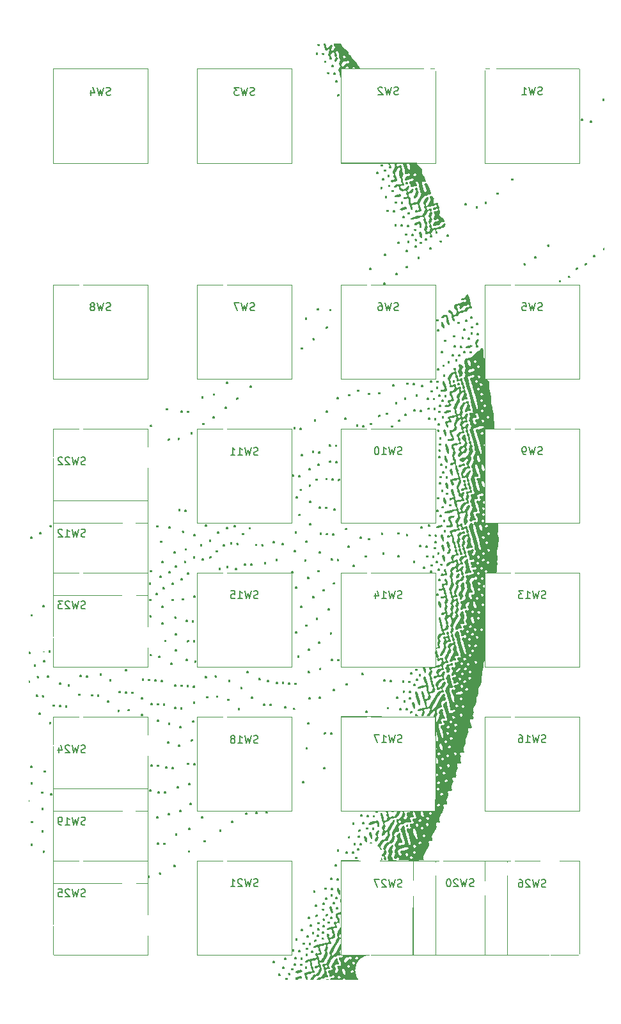
<source format=gbo>
G04 #@! TF.GenerationSoftware,KiCad,Pcbnew,(6.0.0)*
G04 #@! TF.CreationDate,2023-01-04T21:38:10+01:00*
G04 #@! TF.ProjectId,MPad2040_V1,4d506164-3230-4343-905f-56312e6b6963,rev?*
G04 #@! TF.SameCoordinates,Original*
G04 #@! TF.FileFunction,Legend,Bot*
G04 #@! TF.FilePolarity,Positive*
%FSLAX46Y46*%
G04 Gerber Fmt 4.6, Leading zero omitted, Abs format (unit mm)*
G04 Created by KiCad (PCBNEW (6.0.0)) date 2023-01-04 21:38:10*
%MOMM*%
%LPD*%
G01*
G04 APERTURE LIST*
%ADD10C,0.150000*%
%ADD11C,0.120000*%
%ADD12C,0.800000*%
%ADD13C,5.400000*%
%ADD14C,2.200000*%
%ADD15C,4.000000*%
%ADD16C,1.700000*%
%ADD17C,3.050000*%
%ADD18C,0.700000*%
%ADD19O,0.900000X2.400000*%
%ADD20O,0.900000X1.700000*%
G04 APERTURE END LIST*
D10*
X177433333Y-69544761D02*
X177290476Y-69592380D01*
X177052380Y-69592380D01*
X176957142Y-69544761D01*
X176909523Y-69497142D01*
X176861904Y-69401904D01*
X176861904Y-69306666D01*
X176909523Y-69211428D01*
X176957142Y-69163809D01*
X177052380Y-69116190D01*
X177242857Y-69068571D01*
X177338095Y-69020952D01*
X177385714Y-68973333D01*
X177433333Y-68878095D01*
X177433333Y-68782857D01*
X177385714Y-68687619D01*
X177338095Y-68640000D01*
X177242857Y-68592380D01*
X177004761Y-68592380D01*
X176861904Y-68640000D01*
X176528571Y-68592380D02*
X176290476Y-69592380D01*
X176100000Y-68878095D01*
X175909523Y-69592380D01*
X175671428Y-68592380D01*
X174814285Y-68592380D02*
X175290476Y-68592380D01*
X175338095Y-69068571D01*
X175290476Y-69020952D01*
X175195238Y-68973333D01*
X174957142Y-68973333D01*
X174861904Y-69020952D01*
X174814285Y-69068571D01*
X174766666Y-69163809D01*
X174766666Y-69401904D01*
X174814285Y-69497142D01*
X174861904Y-69544761D01*
X174957142Y-69592380D01*
X175195238Y-69592380D01*
X175290476Y-69544761D01*
X175338095Y-69497142D01*
X158859523Y-107644761D02*
X158716666Y-107692380D01*
X158478571Y-107692380D01*
X158383333Y-107644761D01*
X158335714Y-107597142D01*
X158288095Y-107501904D01*
X158288095Y-107406666D01*
X158335714Y-107311428D01*
X158383333Y-107263809D01*
X158478571Y-107216190D01*
X158669047Y-107168571D01*
X158764285Y-107120952D01*
X158811904Y-107073333D01*
X158859523Y-106978095D01*
X158859523Y-106882857D01*
X158811904Y-106787619D01*
X158764285Y-106740000D01*
X158669047Y-106692380D01*
X158430952Y-106692380D01*
X158288095Y-106740000D01*
X157954761Y-106692380D02*
X157716666Y-107692380D01*
X157526190Y-106978095D01*
X157335714Y-107692380D01*
X157097619Y-106692380D01*
X156192857Y-107692380D02*
X156764285Y-107692380D01*
X156478571Y-107692380D02*
X156478571Y-106692380D01*
X156573809Y-106835238D01*
X156669047Y-106930476D01*
X156764285Y-106978095D01*
X155335714Y-107025714D02*
X155335714Y-107692380D01*
X155573809Y-106644761D02*
X155811904Y-107359047D01*
X155192857Y-107359047D01*
X177433333Y-40969761D02*
X177290476Y-41017380D01*
X177052380Y-41017380D01*
X176957142Y-40969761D01*
X176909523Y-40922142D01*
X176861904Y-40826904D01*
X176861904Y-40731666D01*
X176909523Y-40636428D01*
X176957142Y-40588809D01*
X177052380Y-40541190D01*
X177242857Y-40493571D01*
X177338095Y-40445952D01*
X177385714Y-40398333D01*
X177433333Y-40303095D01*
X177433333Y-40207857D01*
X177385714Y-40112619D01*
X177338095Y-40065000D01*
X177242857Y-40017380D01*
X177004761Y-40017380D01*
X176861904Y-40065000D01*
X176528571Y-40017380D02*
X176290476Y-41017380D01*
X176100000Y-40303095D01*
X175909523Y-41017380D01*
X175671428Y-40017380D01*
X174766666Y-41017380D02*
X175338095Y-41017380D01*
X175052380Y-41017380D02*
X175052380Y-40017380D01*
X175147619Y-40160238D01*
X175242857Y-40255476D01*
X175338095Y-40303095D01*
X177909523Y-107644761D02*
X177766666Y-107692380D01*
X177528571Y-107692380D01*
X177433333Y-107644761D01*
X177385714Y-107597142D01*
X177338095Y-107501904D01*
X177338095Y-107406666D01*
X177385714Y-107311428D01*
X177433333Y-107263809D01*
X177528571Y-107216190D01*
X177719047Y-107168571D01*
X177814285Y-107120952D01*
X177861904Y-107073333D01*
X177909523Y-106978095D01*
X177909523Y-106882857D01*
X177861904Y-106787619D01*
X177814285Y-106740000D01*
X177719047Y-106692380D01*
X177480952Y-106692380D01*
X177338095Y-106740000D01*
X177004761Y-106692380D02*
X176766666Y-107692380D01*
X176576190Y-106978095D01*
X176385714Y-107692380D01*
X176147619Y-106692380D01*
X175242857Y-107692380D02*
X175814285Y-107692380D01*
X175528571Y-107692380D02*
X175528571Y-106692380D01*
X175623809Y-106835238D01*
X175719047Y-106930476D01*
X175814285Y-106978095D01*
X174909523Y-106692380D02*
X174290476Y-106692380D01*
X174623809Y-107073333D01*
X174480952Y-107073333D01*
X174385714Y-107120952D01*
X174338095Y-107168571D01*
X174290476Y-107263809D01*
X174290476Y-107501904D01*
X174338095Y-107597142D01*
X174385714Y-107644761D01*
X174480952Y-107692380D01*
X174766666Y-107692380D01*
X174861904Y-107644761D01*
X174909523Y-107597142D01*
X116949523Y-147089761D02*
X116806666Y-147137380D01*
X116568571Y-147137380D01*
X116473333Y-147089761D01*
X116425714Y-147042142D01*
X116378095Y-146946904D01*
X116378095Y-146851666D01*
X116425714Y-146756428D01*
X116473333Y-146708809D01*
X116568571Y-146661190D01*
X116759047Y-146613571D01*
X116854285Y-146565952D01*
X116901904Y-146518333D01*
X116949523Y-146423095D01*
X116949523Y-146327857D01*
X116901904Y-146232619D01*
X116854285Y-146185000D01*
X116759047Y-146137380D01*
X116520952Y-146137380D01*
X116378095Y-146185000D01*
X116044761Y-146137380D02*
X115806666Y-147137380D01*
X115616190Y-146423095D01*
X115425714Y-147137380D01*
X115187619Y-146137380D01*
X114854285Y-146232619D02*
X114806666Y-146185000D01*
X114711428Y-146137380D01*
X114473333Y-146137380D01*
X114378095Y-146185000D01*
X114330476Y-146232619D01*
X114282857Y-146327857D01*
X114282857Y-146423095D01*
X114330476Y-146565952D01*
X114901904Y-147137380D01*
X114282857Y-147137380D01*
X113378095Y-146137380D02*
X113854285Y-146137380D01*
X113901904Y-146613571D01*
X113854285Y-146565952D01*
X113759047Y-146518333D01*
X113520952Y-146518333D01*
X113425714Y-146565952D01*
X113378095Y-146613571D01*
X113330476Y-146708809D01*
X113330476Y-146946904D01*
X113378095Y-147042142D01*
X113425714Y-147089761D01*
X113520952Y-147137380D01*
X113759047Y-147137380D01*
X113854285Y-147089761D01*
X113901904Y-147042142D01*
X139333333Y-69544761D02*
X139190476Y-69592380D01*
X138952380Y-69592380D01*
X138857142Y-69544761D01*
X138809523Y-69497142D01*
X138761904Y-69401904D01*
X138761904Y-69306666D01*
X138809523Y-69211428D01*
X138857142Y-69163809D01*
X138952380Y-69116190D01*
X139142857Y-69068571D01*
X139238095Y-69020952D01*
X139285714Y-68973333D01*
X139333333Y-68878095D01*
X139333333Y-68782857D01*
X139285714Y-68687619D01*
X139238095Y-68640000D01*
X139142857Y-68592380D01*
X138904761Y-68592380D01*
X138761904Y-68640000D01*
X138428571Y-68592380D02*
X138190476Y-69592380D01*
X138000000Y-68878095D01*
X137809523Y-69592380D01*
X137571428Y-68592380D01*
X137285714Y-68592380D02*
X136619047Y-68592380D01*
X137047619Y-69592380D01*
X139809523Y-88669761D02*
X139666666Y-88717380D01*
X139428571Y-88717380D01*
X139333333Y-88669761D01*
X139285714Y-88622142D01*
X139238095Y-88526904D01*
X139238095Y-88431666D01*
X139285714Y-88336428D01*
X139333333Y-88288809D01*
X139428571Y-88241190D01*
X139619047Y-88193571D01*
X139714285Y-88145952D01*
X139761904Y-88098333D01*
X139809523Y-88003095D01*
X139809523Y-87907857D01*
X139761904Y-87812619D01*
X139714285Y-87765000D01*
X139619047Y-87717380D01*
X139380952Y-87717380D01*
X139238095Y-87765000D01*
X138904761Y-87717380D02*
X138666666Y-88717380D01*
X138476190Y-88003095D01*
X138285714Y-88717380D01*
X138047619Y-87717380D01*
X137142857Y-88717380D02*
X137714285Y-88717380D01*
X137428571Y-88717380D02*
X137428571Y-87717380D01*
X137523809Y-87860238D01*
X137619047Y-87955476D01*
X137714285Y-88003095D01*
X136190476Y-88717380D02*
X136761904Y-88717380D01*
X136476190Y-88717380D02*
X136476190Y-87717380D01*
X136571428Y-87860238D01*
X136666666Y-87955476D01*
X136761904Y-88003095D01*
X116949523Y-108989761D02*
X116806666Y-109037380D01*
X116568571Y-109037380D01*
X116473333Y-108989761D01*
X116425714Y-108942142D01*
X116378095Y-108846904D01*
X116378095Y-108751666D01*
X116425714Y-108656428D01*
X116473333Y-108608809D01*
X116568571Y-108561190D01*
X116759047Y-108513571D01*
X116854285Y-108465952D01*
X116901904Y-108418333D01*
X116949523Y-108323095D01*
X116949523Y-108227857D01*
X116901904Y-108132619D01*
X116854285Y-108085000D01*
X116759047Y-108037380D01*
X116520952Y-108037380D01*
X116378095Y-108085000D01*
X116044761Y-108037380D02*
X115806666Y-109037380D01*
X115616190Y-108323095D01*
X115425714Y-109037380D01*
X115187619Y-108037380D01*
X114854285Y-108132619D02*
X114806666Y-108085000D01*
X114711428Y-108037380D01*
X114473333Y-108037380D01*
X114378095Y-108085000D01*
X114330476Y-108132619D01*
X114282857Y-108227857D01*
X114282857Y-108323095D01*
X114330476Y-108465952D01*
X114901904Y-109037380D01*
X114282857Y-109037380D01*
X113949523Y-108037380D02*
X113330476Y-108037380D01*
X113663809Y-108418333D01*
X113520952Y-108418333D01*
X113425714Y-108465952D01*
X113378095Y-108513571D01*
X113330476Y-108608809D01*
X113330476Y-108846904D01*
X113378095Y-108942142D01*
X113425714Y-108989761D01*
X113520952Y-109037380D01*
X113806666Y-109037380D01*
X113901904Y-108989761D01*
X113949523Y-108942142D01*
X158859523Y-88594761D02*
X158716666Y-88642380D01*
X158478571Y-88642380D01*
X158383333Y-88594761D01*
X158335714Y-88547142D01*
X158288095Y-88451904D01*
X158288095Y-88356666D01*
X158335714Y-88261428D01*
X158383333Y-88213809D01*
X158478571Y-88166190D01*
X158669047Y-88118571D01*
X158764285Y-88070952D01*
X158811904Y-88023333D01*
X158859523Y-87928095D01*
X158859523Y-87832857D01*
X158811904Y-87737619D01*
X158764285Y-87690000D01*
X158669047Y-87642380D01*
X158430952Y-87642380D01*
X158288095Y-87690000D01*
X157954761Y-87642380D02*
X157716666Y-88642380D01*
X157526190Y-87928095D01*
X157335714Y-88642380D01*
X157097619Y-87642380D01*
X156192857Y-88642380D02*
X156764285Y-88642380D01*
X156478571Y-88642380D02*
X156478571Y-87642380D01*
X156573809Y-87785238D01*
X156669047Y-87880476D01*
X156764285Y-87928095D01*
X155573809Y-87642380D02*
X155478571Y-87642380D01*
X155383333Y-87690000D01*
X155335714Y-87737619D01*
X155288095Y-87832857D01*
X155240476Y-88023333D01*
X155240476Y-88261428D01*
X155288095Y-88451904D01*
X155335714Y-88547142D01*
X155383333Y-88594761D01*
X155478571Y-88642380D01*
X155573809Y-88642380D01*
X155669047Y-88594761D01*
X155716666Y-88547142D01*
X155764285Y-88451904D01*
X155811904Y-88261428D01*
X155811904Y-88023333D01*
X155764285Y-87832857D01*
X155716666Y-87737619D01*
X155669047Y-87690000D01*
X155573809Y-87642380D01*
X116949523Y-137564761D02*
X116806666Y-137612380D01*
X116568571Y-137612380D01*
X116473333Y-137564761D01*
X116425714Y-137517142D01*
X116378095Y-137421904D01*
X116378095Y-137326666D01*
X116425714Y-137231428D01*
X116473333Y-137183809D01*
X116568571Y-137136190D01*
X116759047Y-137088571D01*
X116854285Y-137040952D01*
X116901904Y-136993333D01*
X116949523Y-136898095D01*
X116949523Y-136802857D01*
X116901904Y-136707619D01*
X116854285Y-136660000D01*
X116759047Y-136612380D01*
X116520952Y-136612380D01*
X116378095Y-136660000D01*
X116044761Y-136612380D02*
X115806666Y-137612380D01*
X115616190Y-136898095D01*
X115425714Y-137612380D01*
X115187619Y-136612380D01*
X114282857Y-137612380D02*
X114854285Y-137612380D01*
X114568571Y-137612380D02*
X114568571Y-136612380D01*
X114663809Y-136755238D01*
X114759047Y-136850476D01*
X114854285Y-136898095D01*
X113806666Y-137612380D02*
X113616190Y-137612380D01*
X113520952Y-137564761D01*
X113473333Y-137517142D01*
X113378095Y-137374285D01*
X113330476Y-137183809D01*
X113330476Y-136802857D01*
X113378095Y-136707619D01*
X113425714Y-136660000D01*
X113520952Y-136612380D01*
X113711428Y-136612380D01*
X113806666Y-136660000D01*
X113854285Y-136707619D01*
X113901904Y-136802857D01*
X113901904Y-137040952D01*
X113854285Y-137136190D01*
X113806666Y-137183809D01*
X113711428Y-137231428D01*
X113520952Y-137231428D01*
X113425714Y-137183809D01*
X113378095Y-137136190D01*
X113330476Y-137040952D01*
X177433333Y-88594761D02*
X177290476Y-88642380D01*
X177052380Y-88642380D01*
X176957142Y-88594761D01*
X176909523Y-88547142D01*
X176861904Y-88451904D01*
X176861904Y-88356666D01*
X176909523Y-88261428D01*
X176957142Y-88213809D01*
X177052380Y-88166190D01*
X177242857Y-88118571D01*
X177338095Y-88070952D01*
X177385714Y-88023333D01*
X177433333Y-87928095D01*
X177433333Y-87832857D01*
X177385714Y-87737619D01*
X177338095Y-87690000D01*
X177242857Y-87642380D01*
X177004761Y-87642380D01*
X176861904Y-87690000D01*
X176528571Y-87642380D02*
X176290476Y-88642380D01*
X176100000Y-87928095D01*
X175909523Y-88642380D01*
X175671428Y-87642380D01*
X175242857Y-88642380D02*
X175052380Y-88642380D01*
X174957142Y-88594761D01*
X174909523Y-88547142D01*
X174814285Y-88404285D01*
X174766666Y-88213809D01*
X174766666Y-87832857D01*
X174814285Y-87737619D01*
X174861904Y-87690000D01*
X174957142Y-87642380D01*
X175147619Y-87642380D01*
X175242857Y-87690000D01*
X175290476Y-87737619D01*
X175338095Y-87832857D01*
X175338095Y-88070952D01*
X175290476Y-88166190D01*
X175242857Y-88213809D01*
X175147619Y-88261428D01*
X174957142Y-88261428D01*
X174861904Y-88213809D01*
X174814285Y-88166190D01*
X174766666Y-88070952D01*
X120283333Y-69544761D02*
X120140476Y-69592380D01*
X119902380Y-69592380D01*
X119807142Y-69544761D01*
X119759523Y-69497142D01*
X119711904Y-69401904D01*
X119711904Y-69306666D01*
X119759523Y-69211428D01*
X119807142Y-69163809D01*
X119902380Y-69116190D01*
X120092857Y-69068571D01*
X120188095Y-69020952D01*
X120235714Y-68973333D01*
X120283333Y-68878095D01*
X120283333Y-68782857D01*
X120235714Y-68687619D01*
X120188095Y-68640000D01*
X120092857Y-68592380D01*
X119854761Y-68592380D01*
X119711904Y-68640000D01*
X119378571Y-68592380D02*
X119140476Y-69592380D01*
X118950000Y-68878095D01*
X118759523Y-69592380D01*
X118521428Y-68592380D01*
X117997619Y-69020952D02*
X118092857Y-68973333D01*
X118140476Y-68925714D01*
X118188095Y-68830476D01*
X118188095Y-68782857D01*
X118140476Y-68687619D01*
X118092857Y-68640000D01*
X117997619Y-68592380D01*
X117807142Y-68592380D01*
X117711904Y-68640000D01*
X117664285Y-68687619D01*
X117616666Y-68782857D01*
X117616666Y-68830476D01*
X117664285Y-68925714D01*
X117711904Y-68973333D01*
X117807142Y-69020952D01*
X117997619Y-69020952D01*
X118092857Y-69068571D01*
X118140476Y-69116190D01*
X118188095Y-69211428D01*
X118188095Y-69401904D01*
X118140476Y-69497142D01*
X118092857Y-69544761D01*
X117997619Y-69592380D01*
X117807142Y-69592380D01*
X117711904Y-69544761D01*
X117664285Y-69497142D01*
X117616666Y-69401904D01*
X117616666Y-69211428D01*
X117664285Y-69116190D01*
X117711904Y-69068571D01*
X117807142Y-69020952D01*
X116949523Y-99464761D02*
X116806666Y-99512380D01*
X116568571Y-99512380D01*
X116473333Y-99464761D01*
X116425714Y-99417142D01*
X116378095Y-99321904D01*
X116378095Y-99226666D01*
X116425714Y-99131428D01*
X116473333Y-99083809D01*
X116568571Y-99036190D01*
X116759047Y-98988571D01*
X116854285Y-98940952D01*
X116901904Y-98893333D01*
X116949523Y-98798095D01*
X116949523Y-98702857D01*
X116901904Y-98607619D01*
X116854285Y-98560000D01*
X116759047Y-98512380D01*
X116520952Y-98512380D01*
X116378095Y-98560000D01*
X116044761Y-98512380D02*
X115806666Y-99512380D01*
X115616190Y-98798095D01*
X115425714Y-99512380D01*
X115187619Y-98512380D01*
X114282857Y-99512380D02*
X114854285Y-99512380D01*
X114568571Y-99512380D02*
X114568571Y-98512380D01*
X114663809Y-98655238D01*
X114759047Y-98750476D01*
X114854285Y-98798095D01*
X113901904Y-98607619D02*
X113854285Y-98560000D01*
X113759047Y-98512380D01*
X113520952Y-98512380D01*
X113425714Y-98560000D01*
X113378095Y-98607619D01*
X113330476Y-98702857D01*
X113330476Y-98798095D01*
X113378095Y-98940952D01*
X113949523Y-99512380D01*
X113330476Y-99512380D01*
X116949523Y-128039761D02*
X116806666Y-128087380D01*
X116568571Y-128087380D01*
X116473333Y-128039761D01*
X116425714Y-127992142D01*
X116378095Y-127896904D01*
X116378095Y-127801666D01*
X116425714Y-127706428D01*
X116473333Y-127658809D01*
X116568571Y-127611190D01*
X116759047Y-127563571D01*
X116854285Y-127515952D01*
X116901904Y-127468333D01*
X116949523Y-127373095D01*
X116949523Y-127277857D01*
X116901904Y-127182619D01*
X116854285Y-127135000D01*
X116759047Y-127087380D01*
X116520952Y-127087380D01*
X116378095Y-127135000D01*
X116044761Y-127087380D02*
X115806666Y-128087380D01*
X115616190Y-127373095D01*
X115425714Y-128087380D01*
X115187619Y-127087380D01*
X114854285Y-127182619D02*
X114806666Y-127135000D01*
X114711428Y-127087380D01*
X114473333Y-127087380D01*
X114378095Y-127135000D01*
X114330476Y-127182619D01*
X114282857Y-127277857D01*
X114282857Y-127373095D01*
X114330476Y-127515952D01*
X114901904Y-128087380D01*
X114282857Y-128087380D01*
X113425714Y-127420714D02*
X113425714Y-128087380D01*
X113663809Y-127039761D02*
X113901904Y-127754047D01*
X113282857Y-127754047D01*
X158859523Y-126694761D02*
X158716666Y-126742380D01*
X158478571Y-126742380D01*
X158383333Y-126694761D01*
X158335714Y-126647142D01*
X158288095Y-126551904D01*
X158288095Y-126456666D01*
X158335714Y-126361428D01*
X158383333Y-126313809D01*
X158478571Y-126266190D01*
X158669047Y-126218571D01*
X158764285Y-126170952D01*
X158811904Y-126123333D01*
X158859523Y-126028095D01*
X158859523Y-125932857D01*
X158811904Y-125837619D01*
X158764285Y-125790000D01*
X158669047Y-125742380D01*
X158430952Y-125742380D01*
X158288095Y-125790000D01*
X157954761Y-125742380D02*
X157716666Y-126742380D01*
X157526190Y-126028095D01*
X157335714Y-126742380D01*
X157097619Y-125742380D01*
X156192857Y-126742380D02*
X156764285Y-126742380D01*
X156478571Y-126742380D02*
X156478571Y-125742380D01*
X156573809Y-125885238D01*
X156669047Y-125980476D01*
X156764285Y-126028095D01*
X155859523Y-125742380D02*
X155192857Y-125742380D01*
X155621428Y-126742380D01*
X177909523Y-126694761D02*
X177766666Y-126742380D01*
X177528571Y-126742380D01*
X177433333Y-126694761D01*
X177385714Y-126647142D01*
X177338095Y-126551904D01*
X177338095Y-126456666D01*
X177385714Y-126361428D01*
X177433333Y-126313809D01*
X177528571Y-126266190D01*
X177719047Y-126218571D01*
X177814285Y-126170952D01*
X177861904Y-126123333D01*
X177909523Y-126028095D01*
X177909523Y-125932857D01*
X177861904Y-125837619D01*
X177814285Y-125790000D01*
X177719047Y-125742380D01*
X177480952Y-125742380D01*
X177338095Y-125790000D01*
X177004761Y-125742380D02*
X176766666Y-126742380D01*
X176576190Y-126028095D01*
X176385714Y-126742380D01*
X176147619Y-125742380D01*
X175242857Y-126742380D02*
X175814285Y-126742380D01*
X175528571Y-126742380D02*
X175528571Y-125742380D01*
X175623809Y-125885238D01*
X175719047Y-125980476D01*
X175814285Y-126028095D01*
X174385714Y-125742380D02*
X174576190Y-125742380D01*
X174671428Y-125790000D01*
X174719047Y-125837619D01*
X174814285Y-125980476D01*
X174861904Y-126170952D01*
X174861904Y-126551904D01*
X174814285Y-126647142D01*
X174766666Y-126694761D01*
X174671428Y-126742380D01*
X174480952Y-126742380D01*
X174385714Y-126694761D01*
X174338095Y-126647142D01*
X174290476Y-126551904D01*
X174290476Y-126313809D01*
X174338095Y-126218571D01*
X174385714Y-126170952D01*
X174480952Y-126123333D01*
X174671428Y-126123333D01*
X174766666Y-126170952D01*
X174814285Y-126218571D01*
X174861904Y-126313809D01*
X177909523Y-145819761D02*
X177766666Y-145867380D01*
X177528571Y-145867380D01*
X177433333Y-145819761D01*
X177385714Y-145772142D01*
X177338095Y-145676904D01*
X177338095Y-145581666D01*
X177385714Y-145486428D01*
X177433333Y-145438809D01*
X177528571Y-145391190D01*
X177719047Y-145343571D01*
X177814285Y-145295952D01*
X177861904Y-145248333D01*
X177909523Y-145153095D01*
X177909523Y-145057857D01*
X177861904Y-144962619D01*
X177814285Y-144915000D01*
X177719047Y-144867380D01*
X177480952Y-144867380D01*
X177338095Y-144915000D01*
X177004761Y-144867380D02*
X176766666Y-145867380D01*
X176576190Y-145153095D01*
X176385714Y-145867380D01*
X176147619Y-144867380D01*
X175814285Y-144962619D02*
X175766666Y-144915000D01*
X175671428Y-144867380D01*
X175433333Y-144867380D01*
X175338095Y-144915000D01*
X175290476Y-144962619D01*
X175242857Y-145057857D01*
X175242857Y-145153095D01*
X175290476Y-145295952D01*
X175861904Y-145867380D01*
X175242857Y-145867380D01*
X174385714Y-144867380D02*
X174576190Y-144867380D01*
X174671428Y-144915000D01*
X174719047Y-144962619D01*
X174814285Y-145105476D01*
X174861904Y-145295952D01*
X174861904Y-145676904D01*
X174814285Y-145772142D01*
X174766666Y-145819761D01*
X174671428Y-145867380D01*
X174480952Y-145867380D01*
X174385714Y-145819761D01*
X174338095Y-145772142D01*
X174290476Y-145676904D01*
X174290476Y-145438809D01*
X174338095Y-145343571D01*
X174385714Y-145295952D01*
X174480952Y-145248333D01*
X174671428Y-145248333D01*
X174766666Y-145295952D01*
X174814285Y-145343571D01*
X174861904Y-145438809D01*
X158859523Y-145819761D02*
X158716666Y-145867380D01*
X158478571Y-145867380D01*
X158383333Y-145819761D01*
X158335714Y-145772142D01*
X158288095Y-145676904D01*
X158288095Y-145581666D01*
X158335714Y-145486428D01*
X158383333Y-145438809D01*
X158478571Y-145391190D01*
X158669047Y-145343571D01*
X158764285Y-145295952D01*
X158811904Y-145248333D01*
X158859523Y-145153095D01*
X158859523Y-145057857D01*
X158811904Y-144962619D01*
X158764285Y-144915000D01*
X158669047Y-144867380D01*
X158430952Y-144867380D01*
X158288095Y-144915000D01*
X157954761Y-144867380D02*
X157716666Y-145867380D01*
X157526190Y-145153095D01*
X157335714Y-145867380D01*
X157097619Y-144867380D01*
X156764285Y-144962619D02*
X156716666Y-144915000D01*
X156621428Y-144867380D01*
X156383333Y-144867380D01*
X156288095Y-144915000D01*
X156240476Y-144962619D01*
X156192857Y-145057857D01*
X156192857Y-145153095D01*
X156240476Y-145295952D01*
X156811904Y-145867380D01*
X156192857Y-145867380D01*
X155859523Y-144867380D02*
X155192857Y-144867380D01*
X155621428Y-145867380D01*
X158383333Y-40969761D02*
X158240476Y-41017380D01*
X158002380Y-41017380D01*
X157907142Y-40969761D01*
X157859523Y-40922142D01*
X157811904Y-40826904D01*
X157811904Y-40731666D01*
X157859523Y-40636428D01*
X157907142Y-40588809D01*
X158002380Y-40541190D01*
X158192857Y-40493571D01*
X158288095Y-40445952D01*
X158335714Y-40398333D01*
X158383333Y-40303095D01*
X158383333Y-40207857D01*
X158335714Y-40112619D01*
X158288095Y-40065000D01*
X158192857Y-40017380D01*
X157954761Y-40017380D01*
X157811904Y-40065000D01*
X157478571Y-40017380D02*
X157240476Y-41017380D01*
X157050000Y-40303095D01*
X156859523Y-41017380D01*
X156621428Y-40017380D01*
X156288095Y-40112619D02*
X156240476Y-40065000D01*
X156145238Y-40017380D01*
X155907142Y-40017380D01*
X155811904Y-40065000D01*
X155764285Y-40112619D01*
X155716666Y-40207857D01*
X155716666Y-40303095D01*
X155764285Y-40445952D01*
X156335714Y-41017380D01*
X155716666Y-41017380D01*
X139809523Y-107644761D02*
X139666666Y-107692380D01*
X139428571Y-107692380D01*
X139333333Y-107644761D01*
X139285714Y-107597142D01*
X139238095Y-107501904D01*
X139238095Y-107406666D01*
X139285714Y-107311428D01*
X139333333Y-107263809D01*
X139428571Y-107216190D01*
X139619047Y-107168571D01*
X139714285Y-107120952D01*
X139761904Y-107073333D01*
X139809523Y-106978095D01*
X139809523Y-106882857D01*
X139761904Y-106787619D01*
X139714285Y-106740000D01*
X139619047Y-106692380D01*
X139380952Y-106692380D01*
X139238095Y-106740000D01*
X138904761Y-106692380D02*
X138666666Y-107692380D01*
X138476190Y-106978095D01*
X138285714Y-107692380D01*
X138047619Y-106692380D01*
X137142857Y-107692380D02*
X137714285Y-107692380D01*
X137428571Y-107692380D02*
X137428571Y-106692380D01*
X137523809Y-106835238D01*
X137619047Y-106930476D01*
X137714285Y-106978095D01*
X136238095Y-106692380D02*
X136714285Y-106692380D01*
X136761904Y-107168571D01*
X136714285Y-107120952D01*
X136619047Y-107073333D01*
X136380952Y-107073333D01*
X136285714Y-107120952D01*
X136238095Y-107168571D01*
X136190476Y-107263809D01*
X136190476Y-107501904D01*
X136238095Y-107597142D01*
X136285714Y-107644761D01*
X136380952Y-107692380D01*
X136619047Y-107692380D01*
X136714285Y-107644761D01*
X136761904Y-107597142D01*
X168384523Y-145744761D02*
X168241666Y-145792380D01*
X168003571Y-145792380D01*
X167908333Y-145744761D01*
X167860714Y-145697142D01*
X167813095Y-145601904D01*
X167813095Y-145506666D01*
X167860714Y-145411428D01*
X167908333Y-145363809D01*
X168003571Y-145316190D01*
X168194047Y-145268571D01*
X168289285Y-145220952D01*
X168336904Y-145173333D01*
X168384523Y-145078095D01*
X168384523Y-144982857D01*
X168336904Y-144887619D01*
X168289285Y-144840000D01*
X168194047Y-144792380D01*
X167955952Y-144792380D01*
X167813095Y-144840000D01*
X167479761Y-144792380D02*
X167241666Y-145792380D01*
X167051190Y-145078095D01*
X166860714Y-145792380D01*
X166622619Y-144792380D01*
X166289285Y-144887619D02*
X166241666Y-144840000D01*
X166146428Y-144792380D01*
X165908333Y-144792380D01*
X165813095Y-144840000D01*
X165765476Y-144887619D01*
X165717857Y-144982857D01*
X165717857Y-145078095D01*
X165765476Y-145220952D01*
X166336904Y-145792380D01*
X165717857Y-145792380D01*
X165098809Y-144792380D02*
X165003571Y-144792380D01*
X164908333Y-144840000D01*
X164860714Y-144887619D01*
X164813095Y-144982857D01*
X164765476Y-145173333D01*
X164765476Y-145411428D01*
X164813095Y-145601904D01*
X164860714Y-145697142D01*
X164908333Y-145744761D01*
X165003571Y-145792380D01*
X165098809Y-145792380D01*
X165194047Y-145744761D01*
X165241666Y-145697142D01*
X165289285Y-145601904D01*
X165336904Y-145411428D01*
X165336904Y-145173333D01*
X165289285Y-144982857D01*
X165241666Y-144887619D01*
X165194047Y-144840000D01*
X165098809Y-144792380D01*
X139809523Y-145744761D02*
X139666666Y-145792380D01*
X139428571Y-145792380D01*
X139333333Y-145744761D01*
X139285714Y-145697142D01*
X139238095Y-145601904D01*
X139238095Y-145506666D01*
X139285714Y-145411428D01*
X139333333Y-145363809D01*
X139428571Y-145316190D01*
X139619047Y-145268571D01*
X139714285Y-145220952D01*
X139761904Y-145173333D01*
X139809523Y-145078095D01*
X139809523Y-144982857D01*
X139761904Y-144887619D01*
X139714285Y-144840000D01*
X139619047Y-144792380D01*
X139380952Y-144792380D01*
X139238095Y-144840000D01*
X138904761Y-144792380D02*
X138666666Y-145792380D01*
X138476190Y-145078095D01*
X138285714Y-145792380D01*
X138047619Y-144792380D01*
X137714285Y-144887619D02*
X137666666Y-144840000D01*
X137571428Y-144792380D01*
X137333333Y-144792380D01*
X137238095Y-144840000D01*
X137190476Y-144887619D01*
X137142857Y-144982857D01*
X137142857Y-145078095D01*
X137190476Y-145220952D01*
X137761904Y-145792380D01*
X137142857Y-145792380D01*
X136190476Y-145792380D02*
X136761904Y-145792380D01*
X136476190Y-145792380D02*
X136476190Y-144792380D01*
X136571428Y-144935238D01*
X136666666Y-145030476D01*
X136761904Y-145078095D01*
X139333333Y-41044761D02*
X139190476Y-41092380D01*
X138952380Y-41092380D01*
X138857142Y-41044761D01*
X138809523Y-40997142D01*
X138761904Y-40901904D01*
X138761904Y-40806666D01*
X138809523Y-40711428D01*
X138857142Y-40663809D01*
X138952380Y-40616190D01*
X139142857Y-40568571D01*
X139238095Y-40520952D01*
X139285714Y-40473333D01*
X139333333Y-40378095D01*
X139333333Y-40282857D01*
X139285714Y-40187619D01*
X139238095Y-40140000D01*
X139142857Y-40092380D01*
X138904761Y-40092380D01*
X138761904Y-40140000D01*
X138428571Y-40092380D02*
X138190476Y-41092380D01*
X138000000Y-40378095D01*
X137809523Y-41092380D01*
X137571428Y-40092380D01*
X137285714Y-40092380D02*
X136666666Y-40092380D01*
X137000000Y-40473333D01*
X136857142Y-40473333D01*
X136761904Y-40520952D01*
X136714285Y-40568571D01*
X136666666Y-40663809D01*
X136666666Y-40901904D01*
X136714285Y-40997142D01*
X136761904Y-41044761D01*
X136857142Y-41092380D01*
X137142857Y-41092380D01*
X137238095Y-41044761D01*
X137285714Y-40997142D01*
X158383333Y-69544761D02*
X158240476Y-69592380D01*
X158002380Y-69592380D01*
X157907142Y-69544761D01*
X157859523Y-69497142D01*
X157811904Y-69401904D01*
X157811904Y-69306666D01*
X157859523Y-69211428D01*
X157907142Y-69163809D01*
X158002380Y-69116190D01*
X158192857Y-69068571D01*
X158288095Y-69020952D01*
X158335714Y-68973333D01*
X158383333Y-68878095D01*
X158383333Y-68782857D01*
X158335714Y-68687619D01*
X158288095Y-68640000D01*
X158192857Y-68592380D01*
X157954761Y-68592380D01*
X157811904Y-68640000D01*
X157478571Y-68592380D02*
X157240476Y-69592380D01*
X157050000Y-68878095D01*
X156859523Y-69592380D01*
X156621428Y-68592380D01*
X155811904Y-68592380D02*
X156002380Y-68592380D01*
X156097619Y-68640000D01*
X156145238Y-68687619D01*
X156240476Y-68830476D01*
X156288095Y-69020952D01*
X156288095Y-69401904D01*
X156240476Y-69497142D01*
X156192857Y-69544761D01*
X156097619Y-69592380D01*
X155907142Y-69592380D01*
X155811904Y-69544761D01*
X155764285Y-69497142D01*
X155716666Y-69401904D01*
X155716666Y-69163809D01*
X155764285Y-69068571D01*
X155811904Y-69020952D01*
X155907142Y-68973333D01*
X156097619Y-68973333D01*
X156192857Y-69020952D01*
X156240476Y-69068571D01*
X156288095Y-69163809D01*
X116949523Y-89939761D02*
X116806666Y-89987380D01*
X116568571Y-89987380D01*
X116473333Y-89939761D01*
X116425714Y-89892142D01*
X116378095Y-89796904D01*
X116378095Y-89701666D01*
X116425714Y-89606428D01*
X116473333Y-89558809D01*
X116568571Y-89511190D01*
X116759047Y-89463571D01*
X116854285Y-89415952D01*
X116901904Y-89368333D01*
X116949523Y-89273095D01*
X116949523Y-89177857D01*
X116901904Y-89082619D01*
X116854285Y-89035000D01*
X116759047Y-88987380D01*
X116520952Y-88987380D01*
X116378095Y-89035000D01*
X116044761Y-88987380D02*
X115806666Y-89987380D01*
X115616190Y-89273095D01*
X115425714Y-89987380D01*
X115187619Y-88987380D01*
X114854285Y-89082619D02*
X114806666Y-89035000D01*
X114711428Y-88987380D01*
X114473333Y-88987380D01*
X114378095Y-89035000D01*
X114330476Y-89082619D01*
X114282857Y-89177857D01*
X114282857Y-89273095D01*
X114330476Y-89415952D01*
X114901904Y-89987380D01*
X114282857Y-89987380D01*
X113901904Y-89082619D02*
X113854285Y-89035000D01*
X113759047Y-88987380D01*
X113520952Y-88987380D01*
X113425714Y-89035000D01*
X113378095Y-89082619D01*
X113330476Y-89177857D01*
X113330476Y-89273095D01*
X113378095Y-89415952D01*
X113949523Y-89987380D01*
X113330476Y-89987380D01*
X120283333Y-41044761D02*
X120140476Y-41092380D01*
X119902380Y-41092380D01*
X119807142Y-41044761D01*
X119759523Y-40997142D01*
X119711904Y-40901904D01*
X119711904Y-40806666D01*
X119759523Y-40711428D01*
X119807142Y-40663809D01*
X119902380Y-40616190D01*
X120092857Y-40568571D01*
X120188095Y-40520952D01*
X120235714Y-40473333D01*
X120283333Y-40378095D01*
X120283333Y-40282857D01*
X120235714Y-40187619D01*
X120188095Y-40140000D01*
X120092857Y-40092380D01*
X119854761Y-40092380D01*
X119711904Y-40140000D01*
X119378571Y-40092380D02*
X119140476Y-41092380D01*
X118950000Y-40378095D01*
X118759523Y-41092380D01*
X118521428Y-40092380D01*
X117711904Y-40425714D02*
X117711904Y-41092380D01*
X117950000Y-40044761D02*
X118188095Y-40759047D01*
X117569047Y-40759047D01*
X139809523Y-126769761D02*
X139666666Y-126817380D01*
X139428571Y-126817380D01*
X139333333Y-126769761D01*
X139285714Y-126722142D01*
X139238095Y-126626904D01*
X139238095Y-126531666D01*
X139285714Y-126436428D01*
X139333333Y-126388809D01*
X139428571Y-126341190D01*
X139619047Y-126293571D01*
X139714285Y-126245952D01*
X139761904Y-126198333D01*
X139809523Y-126103095D01*
X139809523Y-126007857D01*
X139761904Y-125912619D01*
X139714285Y-125865000D01*
X139619047Y-125817380D01*
X139380952Y-125817380D01*
X139238095Y-125865000D01*
X138904761Y-125817380D02*
X138666666Y-126817380D01*
X138476190Y-126103095D01*
X138285714Y-126817380D01*
X138047619Y-125817380D01*
X137142857Y-126817380D02*
X137714285Y-126817380D01*
X137428571Y-126817380D02*
X137428571Y-125817380D01*
X137523809Y-125960238D01*
X137619047Y-126055476D01*
X137714285Y-126103095D01*
X136571428Y-126245952D02*
X136666666Y-126198333D01*
X136714285Y-126150714D01*
X136761904Y-126055476D01*
X136761904Y-126007857D01*
X136714285Y-125912619D01*
X136666666Y-125865000D01*
X136571428Y-125817380D01*
X136380952Y-125817380D01*
X136285714Y-125865000D01*
X136238095Y-125912619D01*
X136190476Y-126007857D01*
X136190476Y-126055476D01*
X136238095Y-126150714D01*
X136285714Y-126198333D01*
X136380952Y-126245952D01*
X136571428Y-126245952D01*
X136666666Y-126293571D01*
X136714285Y-126341190D01*
X136761904Y-126436428D01*
X136761904Y-126626904D01*
X136714285Y-126722142D01*
X136666666Y-126769761D01*
X136571428Y-126817380D01*
X136380952Y-126817380D01*
X136285714Y-126769761D01*
X136238095Y-126722142D01*
X136190476Y-126626904D01*
X136190476Y-126436428D01*
X136238095Y-126341190D01*
X136285714Y-126293571D01*
X136380952Y-126245952D01*
G36*
X149829399Y-37133660D02*
G01*
X149833139Y-37324577D01*
X149771408Y-37388533D01*
X149580492Y-37392274D01*
X149516536Y-37330542D01*
X149512794Y-37139625D01*
X149574526Y-37075669D01*
X149765443Y-37071929D01*
X149829399Y-37133660D01*
G37*
G36*
X147771933Y-35518654D02*
G01*
X147775674Y-35709571D01*
X147713943Y-35773527D01*
X147523025Y-35777268D01*
X147459070Y-35715536D01*
X147455329Y-35524620D01*
X147517060Y-35460664D01*
X147707978Y-35456922D01*
X147771933Y-35518654D01*
G37*
G36*
X163679409Y-79727262D02*
G01*
X163683150Y-79918178D01*
X163621418Y-79982135D01*
X163430502Y-79985875D01*
X163366546Y-79924144D01*
X163362805Y-79733226D01*
X163424537Y-79669270D01*
X163615454Y-79665530D01*
X163679409Y-79727262D01*
G37*
G36*
X140154296Y-118254536D02*
G01*
X140158038Y-118445453D01*
X140096306Y-118509409D01*
X139905389Y-118513150D01*
X139841433Y-118451418D01*
X139837692Y-118260502D01*
X139899423Y-118196546D01*
X140090340Y-118192805D01*
X140154296Y-118254536D01*
G37*
G36*
X150560181Y-140920333D02*
G01*
X150563923Y-141111250D01*
X150502191Y-141175206D01*
X150311274Y-141178948D01*
X150247318Y-141117216D01*
X150243578Y-140926299D01*
X150305309Y-140862343D01*
X150496225Y-140858602D01*
X150560181Y-140920333D01*
G37*
G36*
X149324801Y-150458136D02*
G01*
X149328542Y-150649053D01*
X149266810Y-150713008D01*
X149075892Y-150716750D01*
X149011937Y-150655018D01*
X149008196Y-150464102D01*
X149069927Y-150400146D01*
X149260844Y-150396404D01*
X149324801Y-150458136D01*
G37*
G36*
X143989740Y-158961276D02*
G01*
X144090463Y-159228466D01*
X144109212Y-159305799D01*
X144126871Y-159619276D01*
X144039315Y-159742993D01*
X143896175Y-159659305D01*
X143747084Y-159350562D01*
X143736981Y-159316857D01*
X143701098Y-159028526D01*
X143759661Y-158843397D01*
X143893419Y-158829951D01*
X143989740Y-158961276D01*
G37*
G36*
X164860766Y-70139039D02*
G01*
X164937445Y-70320082D01*
X165026676Y-70632696D01*
X165107136Y-70985675D01*
X165157499Y-71287820D01*
X165156440Y-71447920D01*
X165050114Y-71512909D01*
X164913338Y-71389130D01*
X164793019Y-71090977D01*
X164748279Y-70834435D01*
X164764406Y-70647331D01*
X164774696Y-70587775D01*
X164665884Y-70448073D01*
X164580445Y-70423551D01*
X164413235Y-70515770D01*
X164351504Y-70579726D01*
X164160588Y-70583467D01*
X164093859Y-70528879D01*
X164062065Y-70384210D01*
X164166618Y-70306741D01*
X164414790Y-70203679D01*
X164681700Y-70130146D01*
X164847276Y-70125673D01*
X164860766Y-70139039D01*
G37*
G36*
X154683183Y-80513067D02*
G01*
X154686924Y-80703983D01*
X154625193Y-80767939D01*
X154434276Y-80771681D01*
X154370320Y-80709949D01*
X154366578Y-80519032D01*
X154428310Y-80455076D01*
X154619227Y-80451336D01*
X154683183Y-80513067D01*
G37*
G36*
X161509550Y-82745763D02*
G01*
X161513291Y-82936680D01*
X161451560Y-83000637D01*
X161260643Y-83004377D01*
X161196687Y-82942646D01*
X161192945Y-82751729D01*
X161254676Y-82687772D01*
X161445594Y-82684031D01*
X161509550Y-82745763D01*
G37*
G36*
X164518331Y-76794596D02*
G01*
X164522072Y-76985512D01*
X164460341Y-77049469D01*
X164269423Y-77053210D01*
X164205467Y-76991479D01*
X164201727Y-76800562D01*
X164263457Y-76736605D01*
X164454375Y-76732865D01*
X164518331Y-76794596D01*
G37*
G36*
X156716696Y-118420045D02*
G01*
X156720437Y-118610963D01*
X156658705Y-118674918D01*
X156467788Y-118678659D01*
X156403833Y-118616929D01*
X156400091Y-118426011D01*
X156461822Y-118362056D01*
X156652740Y-118358314D01*
X156716696Y-118420045D01*
G37*
G36*
X148931897Y-145960022D02*
G01*
X148935638Y-146150939D01*
X148873907Y-146214895D01*
X148682990Y-146218637D01*
X148619034Y-146156906D01*
X148615293Y-145965988D01*
X148677024Y-145902031D01*
X148867941Y-145898291D01*
X148931897Y-145960022D01*
G37*
G36*
X127577597Y-140038017D02*
G01*
X127581338Y-140228935D01*
X127519607Y-140292891D01*
X127328690Y-140296631D01*
X127264734Y-140234900D01*
X127260993Y-140043984D01*
X127322724Y-139980028D01*
X127513642Y-139976286D01*
X127577597Y-140038017D01*
G37*
G36*
X166516518Y-71114216D02*
G01*
X166520259Y-71305134D01*
X166458528Y-71369090D01*
X166267611Y-71372830D01*
X166203655Y-71311099D01*
X166199914Y-71120183D01*
X166261646Y-71056226D01*
X166452562Y-71052485D01*
X166516518Y-71114216D01*
G37*
G36*
X164679211Y-103830525D02*
G01*
X164782296Y-104079370D01*
X164855058Y-104347968D01*
X164858300Y-104515769D01*
X164755811Y-104580042D01*
X164501871Y-104655512D01*
X164224257Y-104700284D01*
X164046964Y-104688034D01*
X164008275Y-104641602D01*
X164032659Y-104466210D01*
X164094390Y-104402255D01*
X164285307Y-104398515D01*
X164370746Y-104423036D01*
X164537955Y-104330818D01*
X164562478Y-104245378D01*
X164470258Y-104078169D01*
X164406302Y-104016437D01*
X164402561Y-103825520D01*
X164457150Y-103758792D01*
X164601819Y-103726998D01*
X164679211Y-103830525D01*
G37*
G36*
X153784031Y-117581125D02*
G01*
X153787771Y-117772042D01*
X153726040Y-117835998D01*
X153535122Y-117839739D01*
X153471166Y-117778007D01*
X153467425Y-117587091D01*
X153529157Y-117523134D01*
X153720074Y-117519394D01*
X153784031Y-117581125D01*
G37*
G36*
X162932488Y-103215143D02*
G01*
X162936229Y-103406061D01*
X162874498Y-103470016D01*
X162683580Y-103473757D01*
X162619625Y-103412025D01*
X162615884Y-103221109D01*
X162677616Y-103157152D01*
X162868532Y-103153411D01*
X162932488Y-103215143D01*
G37*
G36*
X158177819Y-58184452D02*
G01*
X158181560Y-58375368D01*
X158119829Y-58439324D01*
X157928912Y-58443067D01*
X157864955Y-58381335D01*
X157861214Y-58190417D01*
X157922946Y-58126461D01*
X158113863Y-58122720D01*
X158177819Y-58184452D01*
G37*
G36*
X159667152Y-63742716D02*
G01*
X159670892Y-63933632D01*
X159609161Y-63997588D01*
X159418245Y-64001331D01*
X159354288Y-63939599D01*
X159350547Y-63748681D01*
X159412278Y-63684725D01*
X159603196Y-63680985D01*
X159667152Y-63742716D01*
G37*
G36*
X160812392Y-119906166D02*
G01*
X160895698Y-120061182D01*
X161012127Y-120385132D01*
X161137814Y-120812177D01*
X161240629Y-121228596D01*
X161303470Y-121624410D01*
X161271883Y-121813113D01*
X161145965Y-121806733D01*
X161145525Y-121806473D01*
X161061760Y-121664520D01*
X160940942Y-121351943D01*
X160809070Y-120935942D01*
X160706000Y-120538276D01*
X160642596Y-120126714D01*
X160676696Y-119909728D01*
X160808311Y-119903280D01*
X160812392Y-119906166D01*
G37*
G36*
X159736151Y-79159128D02*
G01*
X159739891Y-79350045D01*
X159678161Y-79414001D01*
X159487243Y-79417743D01*
X159423288Y-79356011D01*
X159419546Y-79165094D01*
X159481277Y-79101138D01*
X159672195Y-79097397D01*
X159736151Y-79159128D01*
G37*
G36*
X170119990Y-55255345D02*
G01*
X170123731Y-55446261D01*
X170061999Y-55510217D01*
X169871082Y-55513958D01*
X169807126Y-55452227D01*
X169803386Y-55261310D01*
X169865118Y-55197354D01*
X170056034Y-55193613D01*
X170119990Y-55255345D01*
G37*
G36*
X150118676Y-95817085D02*
G01*
X150122416Y-96008002D01*
X150060684Y-96071958D01*
X149869768Y-96075699D01*
X149805812Y-96013967D01*
X149802070Y-95823050D01*
X149863803Y-95759094D01*
X150054720Y-95755354D01*
X150118676Y-95817085D01*
G37*
G36*
X143578979Y-121940286D02*
G01*
X143582721Y-122131203D01*
X143520990Y-122195160D01*
X143330072Y-122198900D01*
X143266116Y-122137169D01*
X143262375Y-121946251D01*
X143324107Y-121882295D01*
X143515023Y-121878555D01*
X143578979Y-121940286D01*
G37*
G36*
X110837362Y-117986353D02*
G01*
X110841104Y-118177270D01*
X110779373Y-118241226D01*
X110588454Y-118244967D01*
X110524499Y-118183235D01*
X110520758Y-117992319D01*
X110582489Y-117928363D01*
X110773406Y-117924622D01*
X110837362Y-117986353D01*
G37*
G36*
X168303196Y-71718629D02*
G01*
X168306937Y-71909545D01*
X168245206Y-71973501D01*
X168054289Y-71977243D01*
X167990333Y-71915511D01*
X167986591Y-71724594D01*
X168048322Y-71660638D01*
X168239241Y-71656897D01*
X168303196Y-71718629D01*
G37*
G36*
X150686808Y-91873826D02*
G01*
X150690550Y-92064743D01*
X150628818Y-92128699D01*
X150437901Y-92132440D01*
X150373945Y-92070708D01*
X150370205Y-91879791D01*
X150431935Y-91815835D01*
X150622852Y-91812095D01*
X150686808Y-91873826D01*
G37*
G36*
X122482188Y-120011099D02*
G01*
X122485929Y-120202015D01*
X122424198Y-120265971D01*
X122233280Y-120269713D01*
X122169324Y-120207980D01*
X122165584Y-120017063D01*
X122227315Y-119953108D01*
X122418232Y-119949367D01*
X122482188Y-120011099D01*
G37*
G36*
X125563526Y-118373092D02*
G01*
X125567268Y-118564010D01*
X125505537Y-118627966D01*
X125314619Y-118631707D01*
X125250663Y-118569976D01*
X125246922Y-118379059D01*
X125308653Y-118315102D01*
X125499570Y-118311362D01*
X125563526Y-118373092D01*
G37*
G36*
X143320517Y-159378247D02*
G01*
X143324259Y-159569164D01*
X143262527Y-159633120D01*
X143071611Y-159636861D01*
X143007655Y-159575130D01*
X143003913Y-159384213D01*
X143065644Y-159320257D01*
X143256562Y-159316515D01*
X143320517Y-159378247D01*
G37*
G36*
X131524414Y-129502902D02*
G01*
X131528155Y-129693818D01*
X131466424Y-129757774D01*
X131275507Y-129761515D01*
X131211550Y-129699783D01*
X131207810Y-129508866D01*
X131269541Y-129444910D01*
X131460459Y-129441170D01*
X131524414Y-129502902D01*
G37*
G36*
X164178544Y-60367590D02*
G01*
X164182285Y-60558507D01*
X164120553Y-60622464D01*
X163929636Y-60626204D01*
X163865681Y-60564473D01*
X163861940Y-60373555D01*
X163923670Y-60309600D01*
X164114588Y-60305859D01*
X164178544Y-60367590D01*
G37*
G36*
X125761757Y-115070524D02*
G01*
X125765497Y-115261441D01*
X125703766Y-115325397D01*
X125512848Y-115329138D01*
X125448892Y-115267407D01*
X125445152Y-115076490D01*
X125506883Y-115012534D01*
X125697800Y-115008793D01*
X125761757Y-115070524D01*
G37*
G36*
X164696167Y-98680751D02*
G01*
X164699907Y-98871668D01*
X164638175Y-98935624D01*
X164447258Y-98939364D01*
X164383303Y-98877633D01*
X164379562Y-98686716D01*
X164441293Y-98622761D01*
X164632210Y-98619019D01*
X164696167Y-98680751D01*
G37*
G36*
X145654556Y-156864472D02*
G01*
X145660337Y-157002568D01*
X145573353Y-157076759D01*
X145315261Y-157181970D01*
X145020859Y-157243894D01*
X144818176Y-157228225D01*
X144750346Y-157120913D01*
X144872218Y-156983616D01*
X145171560Y-156862748D01*
X145461644Y-156817425D01*
X145654556Y-156864472D01*
G37*
G36*
X164108591Y-86381956D02*
G01*
X164112332Y-86572872D01*
X164050601Y-86636829D01*
X163859683Y-86640570D01*
X163795728Y-86578839D01*
X163791987Y-86387921D01*
X163853718Y-86323965D01*
X164044635Y-86320225D01*
X164108591Y-86381956D01*
G37*
G36*
X151621286Y-98393127D02*
G01*
X151625028Y-98584044D01*
X151563296Y-98647999D01*
X151372379Y-98651740D01*
X151308423Y-98590009D01*
X151304683Y-98399092D01*
X151366414Y-98335136D01*
X151557330Y-98331395D01*
X151621286Y-98393127D01*
G37*
G36*
X156909716Y-54462422D02*
G01*
X156913458Y-54653340D01*
X156851727Y-54717296D01*
X156660809Y-54721036D01*
X156596853Y-54659305D01*
X156593112Y-54468389D01*
X156654844Y-54404433D01*
X156845760Y-54400691D01*
X156909716Y-54462422D01*
G37*
G36*
X158286656Y-64654194D02*
G01*
X158290396Y-64845111D01*
X158228664Y-64909067D01*
X158037748Y-64912808D01*
X157973792Y-64851078D01*
X157970050Y-64660160D01*
X158031781Y-64596204D01*
X158222700Y-64592463D01*
X158286656Y-64654194D01*
G37*
G36*
X178399411Y-60889724D02*
G01*
X178403153Y-61080642D01*
X178341421Y-61144597D01*
X178150503Y-61148337D01*
X178086548Y-61086607D01*
X178082807Y-60895689D01*
X178144537Y-60831734D01*
X178335455Y-60827993D01*
X178399411Y-60889724D01*
G37*
G36*
X158256539Y-81721891D02*
G01*
X158260280Y-81912808D01*
X158198549Y-81976764D01*
X158007631Y-81980505D01*
X157943676Y-81918773D01*
X157939935Y-81727856D01*
X158001666Y-81663900D01*
X158192584Y-81660159D01*
X158256539Y-81721891D01*
G37*
G36*
X163959919Y-88858882D02*
G01*
X163963659Y-89049799D01*
X163901928Y-89113755D01*
X163711011Y-89117496D01*
X163647055Y-89055765D01*
X163643314Y-88864848D01*
X163705045Y-88800892D01*
X163895963Y-88797151D01*
X163959919Y-88858882D01*
G37*
G36*
X149274545Y-38094696D02*
G01*
X149278286Y-38285612D01*
X149216555Y-38349568D01*
X149025637Y-38353310D01*
X148961682Y-38291578D01*
X148957941Y-38100661D01*
X149019672Y-38036705D01*
X149210589Y-38032965D01*
X149274545Y-38094696D01*
G37*
G36*
X151713286Y-118948342D02*
G01*
X151717026Y-119139259D01*
X151655295Y-119203215D01*
X151464379Y-119206956D01*
X151400422Y-119145225D01*
X151396681Y-118954308D01*
X151458412Y-118890352D01*
X151649329Y-118886612D01*
X151713286Y-118948342D01*
G37*
G36*
X153930097Y-84776671D02*
G01*
X153933839Y-84967588D01*
X153872108Y-85031543D01*
X153681191Y-85035285D01*
X153617235Y-84973554D01*
X153613494Y-84782636D01*
X153675225Y-84718680D01*
X153866142Y-84714940D01*
X153930097Y-84776671D01*
G37*
G36*
X131504973Y-113260846D02*
G01*
X131508714Y-113451764D01*
X131446982Y-113515720D01*
X131256065Y-113519461D01*
X131192109Y-113457729D01*
X131188369Y-113266812D01*
X131250100Y-113202856D01*
X131441016Y-113199114D01*
X131504973Y-113260846D01*
G37*
G36*
X137251746Y-100347918D02*
G01*
X137255487Y-100538836D01*
X137193757Y-100602791D01*
X137002839Y-100606533D01*
X136938884Y-100544801D01*
X136935142Y-100353884D01*
X136996873Y-100289928D01*
X137187791Y-100286188D01*
X137251746Y-100347918D01*
G37*
G36*
X147268288Y-107412352D02*
G01*
X147272028Y-107603270D01*
X147210298Y-107667226D01*
X147019381Y-107670967D01*
X146955425Y-107609236D01*
X146951683Y-107418318D01*
X147013414Y-107354362D01*
X147204332Y-107350621D01*
X147268288Y-107412352D01*
G37*
G36*
X132594287Y-136527498D02*
G01*
X132598028Y-136718415D01*
X132536296Y-136782371D01*
X132345379Y-136786112D01*
X132281422Y-136724381D01*
X132277682Y-136533464D01*
X132339413Y-136469508D01*
X132530331Y-136465767D01*
X132594287Y-136527498D01*
G37*
G36*
X139728673Y-100496592D02*
G01*
X139732414Y-100687509D01*
X139670684Y-100751464D01*
X139479765Y-100755206D01*
X139415809Y-100693474D01*
X139412069Y-100502557D01*
X139473800Y-100438601D01*
X139664717Y-100434860D01*
X139728673Y-100496592D01*
G37*
G36*
X129467902Y-86457117D02*
G01*
X129471643Y-86648035D01*
X129409912Y-86711991D01*
X129218995Y-86715731D01*
X129155038Y-86654001D01*
X129151298Y-86463084D01*
X129213029Y-86399127D01*
X129403946Y-86395387D01*
X129467902Y-86457117D01*
G37*
G36*
X150370973Y-39154847D02*
G01*
X150374715Y-39345763D01*
X150312984Y-39409719D01*
X150122067Y-39413461D01*
X150058111Y-39351729D01*
X150054370Y-39160811D01*
X150116102Y-39096856D01*
X150307018Y-39093115D01*
X150370973Y-39154847D01*
G37*
G36*
X111434658Y-138406175D02*
G01*
X111438399Y-138597092D01*
X111376668Y-138661048D01*
X111185751Y-138664789D01*
X111121795Y-138603059D01*
X111118054Y-138412140D01*
X111179785Y-138348185D01*
X111370702Y-138344444D01*
X111434658Y-138406175D01*
G37*
G36*
X156721207Y-65886018D02*
G01*
X156724948Y-66076934D01*
X156663217Y-66140891D01*
X156472300Y-66144632D01*
X156408344Y-66082900D01*
X156404602Y-65891983D01*
X156466334Y-65828027D01*
X156657251Y-65824286D01*
X156721207Y-65886018D01*
G37*
G36*
X127697107Y-113198010D02*
G01*
X127700849Y-113388927D01*
X127639118Y-113452883D01*
X127448200Y-113456624D01*
X127384244Y-113394893D01*
X127380504Y-113203976D01*
X127442235Y-113140020D01*
X127633151Y-113136279D01*
X127697107Y-113198010D01*
G37*
G36*
X142446271Y-118723554D02*
G01*
X142450011Y-118914471D01*
X142388280Y-118978427D01*
X142197364Y-118982168D01*
X142133407Y-118920437D01*
X142129666Y-118729519D01*
X142191398Y-118665563D01*
X142382315Y-118661823D01*
X142446271Y-118723554D01*
G37*
G36*
X161029857Y-118347489D02*
G01*
X161033598Y-118538405D01*
X160971867Y-118602361D01*
X160780950Y-118606102D01*
X160716994Y-118544371D01*
X160713253Y-118353453D01*
X160774984Y-118289497D01*
X160965901Y-118285757D01*
X161029857Y-118347489D01*
G37*
G36*
X160683907Y-82696205D02*
G01*
X160687649Y-82887122D01*
X160625918Y-82951079D01*
X160435000Y-82954820D01*
X160371044Y-82893088D01*
X160367304Y-82702171D01*
X160429035Y-82638215D01*
X160619951Y-82634474D01*
X160683907Y-82696205D01*
G37*
G36*
X127653713Y-133247930D02*
G01*
X127657454Y-133438846D01*
X127595723Y-133502803D01*
X127404805Y-133506544D01*
X127340849Y-133444812D01*
X127337108Y-133253895D01*
X127398839Y-133189939D01*
X127589757Y-133186198D01*
X127653713Y-133247930D01*
G37*
G36*
X166823585Y-74281391D02*
G01*
X166827325Y-74472308D01*
X166765594Y-74536263D01*
X166574677Y-74540005D01*
X166510721Y-74478274D01*
X166506980Y-74287356D01*
X166568711Y-74223401D01*
X166759629Y-74219659D01*
X166823585Y-74281391D01*
G37*
G36*
X129113882Y-114443113D02*
G01*
X129117624Y-114634030D01*
X129055892Y-114697985D01*
X128864975Y-114701727D01*
X128801019Y-114639996D01*
X128797278Y-114449077D01*
X128859010Y-114385122D01*
X129049927Y-114381382D01*
X129113882Y-114443113D01*
G37*
G36*
X156390188Y-99010817D02*
G01*
X156393929Y-99201735D01*
X156332197Y-99265690D01*
X156141280Y-99269431D01*
X156077324Y-99207699D01*
X156073584Y-99016783D01*
X156135313Y-98952827D01*
X156326232Y-98949085D01*
X156390188Y-99010817D01*
G37*
G36*
X164082033Y-92346401D02*
G01*
X164085774Y-92537320D01*
X164024043Y-92601275D01*
X163833126Y-92605016D01*
X163769169Y-92543285D01*
X163765429Y-92352368D01*
X163827160Y-92288412D01*
X164018077Y-92284670D01*
X164082033Y-92346401D01*
G37*
G36*
X139754278Y-135962922D02*
G01*
X139758018Y-136153840D01*
X139696287Y-136217796D01*
X139505370Y-136221537D01*
X139441414Y-136159806D01*
X139437673Y-135968888D01*
X139499403Y-135904932D01*
X139690321Y-135901191D01*
X139754278Y-135962922D01*
G37*
G36*
X149094803Y-99070096D02*
G01*
X149098543Y-99261013D01*
X149036812Y-99324969D01*
X148845895Y-99328709D01*
X148781939Y-99266977D01*
X148778198Y-99076061D01*
X148839929Y-99012105D01*
X149030847Y-99008364D01*
X149094803Y-99070096D01*
G37*
G36*
X184449693Y-62247221D02*
G01*
X184453434Y-62438137D01*
X184391702Y-62502094D01*
X184200786Y-62505835D01*
X184136830Y-62444103D01*
X184133089Y-62253186D01*
X184194820Y-62189230D01*
X184385737Y-62185490D01*
X184449693Y-62247221D01*
G37*
G36*
X140781708Y-121606662D02*
G01*
X140785448Y-121797578D01*
X140723717Y-121861534D01*
X140532801Y-121865277D01*
X140468844Y-121803545D01*
X140465103Y-121612627D01*
X140526835Y-121548672D01*
X140717752Y-121544931D01*
X140781708Y-121606662D01*
G37*
G36*
X145763072Y-74508784D02*
G01*
X145766813Y-74699701D01*
X145705082Y-74763657D01*
X145514164Y-74767397D01*
X145450208Y-74705666D01*
X145446468Y-74514749D01*
X145508199Y-74450793D01*
X145699116Y-74447052D01*
X145763072Y-74508784D01*
G37*
G36*
X113756749Y-121807496D02*
G01*
X113760490Y-121998414D01*
X113698759Y-122062370D01*
X113507842Y-122066111D01*
X113443885Y-122004380D01*
X113440145Y-121813463D01*
X113501875Y-121749507D01*
X113692793Y-121745765D01*
X113756749Y-121807496D01*
G37*
G36*
X136161479Y-118512045D02*
G01*
X136165220Y-118702961D01*
X136103490Y-118766917D01*
X135912572Y-118770660D01*
X135848617Y-118708928D01*
X135844875Y-118518010D01*
X135906606Y-118454054D01*
X136097524Y-118450313D01*
X136161479Y-118512045D01*
G37*
G36*
X164405937Y-81428103D02*
G01*
X164409677Y-81619020D01*
X164347946Y-81682976D01*
X164157030Y-81686718D01*
X164093073Y-81624986D01*
X164089332Y-81434068D01*
X164151064Y-81370112D01*
X164341981Y-81366372D01*
X164405937Y-81428103D01*
G37*
G36*
X127304204Y-108699897D02*
G01*
X127307945Y-108890813D01*
X127246214Y-108954769D01*
X127055297Y-108958512D01*
X126991342Y-108896780D01*
X126987600Y-108705862D01*
X127049331Y-108641906D01*
X127240248Y-108638166D01*
X127304204Y-108699897D01*
G37*
G36*
X154312326Y-122584535D02*
G01*
X154316067Y-122775452D01*
X154254336Y-122839408D01*
X154063420Y-122843149D01*
X153999464Y-122781418D01*
X153995722Y-122590501D01*
X154057454Y-122526544D01*
X154248371Y-122522803D01*
X154312326Y-122584535D01*
G37*
G36*
X164405642Y-113437659D02*
G01*
X164502442Y-113193763D01*
X164437986Y-113042580D01*
X164658548Y-113042580D01*
X164750768Y-113209789D01*
X164836206Y-113234312D01*
X165003415Y-113142092D01*
X165027937Y-113056653D01*
X164935719Y-112889444D01*
X164850280Y-112864922D01*
X164683070Y-112957141D01*
X164658548Y-113042580D01*
X164437986Y-113042580D01*
X164430422Y-113024838D01*
X164366467Y-112963106D01*
X164362724Y-112772190D01*
X164424456Y-112708234D01*
X164615374Y-112704493D01*
X164700812Y-112729016D01*
X164868022Y-112636796D01*
X164892543Y-112551357D01*
X164800325Y-112384147D01*
X164736369Y-112322417D01*
X164732628Y-112131498D01*
X164794358Y-112067543D01*
X164985276Y-112063802D01*
X165049233Y-112125533D01*
X165052973Y-112316450D01*
X165028451Y-112401889D01*
X165120670Y-112569098D01*
X165184626Y-112630830D01*
X165188367Y-112821747D01*
X165163845Y-112907187D01*
X165256064Y-113074396D01*
X165320020Y-113136127D01*
X165323760Y-113327044D01*
X165262029Y-113391000D01*
X165071113Y-113394741D01*
X164920577Y-113395858D01*
X164725988Y-113622610D01*
X164629190Y-113866506D01*
X164701210Y-114035432D01*
X164719779Y-114047838D01*
X164765675Y-114164563D01*
X164693964Y-114389476D01*
X164491479Y-114768597D01*
X164446593Y-114845611D01*
X164233455Y-115175710D01*
X164082816Y-115321305D01*
X163961404Y-115316814D01*
X163942834Y-115304408D01*
X163896937Y-115187681D01*
X163968649Y-114962769D01*
X164171133Y-114583647D01*
X164215387Y-114506268D01*
X164394690Y-114156635D01*
X164445462Y-113953380D01*
X164380865Y-113850480D01*
X164306563Y-113719554D01*
X164405642Y-113437659D01*
G37*
G36*
X144899244Y-155164200D02*
G01*
X144902985Y-155355117D01*
X144841254Y-155419073D01*
X144650336Y-155422814D01*
X144586381Y-155361082D01*
X144582639Y-155170166D01*
X144644371Y-155106211D01*
X144835289Y-155102468D01*
X144899244Y-155164200D01*
G37*
G36*
X145454099Y-154203164D02*
G01*
X145457840Y-154394081D01*
X145396108Y-154458037D01*
X145205191Y-154461779D01*
X145141235Y-154400048D01*
X145137494Y-154209130D01*
X145199226Y-154145174D01*
X145390143Y-154141434D01*
X145454099Y-154203164D01*
G37*
G36*
X147760306Y-110259182D02*
G01*
X147764047Y-110450099D01*
X147702315Y-110514054D01*
X147511399Y-110517796D01*
X147447442Y-110456064D01*
X147443702Y-110265147D01*
X147505433Y-110201192D01*
X147696350Y-110197451D01*
X147760306Y-110259182D01*
G37*
G36*
X144628456Y-154153606D02*
G01*
X144632197Y-154344524D01*
X144570467Y-154408480D01*
X144379549Y-154412221D01*
X144315593Y-154350490D01*
X144311853Y-154159573D01*
X144373583Y-154095616D01*
X144564500Y-154091876D01*
X144628456Y-154153606D01*
G37*
G36*
X146379810Y-111170660D02*
G01*
X146383550Y-111361577D01*
X146321819Y-111425533D01*
X146130902Y-111429274D01*
X146066946Y-111367544D01*
X146063205Y-111176625D01*
X146124936Y-111112671D01*
X146315853Y-111108929D01*
X146379810Y-111170660D01*
G37*
G36*
X147416007Y-146366203D02*
G01*
X147419748Y-146557121D01*
X147358017Y-146621077D01*
X147167100Y-146624817D01*
X147103143Y-146563087D01*
X147099403Y-146372170D01*
X147161134Y-146308214D01*
X147352051Y-146304472D01*
X147416007Y-146366203D01*
G37*
G36*
X165346201Y-82808029D02*
G01*
X165351981Y-82946126D01*
X165220655Y-83042447D01*
X164953467Y-83143170D01*
X164696925Y-83187910D01*
X164509821Y-83171782D01*
X164441990Y-83064469D01*
X164563861Y-82927173D01*
X164863204Y-82806306D01*
X165153287Y-82760983D01*
X165346201Y-82808029D01*
G37*
G36*
X140658639Y-159549920D02*
G01*
X140662381Y-159740837D01*
X140600650Y-159804792D01*
X140409732Y-159808534D01*
X140345776Y-159746802D01*
X140342036Y-159555886D01*
X140403767Y-159491930D01*
X140594684Y-159488188D01*
X140658639Y-159549920D01*
G37*
G36*
X144999313Y-112082138D02*
G01*
X145003053Y-112273055D01*
X144941322Y-112337011D01*
X144750405Y-112340752D01*
X144686450Y-112279021D01*
X144682708Y-112088104D01*
X144744439Y-112024148D01*
X144935357Y-112020407D01*
X144999313Y-112082138D01*
G37*
G36*
X165627085Y-116303301D02*
G01*
X165630828Y-116494218D01*
X165569096Y-116558174D01*
X165378178Y-116561916D01*
X165292741Y-116537393D01*
X165125531Y-116629613D01*
X165101009Y-116715051D01*
X165193227Y-116882261D01*
X165267528Y-117013187D01*
X165168449Y-117295082D01*
X165005628Y-117500860D01*
X164823324Y-117522951D01*
X164759368Y-117461221D01*
X164755628Y-117270303D01*
X164780149Y-117184864D01*
X164687931Y-117017654D01*
X164613630Y-116886729D01*
X164712709Y-116604834D01*
X164875530Y-116399055D01*
X165057833Y-116376964D01*
X165143272Y-116401485D01*
X165310482Y-116309267D01*
X165372213Y-116245311D01*
X165563129Y-116241570D01*
X165627085Y-116303301D01*
G37*
G36*
X156553093Y-52120891D02*
G01*
X156556834Y-52311807D01*
X156495103Y-52375763D01*
X156304185Y-52379504D01*
X156240229Y-52317772D01*
X156236489Y-52126855D01*
X156298220Y-52062899D01*
X156489137Y-52059159D01*
X156553093Y-52120891D01*
G37*
G36*
X160967974Y-80724576D02*
G01*
X160971716Y-80915493D01*
X160909985Y-80979449D01*
X160719067Y-80983190D01*
X160655110Y-80921459D01*
X160651370Y-80730542D01*
X160713101Y-80666586D01*
X160904018Y-80662844D01*
X160967974Y-80724576D01*
G37*
G36*
X159501264Y-55941464D02*
G01*
X159507045Y-56079560D01*
X159375720Y-56175881D01*
X159108530Y-56276605D01*
X158851988Y-56321345D01*
X158664884Y-56305217D01*
X158597054Y-56197905D01*
X158718926Y-56060608D01*
X159018268Y-55939740D01*
X159308351Y-55894416D01*
X159501264Y-55941464D01*
G37*
G36*
X116481463Y-117827958D02*
G01*
X116485204Y-118018876D01*
X116423474Y-118082833D01*
X116232556Y-118086573D01*
X116168600Y-118024842D01*
X116164860Y-117833925D01*
X116226590Y-117769969D01*
X116417507Y-117766228D01*
X116481463Y-117827958D01*
G37*
G36*
X145724886Y-155213758D02*
G01*
X145728627Y-155404675D01*
X145666895Y-155468631D01*
X145475979Y-155472372D01*
X145412023Y-155410640D01*
X145408281Y-155219723D01*
X145470013Y-155155768D01*
X145660931Y-155152026D01*
X145724886Y-155213758D01*
G37*
G36*
X158810440Y-122191633D02*
G01*
X158814181Y-122382548D01*
X158752450Y-122446504D01*
X158561533Y-122450246D01*
X158497577Y-122388515D01*
X158493835Y-122197598D01*
X158555567Y-122133642D01*
X158746484Y-122129901D01*
X158810440Y-122191633D01*
G37*
G36*
X129516506Y-127062253D02*
G01*
X129520247Y-127253170D01*
X129458516Y-127317126D01*
X129267599Y-127320867D01*
X129203643Y-127259135D01*
X129199902Y-127068219D01*
X129261633Y-127004263D01*
X129452550Y-127000521D01*
X129516506Y-127062253D01*
G37*
G36*
X139179981Y-120681905D02*
G01*
X139183722Y-120872821D01*
X139121992Y-120936778D01*
X138931074Y-120940519D01*
X138867118Y-120878787D01*
X138863378Y-120687870D01*
X138925108Y-120623914D01*
X139116025Y-120620174D01*
X139179981Y-120681905D01*
G37*
G36*
X111514332Y-120512837D02*
G01*
X111518072Y-120703754D01*
X111456341Y-120767710D01*
X111265425Y-120771451D01*
X111201468Y-120709720D01*
X111197727Y-120518802D01*
X111259459Y-120454846D01*
X111450376Y-120451106D01*
X111514332Y-120512837D01*
G37*
G36*
X162520144Y-82474975D02*
G01*
X162523884Y-82665892D01*
X162462153Y-82729848D01*
X162271236Y-82733589D01*
X162207280Y-82671857D01*
X162203538Y-82480941D01*
X162265270Y-82416986D01*
X162456188Y-82413244D01*
X162520144Y-82474975D01*
G37*
G36*
X108040091Y-117652728D02*
G01*
X108043831Y-117843646D01*
X107982100Y-117907602D01*
X107791183Y-117911343D01*
X107727228Y-117849611D01*
X107723486Y-117658694D01*
X107785217Y-117594738D01*
X107976135Y-117590998D01*
X108040091Y-117652728D01*
G37*
G36*
X151706169Y-141154842D02*
G01*
X151709910Y-141345759D01*
X151648179Y-141409717D01*
X151457262Y-141413457D01*
X151393306Y-141351725D01*
X151389565Y-141160808D01*
X151451297Y-141096852D01*
X151642214Y-141093112D01*
X151706169Y-141154842D01*
G37*
G36*
X160490255Y-121503874D02*
G01*
X160590979Y-121771064D01*
X160609728Y-121848396D01*
X160627387Y-122161873D01*
X160539831Y-122285592D01*
X160396691Y-122201902D01*
X160247601Y-121893159D01*
X160237498Y-121859455D01*
X160201615Y-121571123D01*
X160260178Y-121385993D01*
X160393935Y-121372548D01*
X160490255Y-121503874D01*
G37*
G36*
X150276116Y-142891963D02*
G01*
X150279856Y-143082880D01*
X150218125Y-143146836D01*
X150027208Y-143150576D01*
X149963251Y-143088846D01*
X149959511Y-142897929D01*
X150021243Y-142833973D01*
X150212160Y-142830231D01*
X150276116Y-142891963D01*
G37*
G36*
X158613162Y-84063422D02*
G01*
X158616904Y-84254340D01*
X158555173Y-84318296D01*
X158364256Y-84322036D01*
X158300299Y-84260306D01*
X158296559Y-84069389D01*
X158358291Y-84005433D01*
X158549207Y-84001691D01*
X158613162Y-84063422D01*
G37*
G36*
X163451063Y-100097526D02*
G01*
X163454804Y-100288443D01*
X163393073Y-100352399D01*
X163202156Y-100356140D01*
X163138200Y-100294409D01*
X163134459Y-100103491D01*
X163196190Y-100039535D01*
X163387107Y-100035794D01*
X163451063Y-100097526D01*
G37*
G36*
X149707983Y-146835222D02*
G01*
X149711723Y-147026139D01*
X149649992Y-147090095D01*
X149459075Y-147093836D01*
X149395119Y-147032105D01*
X149391377Y-146841188D01*
X149453108Y-146777232D01*
X149644026Y-146773491D01*
X149707983Y-146835222D01*
G37*
G36*
X146563808Y-152281092D02*
G01*
X146567548Y-152472009D01*
X146505816Y-152535965D01*
X146314900Y-152539706D01*
X146250944Y-152477975D01*
X146247202Y-152287058D01*
X146308934Y-152223102D01*
X146499852Y-152219361D01*
X146563808Y-152281092D01*
G37*
G36*
X128896211Y-101503627D02*
G01*
X128899951Y-101694544D01*
X128838221Y-101758500D01*
X128647303Y-101762240D01*
X128583347Y-101700509D01*
X128579606Y-101509593D01*
X128641337Y-101445637D01*
X128832254Y-101441895D01*
X128896211Y-101503627D01*
G37*
G36*
X129354555Y-132521403D02*
G01*
X129358295Y-132712320D01*
X129296563Y-132776276D01*
X129105647Y-132780016D01*
X129041691Y-132718285D01*
X129037950Y-132527368D01*
X129099682Y-132463411D01*
X129290599Y-132459671D01*
X129354555Y-132521403D01*
G37*
G36*
X164886650Y-92434728D02*
G01*
X164987373Y-92701918D01*
X165006121Y-92779250D01*
X165023781Y-93092726D01*
X164936223Y-93216446D01*
X164793085Y-93132757D01*
X164643994Y-92824013D01*
X164633892Y-92790309D01*
X164598009Y-92501978D01*
X164656570Y-92316847D01*
X164790329Y-92303404D01*
X164886650Y-92434728D01*
G37*
G36*
X157243341Y-51665151D02*
G01*
X157247081Y-51856068D01*
X157185351Y-51920024D01*
X156994433Y-51923765D01*
X156930477Y-51862034D01*
X156926736Y-51671116D01*
X156988468Y-51607160D01*
X157179384Y-51603419D01*
X157243341Y-51665151D01*
G37*
G36*
X133628833Y-99964736D02*
G01*
X133632574Y-100155654D01*
X133570843Y-100219610D01*
X133379926Y-100223351D01*
X133315970Y-100161620D01*
X133312229Y-99970703D01*
X133373959Y-99906747D01*
X133564877Y-99903005D01*
X133628833Y-99964736D01*
G37*
G36*
X163500621Y-99271884D02*
G01*
X163504362Y-99462801D01*
X163442630Y-99526757D01*
X163251714Y-99530498D01*
X163187757Y-99468766D01*
X163184017Y-99277849D01*
X163245748Y-99213893D01*
X163436665Y-99210153D01*
X163500621Y-99271884D01*
G37*
G36*
X155764775Y-137133336D02*
G01*
X155838374Y-137387026D01*
X155882091Y-137663522D01*
X155870132Y-137839073D01*
X155823700Y-137877763D01*
X155648309Y-137853380D01*
X155584353Y-137791648D01*
X155580612Y-137600731D01*
X155605133Y-137515293D01*
X155512915Y-137348082D01*
X155432276Y-137317588D01*
X155291092Y-137362388D01*
X155159766Y-137458709D01*
X154892577Y-137559432D01*
X154636036Y-137604172D01*
X154448930Y-137588045D01*
X154416786Y-137566452D01*
X154395388Y-137443987D01*
X154611040Y-137306957D01*
X155056467Y-137160486D01*
X155268566Y-137106349D01*
X155564095Y-137042394D01*
X155701426Y-137029792D01*
X155764775Y-137133336D01*
G37*
G36*
X117984075Y-120404001D02*
G01*
X117987816Y-120594918D01*
X117926084Y-120658874D01*
X117735167Y-120662614D01*
X117671211Y-120600883D01*
X117667471Y-120409967D01*
X117729202Y-120346011D01*
X117920118Y-120342269D01*
X117984075Y-120404001D01*
G37*
G36*
X152987551Y-141894649D02*
G01*
X152991292Y-142085565D01*
X152929560Y-142149521D01*
X152738643Y-142153262D01*
X152674687Y-142091531D01*
X152670947Y-141900613D01*
X152732678Y-141836657D01*
X152923595Y-141832917D01*
X152987551Y-141894649D01*
G37*
G36*
X149547937Y-69432816D02*
G01*
X149551677Y-69623733D01*
X149489947Y-69687689D01*
X149299030Y-69691430D01*
X149235074Y-69629699D01*
X149231333Y-69438782D01*
X149293063Y-69374826D01*
X149483981Y-69371085D01*
X149547937Y-69432816D01*
G37*
G36*
X167618514Y-102494301D02*
G01*
X167652174Y-102635862D01*
X167647353Y-102646913D01*
X167650484Y-102846831D01*
X167713592Y-103173560D01*
X167811870Y-103534532D01*
X167920516Y-103837179D01*
X168014728Y-103988935D01*
X168051762Y-104034372D01*
X168025476Y-104208702D01*
X167963744Y-104272658D01*
X167772826Y-104276399D01*
X167687388Y-104251877D01*
X167520178Y-104344096D01*
X167458448Y-104408052D01*
X167267530Y-104411792D01*
X167193229Y-104280868D01*
X167292309Y-103998972D01*
X167389108Y-103755076D01*
X167317087Y-103586151D01*
X167253131Y-103524420D01*
X167249391Y-103333503D01*
X167273913Y-103248064D01*
X167181694Y-103080855D01*
X167107393Y-102949928D01*
X167206472Y-102668033D01*
X167369293Y-102462256D01*
X167551596Y-102440164D01*
X167618514Y-102494301D01*
G37*
G36*
X147637237Y-148202440D02*
G01*
X147640979Y-148393357D01*
X147579247Y-148457313D01*
X147388330Y-148461053D01*
X147324374Y-148399322D01*
X147320633Y-148208406D01*
X147382364Y-148144448D01*
X147573281Y-148140708D01*
X147637237Y-148202440D01*
G37*
G36*
X110001999Y-109815768D02*
G01*
X110005741Y-110006685D01*
X109944009Y-110070641D01*
X109753092Y-110074382D01*
X109689136Y-110012651D01*
X109685395Y-109821734D01*
X109747126Y-109757778D01*
X109938043Y-109754037D01*
X110001999Y-109815768D01*
G37*
G36*
X161409804Y-59247093D02*
G01*
X161510527Y-59514283D01*
X161529276Y-59591614D01*
X161546935Y-59905092D01*
X161459379Y-60028809D01*
X161316239Y-59945121D01*
X161167149Y-59636378D01*
X161157045Y-59602673D01*
X161121163Y-59314343D01*
X161179725Y-59129211D01*
X161313483Y-59115767D01*
X161409804Y-59247093D01*
G37*
G36*
X147328520Y-73276960D02*
G01*
X147332260Y-73467877D01*
X147270529Y-73531834D01*
X147079612Y-73535574D01*
X147015656Y-73473842D01*
X147011916Y-73282926D01*
X147073645Y-73218970D01*
X147264564Y-73215229D01*
X147328520Y-73276960D01*
G37*
G36*
X132734192Y-84498767D02*
G01*
X132737933Y-84689684D01*
X132676201Y-84753640D01*
X132485284Y-84757381D01*
X132421329Y-84695649D01*
X132417587Y-84504733D01*
X132479318Y-84440777D01*
X132670236Y-84437036D01*
X132734192Y-84498767D01*
G37*
G36*
X160790139Y-58838422D02*
G01*
X160793880Y-59029338D01*
X160732149Y-59093293D01*
X160541232Y-59097035D01*
X160477276Y-59035304D01*
X160473535Y-58844386D01*
X160535266Y-58780430D01*
X160726183Y-58776690D01*
X160790139Y-58838422D01*
G37*
G36*
X157159156Y-122092517D02*
G01*
X157162897Y-122283434D01*
X157101166Y-122347390D01*
X156910248Y-122351130D01*
X156846292Y-122289401D01*
X156842552Y-122098483D01*
X156904283Y-122034527D01*
X157095199Y-122030786D01*
X157159156Y-122092517D01*
G37*
G36*
X111689562Y-112071464D02*
G01*
X111693303Y-112262382D01*
X111631572Y-112326338D01*
X111440656Y-112330079D01*
X111376700Y-112268347D01*
X111372958Y-112077430D01*
X111434689Y-112013474D01*
X111625606Y-112009733D01*
X111689562Y-112071464D01*
G37*
G36*
X129563459Y-95909083D02*
G01*
X129567200Y-96100000D01*
X129505469Y-96163957D01*
X129314552Y-96167698D01*
X129250596Y-96105966D01*
X129246854Y-95915049D01*
X129308586Y-95851093D01*
X129499503Y-95847353D01*
X129563459Y-95909083D01*
G37*
G36*
X154381326Y-138000947D02*
G01*
X154385067Y-138191863D01*
X154323335Y-138255820D01*
X154132419Y-138259561D01*
X154068463Y-138197829D01*
X154064722Y-138006912D01*
X154126452Y-137942956D01*
X154317370Y-137939216D01*
X154381326Y-138000947D01*
G37*
G36*
X109258635Y-122200400D02*
G01*
X109262376Y-122391316D01*
X109200646Y-122455272D01*
X109009727Y-122459014D01*
X108945773Y-122397283D01*
X108942031Y-122206365D01*
X109003762Y-122142409D01*
X109194680Y-122138668D01*
X109258635Y-122200400D01*
G37*
G36*
X149017734Y-147290961D02*
G01*
X149021474Y-147481878D01*
X148959743Y-147545834D01*
X148768826Y-147549575D01*
X148704870Y-147487845D01*
X148701129Y-147296926D01*
X148762860Y-147232970D01*
X148953778Y-147229230D01*
X149017734Y-147290961D01*
G37*
G36*
X164036035Y-82068794D02*
G01*
X164039775Y-82259711D01*
X163978044Y-82323667D01*
X163787127Y-82327408D01*
X163723170Y-82265676D01*
X163719430Y-82074759D01*
X163781160Y-82010804D01*
X163972078Y-82007063D01*
X164036035Y-82068794D01*
G37*
G36*
X108591387Y-127794943D02*
G01*
X108595128Y-127985860D01*
X108533396Y-128049816D01*
X108342479Y-128053557D01*
X108278523Y-127991826D01*
X108274782Y-127800908D01*
X108336514Y-127736953D01*
X108527430Y-127733211D01*
X108591387Y-127794943D01*
G37*
G36*
X109641817Y-118577485D02*
G01*
X109645559Y-118768403D01*
X109583827Y-118832358D01*
X109392909Y-118836101D01*
X109328954Y-118774369D01*
X109325213Y-118583451D01*
X109386944Y-118519496D01*
X109577862Y-118515755D01*
X109641817Y-118577485D01*
G37*
G36*
X169079281Y-72593828D02*
G01*
X169083021Y-72784746D01*
X169021290Y-72848702D01*
X168830374Y-72852443D01*
X168766417Y-72790710D01*
X168762676Y-72599794D01*
X168824408Y-72535838D01*
X169015325Y-72532097D01*
X169079281Y-72593828D01*
G37*
G36*
X154689345Y-99737344D02*
G01*
X154693087Y-99928260D01*
X154631356Y-99992216D01*
X154440438Y-99995958D01*
X154376482Y-99934227D01*
X154372741Y-99743309D01*
X154434473Y-99679354D01*
X154625389Y-99675612D01*
X154689345Y-99737344D01*
G37*
G36*
X159692756Y-99209047D02*
G01*
X159696497Y-99399965D01*
X159634765Y-99463921D01*
X159443848Y-99467661D01*
X159379892Y-99405930D01*
X159376152Y-99215013D01*
X159437883Y-99151057D01*
X159628799Y-99147316D01*
X159692756Y-99209047D01*
G37*
G36*
X154940692Y-84505883D02*
G01*
X154944433Y-84696800D01*
X154882701Y-84760757D01*
X154691784Y-84764497D01*
X154627828Y-84702766D01*
X154624088Y-84511849D01*
X154685819Y-84447892D01*
X154876736Y-84444152D01*
X154940692Y-84505883D01*
G37*
G36*
X111032035Y-125787034D02*
G01*
X111035776Y-125977952D01*
X110974044Y-126041908D01*
X110783127Y-126045648D01*
X110719171Y-125983917D01*
X110715431Y-125793001D01*
X110777162Y-125729045D01*
X110968079Y-125725303D01*
X111032035Y-125787034D01*
G37*
G36*
X149078919Y-71724792D02*
G01*
X149082660Y-71915708D01*
X149020929Y-71979664D01*
X148830012Y-71983405D01*
X148766056Y-71921674D01*
X148762315Y-71730756D01*
X148824046Y-71666800D01*
X149014963Y-71663060D01*
X149078919Y-71724792D01*
G37*
G36*
X160659955Y-118988178D02*
G01*
X160663696Y-119179096D01*
X160601964Y-119243052D01*
X160411047Y-119246793D01*
X160347091Y-119185062D01*
X160343350Y-118994145D01*
X160405081Y-118930189D01*
X160595999Y-118926448D01*
X160659955Y-118988178D01*
G37*
G36*
X152594647Y-137396535D02*
G01*
X152598390Y-137587452D01*
X152536658Y-137651408D01*
X152345740Y-137655149D01*
X152281784Y-137593418D01*
X152278044Y-137402501D01*
X152339775Y-137338545D01*
X152530691Y-137334804D01*
X152594647Y-137396535D01*
G37*
G36*
X167058094Y-73135403D02*
G01*
X167061835Y-73326320D01*
X167000104Y-73390276D01*
X166809186Y-73394017D01*
X166745230Y-73332286D01*
X166741489Y-73141369D01*
X166803220Y-73077413D01*
X166994138Y-73073672D01*
X167058094Y-73135403D01*
G37*
G36*
X149035525Y-91774711D02*
G01*
X149039265Y-91965628D01*
X148977534Y-92029583D01*
X148786616Y-92033324D01*
X148722660Y-91971593D01*
X148718920Y-91780676D01*
X148780652Y-91716720D01*
X148971568Y-91712979D01*
X149035525Y-91774711D01*
G37*
G36*
X129117440Y-103339863D02*
G01*
X129121182Y-103530780D01*
X129059450Y-103594736D01*
X128868532Y-103598476D01*
X128804578Y-103536745D01*
X128800836Y-103345828D01*
X128862568Y-103281872D01*
X129053485Y-103278131D01*
X129117440Y-103339863D01*
G37*
G36*
X136426105Y-100298360D02*
G01*
X136429845Y-100489278D01*
X136368115Y-100553235D01*
X136177198Y-100556975D01*
X136113241Y-100495244D01*
X136109501Y-100304327D01*
X136171231Y-100240371D01*
X136362149Y-100236630D01*
X136426105Y-100298360D01*
G37*
G36*
X166526238Y-79235243D02*
G01*
X166529980Y-79426161D01*
X166468249Y-79490117D01*
X166277331Y-79493857D01*
X166213375Y-79432126D01*
X166209635Y-79241210D01*
X166271366Y-79177254D01*
X166462282Y-79173511D01*
X166526238Y-79235243D01*
G37*
G36*
X165744175Y-70429934D02*
G01*
X165719653Y-70515373D01*
X165811871Y-70682581D01*
X165875828Y-70744313D01*
X165879569Y-70935231D01*
X165753518Y-71044400D01*
X165609847Y-70947174D01*
X165483267Y-70635238D01*
X165438528Y-70378696D01*
X165454654Y-70191591D01*
X165455397Y-70190249D01*
X165403027Y-70060649D01*
X165195960Y-69899858D01*
X164990181Y-69737039D01*
X164968090Y-69554734D01*
X165081840Y-69480325D01*
X165330871Y-69550622D01*
X165498326Y-69698336D01*
X165570165Y-69902343D01*
X165565390Y-70017695D01*
X165655686Y-70173038D01*
X165830490Y-70155560D01*
X166017507Y-69956508D01*
X166082653Y-69831030D01*
X166101836Y-69624222D01*
X165924221Y-69439929D01*
X165879132Y-69404945D01*
X165730264Y-69196307D01*
X165760253Y-69049040D01*
X166139113Y-69049040D01*
X166231333Y-69216249D01*
X166295289Y-69277981D01*
X166299029Y-69468898D01*
X166274507Y-69554337D01*
X166366725Y-69721545D01*
X166452165Y-69746068D01*
X166619374Y-69653850D01*
X166681106Y-69589894D01*
X166872022Y-69586152D01*
X167022558Y-69585036D01*
X167217147Y-69358283D01*
X167379967Y-69152504D01*
X167562270Y-69130413D01*
X167647710Y-69154935D01*
X167814919Y-69062716D01*
X167839441Y-68977277D01*
X167747222Y-68810068D01*
X167661783Y-68785546D01*
X167494574Y-68877765D01*
X167432843Y-68941721D01*
X167241925Y-68945461D01*
X167091390Y-68946578D01*
X166896801Y-69173332D01*
X166733982Y-69379110D01*
X166551677Y-69401200D01*
X166487721Y-69339470D01*
X166483980Y-69148552D01*
X166508502Y-69063113D01*
X166416283Y-68895905D01*
X166330844Y-68871382D01*
X166163635Y-68963601D01*
X166139113Y-69049040D01*
X165760253Y-69049040D01*
X165785829Y-68923444D01*
X165911384Y-68725382D01*
X166035454Y-68676033D01*
X166148400Y-68698501D01*
X166426928Y-68663478D01*
X166715030Y-68571003D01*
X166884708Y-68454471D01*
X166931140Y-68415782D01*
X167106531Y-68440165D01*
X167191970Y-68464687D01*
X167359180Y-68372467D01*
X167383702Y-68287029D01*
X167291483Y-68119819D01*
X167206044Y-68095298D01*
X167038834Y-68187516D01*
X166977104Y-68251472D01*
X166786187Y-68255215D01*
X166722230Y-68193483D01*
X166718489Y-68002565D01*
X166780221Y-67938609D01*
X166971138Y-67934868D01*
X167121673Y-67933752D01*
X167316262Y-67706998D01*
X167323062Y-67695289D01*
X167478034Y-67486408D01*
X167604249Y-67474414D01*
X167723077Y-67675031D01*
X167855894Y-68103980D01*
X167909827Y-68325020D01*
X167965155Y-68641195D01*
X167962881Y-68806440D01*
X167955398Y-68860942D01*
X168067567Y-68995020D01*
X168131523Y-69056751D01*
X168135265Y-69247668D01*
X168073534Y-69311623D01*
X167882616Y-69315365D01*
X167732081Y-69316481D01*
X167537492Y-69543235D01*
X167374671Y-69749012D01*
X167192368Y-69771103D01*
X167106929Y-69746582D01*
X166939720Y-69838801D01*
X166877988Y-69902756D01*
X166687071Y-69906498D01*
X166536535Y-69907614D01*
X166341947Y-70134367D01*
X166179127Y-70340145D01*
X165996823Y-70362236D01*
X165911384Y-70337714D01*
X165744175Y-70429934D01*
G37*
G36*
X150100188Y-38144253D02*
G01*
X150103928Y-38335170D01*
X150042197Y-38399125D01*
X149851280Y-38402867D01*
X149787323Y-38341136D01*
X149783583Y-38150219D01*
X149845314Y-38086263D01*
X150036232Y-38082522D01*
X150100188Y-38144253D01*
G37*
G36*
X142052414Y-155656218D02*
G01*
X142056157Y-155847135D01*
X141994425Y-155911091D01*
X141803507Y-155914832D01*
X141739551Y-155853101D01*
X141735811Y-155662184D01*
X141797542Y-155598228D01*
X141988459Y-155594487D01*
X142052414Y-155656218D01*
G37*
G36*
X129813852Y-122108400D02*
G01*
X129817592Y-122299317D01*
X129755861Y-122363273D01*
X129564944Y-122367014D01*
X129500988Y-122305283D01*
X129497247Y-122114366D01*
X129558978Y-122050410D01*
X129749896Y-122046669D01*
X129813852Y-122108400D01*
G37*
G36*
X145675329Y-156039400D02*
G01*
X145679069Y-156230317D01*
X145617338Y-156294273D01*
X145426422Y-156298014D01*
X145362465Y-156236282D01*
X145358724Y-156045366D01*
X145420455Y-155981410D01*
X145611373Y-155977669D01*
X145675329Y-156039400D01*
G37*
G36*
X108432993Y-122150842D02*
G01*
X108436735Y-122341759D01*
X108375003Y-122405715D01*
X108184086Y-122409456D01*
X108120130Y-122347725D01*
X108116390Y-122156807D01*
X108178121Y-122092851D01*
X108369037Y-122089111D01*
X108432993Y-122150842D01*
G37*
G36*
X159670709Y-52639466D02*
G01*
X159674450Y-52830383D01*
X159612718Y-52894339D01*
X159421802Y-52898080D01*
X159357846Y-52836349D01*
X159354104Y-52645431D01*
X159415836Y-52581475D01*
X159606753Y-52577735D01*
X159670709Y-52639466D01*
G37*
G36*
X110004604Y-140143295D02*
G01*
X110008345Y-140334213D01*
X109946614Y-140398169D01*
X109755697Y-140401910D01*
X109691741Y-140340178D01*
X109688000Y-140149261D01*
X109749730Y-140085306D01*
X109940648Y-140081564D01*
X110004604Y-140143295D01*
G37*
G36*
X134688985Y-98868306D02*
G01*
X134692726Y-99059224D01*
X134630994Y-99123180D01*
X134440077Y-99126921D01*
X134376120Y-99065190D01*
X134372380Y-98874273D01*
X134434111Y-98810317D01*
X134625029Y-98806576D01*
X134688985Y-98868306D01*
G37*
G36*
X157899915Y-79380358D02*
G01*
X157903656Y-79571276D01*
X157841925Y-79635232D01*
X157651008Y-79638972D01*
X157587052Y-79577240D01*
X157583311Y-79386324D01*
X157645042Y-79322367D01*
X157835959Y-79318627D01*
X157899915Y-79380358D01*
G37*
G36*
X167212929Y-89882754D02*
G01*
X167216669Y-90073672D01*
X167154940Y-90137628D01*
X166964022Y-90141369D01*
X166878583Y-90116846D01*
X166711373Y-90209065D01*
X166649642Y-90273022D01*
X166458725Y-90276762D01*
X166394769Y-90215031D01*
X166391028Y-90024115D01*
X166452759Y-89960158D01*
X166643677Y-89956417D01*
X166729115Y-89980938D01*
X166896324Y-89888720D01*
X166958056Y-89824764D01*
X167148973Y-89821023D01*
X167212929Y-89882754D01*
G37*
G36*
X159737897Y-55108543D02*
G01*
X159743610Y-54930014D01*
X159752962Y-54872146D01*
X159643033Y-54734316D01*
X159557594Y-54709794D01*
X159390384Y-54802013D01*
X159328653Y-54865969D01*
X159137735Y-54869710D01*
X159073780Y-54807979D01*
X159070039Y-54617061D01*
X159131770Y-54553105D01*
X159322687Y-54549365D01*
X159408126Y-54573886D01*
X159575335Y-54481667D01*
X159599857Y-54396228D01*
X159507638Y-54229019D01*
X159443683Y-54167287D01*
X159439941Y-53976370D01*
X159465769Y-53892015D01*
X159383669Y-53730318D01*
X159297364Y-53704832D01*
X159080980Y-53769124D01*
X158953136Y-53817424D01*
X158706775Y-53766640D01*
X158586439Y-53658550D01*
X158517521Y-53443810D01*
X158514900Y-53343579D01*
X158399783Y-53162272D01*
X158319979Y-53140827D01*
X158158560Y-53236564D01*
X158096829Y-53300520D01*
X157905912Y-53304262D01*
X157839183Y-53249673D01*
X157807390Y-53105004D01*
X157894374Y-53030813D01*
X158152466Y-52925602D01*
X158446869Y-52863678D01*
X158649551Y-52879348D01*
X158709107Y-52889638D01*
X158848809Y-52780825D01*
X158873331Y-52695386D01*
X158781112Y-52528177D01*
X158717156Y-52466445D01*
X158713415Y-52275529D01*
X158742859Y-52194077D01*
X158689530Y-52048175D01*
X158599800Y-51939904D01*
X158518808Y-51651338D01*
X158510014Y-51309603D01*
X158584893Y-51026727D01*
X158637602Y-50858747D01*
X158559881Y-50691941D01*
X158480666Y-50672257D01*
X158326100Y-50775370D01*
X158122281Y-51079984D01*
X158044272Y-51226416D01*
X157943057Y-51489945D01*
X157951636Y-51622152D01*
X158029028Y-51725678D01*
X158132113Y-51974524D01*
X158204875Y-52243121D01*
X158208118Y-52410923D01*
X158105627Y-52475196D01*
X157851689Y-52550664D01*
X157574075Y-52595438D01*
X157396782Y-52583188D01*
X157358093Y-52536756D01*
X157382476Y-52361364D01*
X157444208Y-52297408D01*
X157635124Y-52293668D01*
X157720562Y-52318190D01*
X157887773Y-52225971D01*
X157912295Y-52140532D01*
X157820076Y-51973323D01*
X157756120Y-51911591D01*
X157752379Y-51720675D01*
X157776901Y-51635235D01*
X157684681Y-51468025D01*
X157628026Y-51409265D01*
X157640043Y-51223850D01*
X157801936Y-50895032D01*
X157913091Y-50687466D01*
X157988456Y-50445875D01*
X157929115Y-50339781D01*
X158147317Y-50339781D01*
X158239536Y-50506989D01*
X158324975Y-50531511D01*
X158492184Y-50439293D01*
X158553916Y-50375338D01*
X158744832Y-50371595D01*
X158808788Y-50433327D01*
X158812530Y-50624245D01*
X158788008Y-50709683D01*
X158880227Y-50876892D01*
X158944182Y-50938624D01*
X158947924Y-51129541D01*
X158923402Y-51214981D01*
X159015621Y-51382189D01*
X159089922Y-51513115D01*
X158990842Y-51795010D01*
X158894044Y-52038906D01*
X158966063Y-52207832D01*
X159030019Y-52269563D01*
X159033760Y-52460481D01*
X159009238Y-52545919D01*
X159101457Y-52713128D01*
X159165413Y-52774860D01*
X159169154Y-52965776D01*
X159107422Y-53029733D01*
X158916505Y-53033473D01*
X158831067Y-53008952D01*
X158663858Y-53101170D01*
X158664973Y-53251706D01*
X158891726Y-53446295D01*
X159066470Y-53534098D01*
X159239563Y-53522525D01*
X159397023Y-53310901D01*
X159559844Y-53105123D01*
X159742147Y-53083031D01*
X159816448Y-53213958D01*
X159717368Y-53495853D01*
X159620570Y-53739748D01*
X159692590Y-53908673D01*
X159843125Y-53907557D01*
X160037714Y-53680804D01*
X160200535Y-53475026D01*
X160382839Y-53452935D01*
X160457246Y-53566684D01*
X160386950Y-53815716D01*
X160239236Y-53983169D01*
X160035230Y-54055010D01*
X159999037Y-54051963D01*
X159815118Y-54116429D01*
X159717070Y-54256073D01*
X159774592Y-54383145D01*
X159870913Y-54514471D01*
X159971637Y-54781660D01*
X160016376Y-55038201D01*
X160000249Y-55225307D01*
X159989958Y-55284862D01*
X160098771Y-55424563D01*
X160184211Y-55449086D01*
X160351420Y-55356867D01*
X160413151Y-55292911D01*
X160604068Y-55289170D01*
X160624097Y-55299049D01*
X160748133Y-55280434D01*
X160907057Y-55105872D01*
X161134144Y-54740955D01*
X161178397Y-54663577D01*
X161357700Y-54313944D01*
X161408471Y-54110689D01*
X161343874Y-54007788D01*
X161276957Y-53953651D01*
X161243296Y-53812091D01*
X161254015Y-53740702D01*
X161224591Y-53477013D01*
X161143428Y-53113741D01*
X161085516Y-52911724D01*
X160945832Y-52560861D01*
X160814351Y-52445915D01*
X160685044Y-52559595D01*
X160660522Y-52645035D01*
X160752741Y-52812244D01*
X160816697Y-52873975D01*
X160820437Y-53064892D01*
X160758706Y-53128848D01*
X160567790Y-53132589D01*
X160482351Y-53108068D01*
X160315141Y-53200286D01*
X160253409Y-53264241D01*
X160062494Y-53267983D01*
X159998538Y-53206252D01*
X159994796Y-53015335D01*
X160019317Y-52929895D01*
X159927099Y-52762686D01*
X159863143Y-52700954D01*
X159859401Y-52510038D01*
X159921133Y-52446081D01*
X160112051Y-52442341D01*
X160197489Y-52466863D01*
X160364699Y-52374644D01*
X160396215Y-52210897D01*
X160278652Y-52153779D01*
X160240182Y-52135087D01*
X159906746Y-52181432D01*
X159662205Y-52270958D01*
X159508231Y-52378477D01*
X159461799Y-52417167D01*
X159286408Y-52392783D01*
X159212107Y-52261856D01*
X159311187Y-51979962D01*
X159474007Y-51774184D01*
X159656311Y-51752092D01*
X159741750Y-51776614D01*
X159908959Y-51684395D01*
X159923298Y-51634440D01*
X160389734Y-51634440D01*
X160481953Y-51801650D01*
X160567393Y-51826171D01*
X160734601Y-51733953D01*
X160759123Y-51648514D01*
X160666905Y-51481304D01*
X160581466Y-51456783D01*
X160414256Y-51549001D01*
X160389734Y-51634440D01*
X159923298Y-51634440D01*
X159933482Y-51598958D01*
X159841263Y-51431747D01*
X159755824Y-51407225D01*
X159588614Y-51499445D01*
X159526883Y-51563400D01*
X159366389Y-51566544D01*
X159335966Y-51567141D01*
X159269050Y-51513004D01*
X159235389Y-51371442D01*
X159246106Y-51300054D01*
X159216683Y-51036365D01*
X159135520Y-50673093D01*
X159077609Y-50471076D01*
X159007651Y-50295355D01*
X159508709Y-50295355D01*
X159555701Y-50590594D01*
X159581450Y-50665437D01*
X159733181Y-50931242D01*
X159869784Y-50975255D01*
X159941629Y-50815125D01*
X159899080Y-50468498D01*
X159809555Y-50223957D01*
X159746648Y-50078467D01*
X159558196Y-50096077D01*
X159508709Y-50295355D01*
X159007651Y-50295355D01*
X158937924Y-50120213D01*
X158906054Y-50092351D01*
X158806443Y-50078467D01*
X158677136Y-50118947D01*
X158615405Y-50182903D01*
X158424487Y-50186644D01*
X158339048Y-50162122D01*
X158171839Y-50254341D01*
X158147317Y-50339781D01*
X157929115Y-50339781D01*
X157919190Y-50322037D01*
X157855235Y-50260306D01*
X157851494Y-50103867D01*
X157409848Y-50103867D01*
X157341875Y-50288506D01*
X157413894Y-50457432D01*
X157477850Y-50519163D01*
X157481591Y-50710081D01*
X157419860Y-50774037D01*
X157228943Y-50777778D01*
X157164986Y-50716046D01*
X157161245Y-50525130D01*
X157185767Y-50439691D01*
X157093549Y-50272481D01*
X156978048Y-50078467D01*
X150800000Y-50065000D01*
X150780448Y-37581667D01*
X152654934Y-37572763D01*
X152562715Y-37405552D01*
X152477276Y-37381030D01*
X152310066Y-37473250D01*
X152285544Y-37530867D01*
X151796448Y-37530867D01*
X151768103Y-37433845D01*
X151625191Y-37314132D01*
X151484424Y-37423692D01*
X151459903Y-37509131D01*
X151237648Y-37530867D01*
X151231775Y-37491388D01*
X151081239Y-37492505D01*
X151059848Y-37530867D01*
X150762639Y-37564150D01*
X150755048Y-37577298D01*
X150762639Y-37564150D01*
X150755048Y-37565000D01*
X150755048Y-37577298D01*
X150755048Y-38826267D01*
X150668662Y-38590031D01*
X150623922Y-38333490D01*
X150640050Y-38146385D01*
X150650340Y-38086829D01*
X150541527Y-37947127D01*
X150467227Y-37816202D01*
X150566306Y-37534306D01*
X150663105Y-37290412D01*
X150597918Y-37137511D01*
X150839410Y-37137511D01*
X150911430Y-37306437D01*
X151047145Y-37314002D01*
X151227664Y-37128607D01*
X151375378Y-36961154D01*
X151579384Y-36889312D01*
X151679616Y-36886693D01*
X151860923Y-36771577D01*
X151882368Y-36691771D01*
X151786630Y-36530352D01*
X151701192Y-36505831D01*
X151533982Y-36598049D01*
X151472250Y-36662005D01*
X151281333Y-36665746D01*
X151130798Y-36666863D01*
X150936210Y-36893616D01*
X150839410Y-37137511D01*
X150597918Y-37137511D01*
X150591086Y-37121486D01*
X150516784Y-36990559D01*
X150615864Y-36708664D01*
X150712663Y-36464769D01*
X150640643Y-36295843D01*
X150573914Y-36241254D01*
X150542121Y-36096586D01*
X150553454Y-35993241D01*
X151053721Y-35993241D01*
X151145940Y-36160450D01*
X151231378Y-36184972D01*
X151398587Y-36092753D01*
X151423109Y-36007314D01*
X151330892Y-35840104D01*
X151245452Y-35815582D01*
X151078242Y-35907801D01*
X151053721Y-35993241D01*
X150553454Y-35993241D01*
X150559874Y-35934694D01*
X150513508Y-35652939D01*
X150400886Y-35363100D01*
X150257972Y-35243388D01*
X150117206Y-35352947D01*
X150092685Y-35438385D01*
X150184905Y-35605595D01*
X150248859Y-35667326D01*
X150252600Y-35858244D01*
X150228879Y-35948272D01*
X150327391Y-36114987D01*
X150408741Y-36251536D01*
X150291329Y-36485700D01*
X150122746Y-36656751D01*
X149981220Y-36698192D01*
X149945159Y-36570269D01*
X150010189Y-36323384D01*
X150063857Y-36088276D01*
X149992860Y-35921846D01*
X149932312Y-35862193D01*
X149932255Y-35673292D01*
X149956777Y-35587854D01*
X149864558Y-35420643D01*
X149714022Y-35421760D01*
X149519434Y-35648513D01*
X149422636Y-35892409D01*
X149494655Y-36061334D01*
X149558611Y-36123066D01*
X149562352Y-36313983D01*
X149500621Y-36377939D01*
X149309704Y-36381679D01*
X149245748Y-36319948D01*
X149242006Y-36129031D01*
X149266529Y-36043593D01*
X149174310Y-35876383D01*
X149100009Y-35745456D01*
X149199090Y-35463562D01*
X149295888Y-35219666D01*
X149223868Y-35050740D01*
X149138429Y-35026219D01*
X148971219Y-35118438D01*
X148917082Y-35185354D01*
X148775521Y-35219015D01*
X148765821Y-35211854D01*
X148735338Y-35157093D01*
X148668573Y-35037155D01*
X148559860Y-34722647D01*
X148464486Y-34360896D01*
X148407254Y-34044473D01*
X148412966Y-33865943D01*
X148422319Y-33808076D01*
X148325170Y-33686270D01*
X148560714Y-33686270D01*
X148632734Y-33855197D01*
X148696690Y-33916926D01*
X148700432Y-34107845D01*
X148675910Y-34193283D01*
X148768128Y-34360493D01*
X148832084Y-34422224D01*
X148835826Y-34613141D01*
X148811304Y-34698580D01*
X148903522Y-34865789D01*
X149054058Y-34864673D01*
X149248647Y-34637920D01*
X149411467Y-34432141D01*
X149593770Y-34410051D01*
X149668072Y-34540976D01*
X149568992Y-34822871D01*
X149472192Y-35066767D01*
X149544213Y-35235692D01*
X149694749Y-35234576D01*
X149889337Y-35007822D01*
X149986136Y-34763927D01*
X149914115Y-34595002D01*
X149850159Y-34533271D01*
X149846419Y-34342354D01*
X149870941Y-34256915D01*
X149778722Y-34089706D01*
X149693283Y-34065184D01*
X149526074Y-34157402D01*
X149395148Y-34231703D01*
X149113253Y-34132624D01*
X148949842Y-34025193D01*
X148873317Y-33869503D01*
X148977859Y-33627326D01*
X149074657Y-33383431D01*
X149002637Y-33214506D01*
X148852102Y-33215622D01*
X148657513Y-33442375D01*
X148560714Y-33686270D01*
X148325170Y-33686270D01*
X148312389Y-33670245D01*
X148226950Y-33645722D01*
X148059741Y-33737941D01*
X147998009Y-33801897D01*
X147807093Y-33805638D01*
X147743136Y-33743907D01*
X147739396Y-33552989D01*
X147763917Y-33467552D01*
X147671699Y-33300342D01*
X147586260Y-33275819D01*
X147419050Y-33368038D01*
X147357318Y-33431994D01*
X147166402Y-33435735D01*
X147102445Y-33374005D01*
X147098705Y-33183087D01*
X147160436Y-33119131D01*
X147351353Y-33115391D01*
X147501889Y-33114274D01*
X147696478Y-32887521D01*
X147859298Y-32681743D01*
X148041602Y-32659652D01*
X148115902Y-32790577D01*
X148016823Y-33072472D01*
X147920024Y-33316367D01*
X147992044Y-33485293D01*
X148142580Y-33484177D01*
X148337168Y-33257424D01*
X148433967Y-33013529D01*
X148361947Y-32844603D01*
X148297990Y-32782871D01*
X148294250Y-32591953D01*
X148318772Y-32506515D01*
X148226553Y-32339306D01*
X148141114Y-32314784D01*
X147973905Y-32407002D01*
X147912173Y-32470958D01*
X147721257Y-32474700D01*
X147640617Y-32444206D01*
X147499432Y-32489006D01*
X147368107Y-32585326D01*
X147191910Y-32651748D01*
X147100917Y-32686050D01*
X146793598Y-32733435D01*
X146618468Y-32669526D01*
X146642966Y-32492839D01*
X146704697Y-32428883D01*
X146895614Y-32425143D01*
X146993487Y-32463348D01*
X147118081Y-32399077D01*
X147127764Y-32179595D01*
X147109573Y-32122432D01*
X147325895Y-32122432D01*
X147400910Y-32289748D01*
X147551446Y-32288631D01*
X147746034Y-32061879D01*
X147842834Y-31817983D01*
X147707048Y-31790467D01*
X147396799Y-31926966D01*
X147325895Y-32122432D01*
X147109573Y-32122432D01*
X146995848Y-31765067D01*
X148773848Y-31765067D01*
X149148176Y-32034465D01*
X149307449Y-32192603D01*
X149304844Y-32321166D01*
X149243112Y-32385122D01*
X149052194Y-32388863D01*
X148966756Y-32364341D01*
X148799546Y-32456560D01*
X148775025Y-32541998D01*
X148867243Y-32709209D01*
X148952682Y-32733731D01*
X149119892Y-32641511D01*
X149227823Y-32567727D01*
X149466248Y-32627916D01*
X149627238Y-32764157D01*
X149760583Y-33011415D01*
X149760979Y-33013652D01*
X149892463Y-33239047D01*
X150148624Y-33449015D01*
X150151895Y-33450912D01*
X150407193Y-33661697D01*
X150536667Y-33886613D01*
X150585089Y-34025442D01*
X150764537Y-34231738D01*
X150867752Y-34322573D01*
X150992406Y-34576862D01*
X150992803Y-34579099D01*
X151124288Y-34804494D01*
X151380449Y-35014462D01*
X151383719Y-35016360D01*
X151639017Y-35227145D01*
X151768491Y-35452061D01*
X151816912Y-35590889D01*
X151996360Y-35797187D01*
X152099576Y-35888022D01*
X152224230Y-36142310D01*
X152224626Y-36144547D01*
X152356111Y-36369943D01*
X152612272Y-36579910D01*
X152615542Y-36581808D01*
X152870841Y-36792593D01*
X153000315Y-37017510D01*
X153048737Y-37156338D01*
X153228184Y-37362634D01*
X153331399Y-37453470D01*
X153415000Y-37580000D01*
X152710848Y-37607067D01*
X150805848Y-37607067D01*
X150831248Y-50027667D01*
X160635648Y-50027667D01*
X160838848Y-50053067D01*
X160898364Y-50174643D01*
X161246681Y-50562820D01*
X161388944Y-50670943D01*
X161537518Y-50873157D01*
X161519252Y-51113960D01*
X161502364Y-51344916D01*
X161605472Y-51590867D01*
X161653200Y-51641552D01*
X161856320Y-51928828D01*
X161977921Y-52216820D01*
X162008976Y-52451163D01*
X161940456Y-52577497D01*
X161763335Y-52541455D01*
X161682992Y-52510572D01*
X161543566Y-52552202D01*
X161538746Y-52563254D01*
X161541878Y-52763172D01*
X161604984Y-53089901D01*
X161703262Y-53450871D01*
X161811909Y-53753520D01*
X161906121Y-53905275D01*
X162030696Y-53908395D01*
X162087258Y-53732811D01*
X162042382Y-53414442D01*
X161952857Y-53169901D01*
X161845337Y-53015927D01*
X161806648Y-52969495D01*
X161831031Y-52794104D01*
X161849525Y-52766151D01*
X162011771Y-52702795D01*
X162213310Y-52831164D01*
X162417121Y-53115642D01*
X162586182Y-53520611D01*
X162642931Y-53717425D01*
X162713059Y-54101286D01*
X162662202Y-54275000D01*
X162489861Y-54242298D01*
X162404423Y-54217775D01*
X162237213Y-54309995D01*
X162175482Y-54373950D01*
X161984564Y-54377691D01*
X161964536Y-54367813D01*
X161840500Y-54386428D01*
X161681577Y-54560988D01*
X161454490Y-54925907D01*
X161298780Y-55221797D01*
X161190645Y-55498146D01*
X161191368Y-55628248D01*
X161268760Y-55731773D01*
X161371844Y-55980620D01*
X161444608Y-56249216D01*
X161447850Y-56417018D01*
X161345359Y-56481292D01*
X161091421Y-56556760D01*
X160813807Y-56601533D01*
X160636514Y-56589283D01*
X160597824Y-56542852D01*
X160622208Y-56367461D01*
X160683939Y-56303505D01*
X160874856Y-56299763D01*
X160960295Y-56324286D01*
X161127505Y-56232067D01*
X161152026Y-56146628D01*
X161059807Y-55979419D01*
X160995852Y-55917687D01*
X160992111Y-55726769D01*
X161016633Y-55641331D01*
X160924413Y-55474121D01*
X160838975Y-55449598D01*
X160671765Y-55541818D01*
X160610034Y-55605774D01*
X160419116Y-55609515D01*
X160333678Y-55584993D01*
X160166468Y-55677212D01*
X160141947Y-55762651D01*
X160234165Y-55929859D01*
X160298121Y-55991591D01*
X160301863Y-56182509D01*
X160247725Y-56249426D01*
X160106164Y-56283086D01*
X160096464Y-56275925D01*
X159999217Y-56101226D01*
X159890503Y-55786717D01*
X159890246Y-55785740D01*
X159795130Y-55424967D01*
X159737897Y-55108543D01*
G37*
G36*
X120424722Y-118396092D02*
G01*
X120428464Y-118587009D01*
X120366732Y-118650966D01*
X120175815Y-118654706D01*
X120111859Y-118592975D01*
X120108119Y-118402058D01*
X120169850Y-118338102D01*
X120360766Y-118334361D01*
X120424722Y-118396092D01*
G37*
G36*
X147704586Y-91860547D02*
G01*
X147708326Y-92051464D01*
X147646595Y-92115420D01*
X147455678Y-92119161D01*
X147391722Y-92057430D01*
X147387981Y-91866512D01*
X147449712Y-91802556D01*
X147640629Y-91798816D01*
X147704586Y-91860547D01*
G37*
G36*
X146852385Y-97775435D02*
G01*
X146856127Y-97966353D01*
X146794395Y-98030308D01*
X146603477Y-98034049D01*
X146539523Y-97972318D01*
X146535781Y-97781401D01*
X146597512Y-97717446D01*
X146788430Y-97713703D01*
X146852385Y-97775435D01*
G37*
G36*
X126732513Y-123746405D02*
G01*
X126736255Y-123937323D01*
X126674524Y-124001279D01*
X126483605Y-124005020D01*
X126419650Y-123943289D01*
X126415910Y-123752372D01*
X126477640Y-123688416D01*
X126668558Y-123684675D01*
X126732513Y-123746405D01*
G37*
G36*
X156318584Y-53266877D02*
G01*
X156322325Y-53457795D01*
X156260594Y-53521751D01*
X156069676Y-53525491D01*
X156005720Y-53463760D01*
X156001980Y-53272843D01*
X156063711Y-53208887D01*
X156254627Y-53205146D01*
X156318584Y-53266877D01*
G37*
G36*
X149325753Y-109027357D02*
G01*
X149329495Y-109218276D01*
X149267763Y-109282232D01*
X149076846Y-109285972D01*
X149012890Y-109224240D01*
X149009150Y-109033324D01*
X149070881Y-108969368D01*
X149261798Y-108965627D01*
X149325753Y-109027357D01*
G37*
G36*
X153543358Y-99502835D02*
G01*
X153547099Y-99693751D01*
X153485368Y-99757707D01*
X153294452Y-99761449D01*
X153230495Y-99699717D01*
X153226753Y-99508800D01*
X153288485Y-99444844D01*
X153479403Y-99441104D01*
X153543358Y-99502835D01*
G37*
G36*
X134972097Y-138327455D02*
G01*
X134975838Y-138518372D01*
X134914106Y-138582328D01*
X134723189Y-138586069D01*
X134659235Y-138524338D01*
X134655492Y-138333420D01*
X134717224Y-138269464D01*
X134908142Y-138265724D01*
X134972097Y-138327455D01*
G37*
G36*
X111626726Y-115879329D02*
G01*
X111630466Y-116070247D01*
X111568735Y-116134202D01*
X111377818Y-116137943D01*
X111313862Y-116076213D01*
X111310121Y-115885295D01*
X111371853Y-115821340D01*
X111562770Y-115817597D01*
X111626726Y-115879329D01*
G37*
G36*
X125765315Y-103967274D02*
G01*
X125769055Y-104158191D01*
X125707324Y-104222147D01*
X125516408Y-104225888D01*
X125452451Y-104164157D01*
X125448710Y-103973240D01*
X125510442Y-103909284D01*
X125701359Y-103905544D01*
X125765315Y-103967274D01*
G37*
G36*
X112515205Y-112121021D02*
G01*
X112518946Y-112311939D01*
X112457214Y-112375895D01*
X112266297Y-112379636D01*
X112202341Y-112317905D01*
X112198600Y-112126988D01*
X112260331Y-112063032D01*
X112451248Y-112059290D01*
X112515205Y-112121021D01*
G37*
G36*
X159630874Y-61586135D02*
G01*
X159634614Y-61777052D01*
X159572882Y-61841008D01*
X159381966Y-61844749D01*
X159318010Y-61783017D01*
X159314268Y-61592101D01*
X159375999Y-61528145D01*
X159566918Y-61524404D01*
X159630874Y-61586135D01*
G37*
G36*
X168993444Y-71262889D02*
G01*
X168997185Y-71453806D01*
X168935454Y-71517762D01*
X168744538Y-71521503D01*
X168680582Y-71459772D01*
X168676840Y-71268855D01*
X168738571Y-71204899D01*
X168929488Y-71201157D01*
X168993444Y-71262889D01*
G37*
G36*
X154220327Y-102029318D02*
G01*
X154224068Y-102220236D01*
X154162338Y-102284191D01*
X153971420Y-102287932D01*
X153907464Y-102226201D01*
X153903723Y-102035285D01*
X153965454Y-101971329D01*
X154156372Y-101967587D01*
X154220327Y-102029318D01*
G37*
G36*
X111411657Y-133267371D02*
G01*
X111415400Y-133458288D01*
X111353668Y-133522244D01*
X111162751Y-133525986D01*
X111098795Y-133464254D01*
X111095054Y-133273337D01*
X111156785Y-133209381D01*
X111347702Y-133205639D01*
X111411657Y-133267371D01*
G37*
G36*
X146795712Y-120807577D02*
G01*
X146799453Y-120998495D01*
X146737722Y-121062451D01*
X146546804Y-121066191D01*
X146482847Y-121004461D01*
X146479107Y-120813544D01*
X146540839Y-120749588D01*
X146731755Y-120745847D01*
X146795712Y-120807577D01*
G37*
G36*
X149504543Y-89482736D02*
G01*
X149508283Y-89673653D01*
X149446551Y-89737609D01*
X149255635Y-89741350D01*
X149191679Y-89679618D01*
X149187938Y-89488701D01*
X149249669Y-89424745D01*
X149440587Y-89421005D01*
X149504543Y-89482736D01*
G37*
G36*
X159016741Y-55251786D02*
G01*
X159020481Y-55442703D01*
X158958749Y-55506659D01*
X158767833Y-55510400D01*
X158703877Y-55448670D01*
X158700136Y-55257751D01*
X158761867Y-55193795D01*
X158952785Y-55190055D01*
X159016741Y-55251786D01*
G37*
G36*
X154816039Y-138729964D02*
G01*
X154916763Y-138997154D01*
X154935511Y-139074486D01*
X154953170Y-139387964D01*
X154865614Y-139511681D01*
X154722475Y-139427992D01*
X154573384Y-139119249D01*
X154563280Y-139085545D01*
X154527398Y-138797214D01*
X154585960Y-138612083D01*
X154719718Y-138598639D01*
X154816039Y-138729964D01*
G37*
G36*
X129843967Y-105040704D02*
G01*
X129847709Y-105231621D01*
X129785977Y-105295577D01*
X129595060Y-105299319D01*
X129531104Y-105237588D01*
X129527363Y-105046669D01*
X129589095Y-104982714D01*
X129780011Y-104978973D01*
X129843967Y-105040704D01*
G37*
G36*
X111151545Y-98947027D02*
G01*
X111155286Y-99137944D01*
X111093555Y-99201900D01*
X110902637Y-99205641D01*
X110838681Y-99143910D01*
X110834941Y-98952993D01*
X110896672Y-98889037D01*
X111087589Y-98885296D01*
X111151545Y-98947027D01*
G37*
G36*
X150547856Y-102471780D02*
G01*
X150551597Y-102662696D01*
X150489866Y-102726651D01*
X150298949Y-102730394D01*
X150234993Y-102668662D01*
X150231252Y-102477745D01*
X150292983Y-102413789D01*
X150483901Y-102410048D01*
X150547856Y-102471780D01*
G37*
G36*
X165208578Y-76338857D02*
G01*
X165212320Y-76529774D01*
X165150589Y-76593729D01*
X164959671Y-76597471D01*
X164895715Y-76535740D01*
X164891974Y-76344821D01*
X164953706Y-76280866D01*
X165144623Y-76277126D01*
X165208578Y-76338857D01*
G37*
G36*
X159003461Y-58234009D02*
G01*
X159007202Y-58424926D01*
X158945471Y-58488882D01*
X158754554Y-58492623D01*
X158690598Y-58430892D01*
X158686857Y-58239974D01*
X158748588Y-58176018D01*
X158939505Y-58172277D01*
X159003461Y-58234009D01*
G37*
G36*
X138995983Y-79571472D02*
G01*
X138999723Y-79762389D01*
X138937993Y-79826346D01*
X138747076Y-79830086D01*
X138683120Y-79768355D01*
X138679378Y-79577438D01*
X138741110Y-79513482D01*
X138932027Y-79509741D01*
X138995983Y-79571472D01*
G37*
G36*
X137245583Y-81123641D02*
G01*
X137249325Y-81314558D01*
X137187594Y-81378514D01*
X136996677Y-81382254D01*
X136932721Y-81320524D01*
X136928980Y-81129607D01*
X136990710Y-81065651D01*
X137181628Y-81061910D01*
X137245583Y-81123641D01*
G37*
G36*
X157130946Y-56298659D02*
G01*
X157134687Y-56489575D01*
X157072957Y-56553532D01*
X156882039Y-56557272D01*
X156818084Y-56495541D01*
X156814343Y-56304624D01*
X156876074Y-56240667D01*
X157066991Y-56236927D01*
X157130946Y-56298659D01*
G37*
G36*
X147896653Y-69333701D02*
G01*
X147900393Y-69524619D01*
X147838662Y-69588574D01*
X147647745Y-69592315D01*
X147583789Y-69530583D01*
X147580048Y-69339667D01*
X147641780Y-69275711D01*
X147832697Y-69271969D01*
X147896653Y-69333701D01*
G37*
G36*
X132612076Y-81011247D02*
G01*
X132615818Y-81202166D01*
X132554087Y-81266121D01*
X132363169Y-81269862D01*
X132299213Y-81208130D01*
X132295472Y-81017214D01*
X132357203Y-80953256D01*
X132548120Y-80949516D01*
X132612076Y-81011247D01*
G37*
G36*
X153104456Y-84727114D02*
G01*
X153108197Y-84918030D01*
X153046466Y-84981986D01*
X152855548Y-84985728D01*
X152791593Y-84923996D01*
X152787852Y-84733078D01*
X152849583Y-84669123D01*
X153040500Y-84665382D01*
X153104456Y-84727114D01*
G37*
G36*
X146829385Y-92636631D02*
G01*
X146833126Y-92827549D01*
X146771395Y-92891505D01*
X146580479Y-92895246D01*
X146516523Y-92833514D01*
X146512781Y-92642597D01*
X146574512Y-92578641D01*
X146765429Y-92574900D01*
X146829385Y-92636631D01*
G37*
G36*
X110431181Y-116470463D02*
G01*
X110434921Y-116661380D01*
X110373190Y-116725336D01*
X110182273Y-116729076D01*
X110118317Y-116667345D01*
X110114576Y-116476429D01*
X110176308Y-116412473D01*
X110367225Y-116408731D01*
X110431181Y-116470463D01*
G37*
G36*
X149694703Y-149817445D02*
G01*
X149698444Y-150008362D01*
X149636712Y-150072318D01*
X149445795Y-150076058D01*
X149381839Y-150014327D01*
X149378099Y-149823410D01*
X149439830Y-149759454D01*
X149630747Y-149755713D01*
X149694703Y-149817445D01*
G37*
G36*
X148972687Y-95582575D02*
G01*
X148976429Y-95773492D01*
X148914697Y-95837450D01*
X148723780Y-95841190D01*
X148659824Y-95779458D01*
X148656084Y-95588541D01*
X148717815Y-95524585D01*
X148908732Y-95520845D01*
X148972687Y-95582575D01*
G37*
G36*
X159488362Y-83287339D02*
G01*
X159492104Y-83478255D01*
X159430373Y-83542211D01*
X159239455Y-83545953D01*
X159175499Y-83484221D01*
X159171759Y-83293304D01*
X159233490Y-83229348D01*
X159424406Y-83225607D01*
X159488362Y-83287339D01*
G37*
G36*
X126263495Y-126038381D02*
G01*
X126267236Y-126229298D01*
X126205505Y-126293254D01*
X126014588Y-126296995D01*
X125950632Y-126235264D01*
X125946890Y-126044347D01*
X126008622Y-125980389D01*
X126199539Y-125976649D01*
X126263495Y-126038381D01*
G37*
G36*
X127879455Y-82550137D02*
G01*
X127883195Y-82741054D01*
X127821464Y-82805010D01*
X127630547Y-82808751D01*
X127566591Y-82747020D01*
X127562849Y-82556103D01*
X127624580Y-82492148D01*
X127815499Y-82488406D01*
X127879455Y-82550137D01*
G37*
G36*
X108736502Y-136421267D02*
G01*
X108740243Y-136612184D01*
X108678512Y-136676139D01*
X108487593Y-136679881D01*
X108423638Y-136618149D01*
X108419898Y-136427232D01*
X108481629Y-136363277D01*
X108672546Y-136359535D01*
X108736502Y-136421267D01*
G37*
G36*
X167279324Y-74971639D02*
G01*
X167283065Y-75162556D01*
X167221333Y-75226512D01*
X167030417Y-75230253D01*
X166966461Y-75168522D01*
X166962720Y-74977605D01*
X167024451Y-74913649D01*
X167215368Y-74909907D01*
X167279324Y-74971639D01*
G37*
G36*
X130652772Y-119175735D02*
G01*
X130656513Y-119366652D01*
X130594783Y-119430608D01*
X130403865Y-119434349D01*
X130339909Y-119372618D01*
X130336168Y-119181700D01*
X130397899Y-119117744D01*
X130588816Y-119114004D01*
X130652772Y-119175735D01*
G37*
G36*
X114582391Y-121857054D02*
G01*
X114586131Y-122047972D01*
X114524402Y-122111928D01*
X114333484Y-122115669D01*
X114269528Y-122053937D01*
X114265786Y-121863020D01*
X114327518Y-121799064D01*
X114518435Y-121795323D01*
X114582391Y-121857054D01*
G37*
G36*
X164501493Y-90880069D02*
G01*
X164505235Y-91070985D01*
X164443504Y-91134941D01*
X164252586Y-91138683D01*
X164188630Y-91076952D01*
X164184889Y-90886034D01*
X164246621Y-90822079D01*
X164437537Y-90818338D01*
X164501493Y-90880069D01*
G37*
G36*
X161345311Y-57918145D02*
G01*
X161420780Y-58172083D01*
X161465552Y-58449697D01*
X161453303Y-58626989D01*
X161406872Y-58665680D01*
X161231480Y-58641295D01*
X161167525Y-58579565D01*
X161163782Y-58388647D01*
X161188306Y-58303208D01*
X161096086Y-58135999D01*
X161010647Y-58111477D01*
X160843437Y-58203696D01*
X160781707Y-58267652D01*
X160590789Y-58271393D01*
X160524061Y-58216805D01*
X160492267Y-58072136D01*
X160595793Y-57994744D01*
X160844640Y-57891659D01*
X161113236Y-57818896D01*
X161281038Y-57815654D01*
X161345311Y-57918145D01*
G37*
G36*
X160870580Y-122975018D02*
G01*
X160997162Y-123286955D01*
X160668556Y-123239610D01*
X160604600Y-123177878D01*
X160600859Y-122986961D01*
X160726911Y-122877793D01*
X160870580Y-122975018D01*
G37*
G36*
X159928218Y-56632282D02*
G01*
X159931959Y-56823199D01*
X159870228Y-56887155D01*
X159679310Y-56890896D01*
X159615355Y-56829164D01*
X159611613Y-56638249D01*
X159673345Y-56574293D01*
X159864262Y-56570551D01*
X159928218Y-56632282D01*
G37*
G36*
X124589211Y-120800461D02*
G01*
X124592952Y-120991377D01*
X124531221Y-121055336D01*
X124340304Y-121059076D01*
X124276348Y-120997344D01*
X124272607Y-120806427D01*
X124334338Y-120742471D01*
X124525255Y-120738730D01*
X124589211Y-120800461D01*
G37*
G36*
X148598273Y-148757294D02*
G01*
X148602014Y-148948212D01*
X148540283Y-149012167D01*
X148349366Y-149015908D01*
X148285410Y-148954177D01*
X148281669Y-148763260D01*
X148343400Y-148699303D01*
X148534317Y-148695562D01*
X148598273Y-148757294D01*
G37*
G36*
X112366531Y-114597948D02*
G01*
X112370273Y-114788865D01*
X112308542Y-114852821D01*
X112117624Y-114856563D01*
X112053668Y-114794832D01*
X112049927Y-114603914D01*
X112111658Y-114539958D01*
X112302575Y-114536217D01*
X112366531Y-114597948D01*
G37*
G36*
X160019264Y-118618276D02*
G01*
X160023005Y-118809193D01*
X159961274Y-118873149D01*
X159770356Y-118876891D01*
X159706400Y-118815160D01*
X159702660Y-118624242D01*
X159764391Y-118560286D01*
X159955307Y-118556545D01*
X160019264Y-118618276D01*
G37*
G36*
X125738757Y-109931720D02*
G01*
X125742498Y-110122637D01*
X125680767Y-110186593D01*
X125489849Y-110190334D01*
X125425893Y-110128603D01*
X125422152Y-109937686D01*
X125483883Y-109873730D01*
X125674801Y-109869989D01*
X125738757Y-109931720D01*
G37*
G36*
X148269161Y-99020538D02*
G01*
X148272901Y-99211455D01*
X148211170Y-99275410D01*
X148020253Y-99279151D01*
X147956297Y-99217420D01*
X147952555Y-99026504D01*
X148014286Y-98962548D01*
X148205205Y-98958806D01*
X148269161Y-99020538D01*
G37*
G36*
X149978770Y-147845815D02*
G01*
X149982511Y-148036733D01*
X149920779Y-148100689D01*
X149729863Y-148104430D01*
X149665906Y-148042699D01*
X149662166Y-147851781D01*
X149723897Y-147787825D01*
X149914814Y-147784084D01*
X149978770Y-147845815D01*
G37*
G36*
X128648423Y-105631837D02*
G01*
X128652163Y-105822754D01*
X128590433Y-105886710D01*
X128399515Y-105890451D01*
X128335558Y-105828720D01*
X128331818Y-105637803D01*
X128393549Y-105573847D01*
X128584466Y-105570107D01*
X128648423Y-105631837D01*
G37*
G36*
X111447938Y-135423952D02*
G01*
X111451678Y-135614869D01*
X111389947Y-135678825D01*
X111199030Y-135682565D01*
X111135074Y-135620834D01*
X111131333Y-135429918D01*
X111193063Y-135365962D01*
X111383982Y-135362220D01*
X111447938Y-135423952D01*
G37*
G36*
X164610330Y-97349812D02*
G01*
X164614071Y-97540729D01*
X164552339Y-97604685D01*
X164361423Y-97608425D01*
X164297466Y-97546695D01*
X164293725Y-97355777D01*
X164355457Y-97291821D01*
X164546374Y-97288080D01*
X164610330Y-97349812D01*
G37*
G36*
X130507658Y-110549412D02*
G01*
X130511399Y-110740328D01*
X130449668Y-110804284D01*
X130258751Y-110808025D01*
X130194795Y-110746294D01*
X130191054Y-110555376D01*
X130252784Y-110491421D01*
X130443702Y-110487680D01*
X130507658Y-110549412D01*
G37*
G36*
X148120488Y-101497464D02*
G01*
X148124229Y-101688381D01*
X148062498Y-101752337D01*
X147871579Y-101756078D01*
X147807624Y-101694346D01*
X147803883Y-101503430D01*
X147865614Y-101439474D01*
X148056531Y-101435732D01*
X148120488Y-101497464D01*
G37*
G36*
X167097565Y-105617920D02*
G01*
X167107314Y-105799005D01*
X167081828Y-105885310D01*
X167146120Y-106101693D01*
X167177829Y-106319387D01*
X167022270Y-106686110D01*
X166951434Y-106816003D01*
X166863333Y-107075015D01*
X166933906Y-107209065D01*
X167008207Y-107339992D01*
X166909127Y-107621886D01*
X166746307Y-107827664D01*
X166564003Y-107849755D01*
X166500047Y-107788024D01*
X166496306Y-107597106D01*
X166520828Y-107511668D01*
X166428609Y-107344459D01*
X166371954Y-107285698D01*
X166383969Y-107100283D01*
X166545864Y-106771465D01*
X166657018Y-106563898D01*
X166732384Y-106322309D01*
X166663118Y-106198471D01*
X166588817Y-106067545D01*
X166687897Y-105785650D01*
X166850717Y-105579872D01*
X167033021Y-105557780D01*
X167097565Y-105617920D01*
G37*
G36*
X164993512Y-93726898D02*
G01*
X164997252Y-93917815D01*
X164935522Y-93981772D01*
X164744605Y-93985512D01*
X164680649Y-93923781D01*
X164676907Y-93732864D01*
X164738639Y-93668908D01*
X164929556Y-93665166D01*
X164993512Y-93726898D01*
G37*
G36*
X129827131Y-119126177D02*
G01*
X129830872Y-119317094D01*
X129769141Y-119381050D01*
X129578223Y-119384791D01*
X129514267Y-119323060D01*
X129510527Y-119132143D01*
X129572258Y-119068187D01*
X129763175Y-119064446D01*
X129827131Y-119126177D01*
G37*
G36*
X168104967Y-75021196D02*
G01*
X168108707Y-75212114D01*
X168046975Y-75276069D01*
X167856059Y-75279810D01*
X167792102Y-75218080D01*
X167788361Y-75027162D01*
X167850093Y-74963207D01*
X168041011Y-74959465D01*
X168104967Y-75021196D01*
G37*
G36*
X141607350Y-121656220D02*
G01*
X141611091Y-121847136D01*
X141549360Y-121911092D01*
X141358442Y-121914834D01*
X141294487Y-121853102D01*
X141290745Y-121662185D01*
X141352476Y-121598229D01*
X141543394Y-121594487D01*
X141607350Y-121656220D01*
G37*
G36*
X153370732Y-138271735D02*
G01*
X153374473Y-138462652D01*
X153312742Y-138526608D01*
X153121825Y-138530349D01*
X153057869Y-138468618D01*
X153054128Y-138277700D01*
X153115859Y-138213743D01*
X153306776Y-138210003D01*
X153370732Y-138271735D01*
G37*
G36*
X149722214Y-102422222D02*
G01*
X149725955Y-102613138D01*
X149664225Y-102677095D01*
X149473307Y-102680836D01*
X149409351Y-102619104D01*
X149405611Y-102428187D01*
X149467341Y-102364231D01*
X149658258Y-102360490D01*
X149722214Y-102422222D01*
G37*
G36*
X128242241Y-104115947D02*
G01*
X128245982Y-104306864D01*
X128184251Y-104370820D01*
X127993333Y-104374561D01*
X127929377Y-104312830D01*
X127925637Y-104121913D01*
X127987368Y-104057957D01*
X128178285Y-104054216D01*
X128242241Y-104115947D01*
G37*
G36*
X163431622Y-83855472D02*
G01*
X163435363Y-84046389D01*
X163373631Y-84110345D01*
X163182714Y-84114085D01*
X163118758Y-84052355D01*
X163115017Y-83861438D01*
X163176749Y-83797481D01*
X163367665Y-83793740D01*
X163431622Y-83855472D01*
G37*
G36*
X122838811Y-122352630D02*
G01*
X122842553Y-122543548D01*
X122780822Y-122607504D01*
X122589904Y-122611245D01*
X122525948Y-122549513D01*
X122522208Y-122358596D01*
X122583940Y-122294640D01*
X122774857Y-122290899D01*
X122838811Y-122352630D01*
G37*
G36*
X128136962Y-86542953D02*
G01*
X128140704Y-86733872D01*
X128078973Y-86797827D01*
X127888056Y-86801568D01*
X127824100Y-86739836D01*
X127820359Y-86548920D01*
X127882090Y-86484964D01*
X128073007Y-86481222D01*
X128136962Y-86542953D01*
G37*
G36*
X160561793Y-79208686D02*
G01*
X160565534Y-79399603D01*
X160503803Y-79463559D01*
X160312885Y-79467300D01*
X160248929Y-79405568D01*
X160245189Y-79214651D01*
X160306920Y-79150695D01*
X160497837Y-79146955D01*
X160561793Y-79208686D01*
G37*
G36*
X146686875Y-114337835D02*
G01*
X146690617Y-114528752D01*
X146628886Y-114592708D01*
X146437968Y-114596449D01*
X146374012Y-114534717D01*
X146370272Y-114343800D01*
X146432003Y-114279844D01*
X146622919Y-114276104D01*
X146686875Y-114337835D01*
G37*
G36*
X168253638Y-72544270D02*
G01*
X168257379Y-72735188D01*
X168195648Y-72799144D01*
X168004731Y-72802885D01*
X167940776Y-72741153D01*
X167937034Y-72550235D01*
X167998766Y-72486280D01*
X168189683Y-72482539D01*
X168253638Y-72544270D01*
G37*
G36*
X160276773Y-122611093D02*
G01*
X160280514Y-122802009D01*
X160218783Y-122865965D01*
X160027865Y-122869707D01*
X159963910Y-122807975D01*
X159960168Y-122617058D01*
X160021899Y-122553102D01*
X160212816Y-122549361D01*
X160276773Y-122611093D01*
G37*
G36*
X126828070Y-133198372D02*
G01*
X126831812Y-133389289D01*
X126770081Y-133453245D01*
X126579163Y-133456986D01*
X126515207Y-133395255D01*
X126511467Y-133204338D01*
X126573197Y-133140381D01*
X126764114Y-133136641D01*
X126828070Y-133198372D01*
G37*
G36*
X128198846Y-124165867D02*
G01*
X128202587Y-124356783D01*
X128140856Y-124420739D01*
X127949939Y-124424480D01*
X127885983Y-124362749D01*
X127882241Y-124171832D01*
X127943973Y-124107876D01*
X128134890Y-124104135D01*
X128198846Y-124165867D01*
G37*
G36*
X147944304Y-151369614D02*
G01*
X147948045Y-151560531D01*
X147886313Y-151624486D01*
X147695397Y-151628227D01*
X147631441Y-151566497D01*
X147627699Y-151375580D01*
X147689431Y-151311624D01*
X147880348Y-151307882D01*
X147944304Y-151369614D01*
G37*
G36*
X134540310Y-101345233D02*
G01*
X134544053Y-101536151D01*
X134482321Y-101600107D01*
X134291404Y-101603848D01*
X134227448Y-101542116D01*
X134223707Y-101351200D01*
X134285438Y-101287242D01*
X134476354Y-101283502D01*
X134540310Y-101345233D01*
G37*
G36*
X165912107Y-72900894D02*
G01*
X165915847Y-73091812D01*
X165854116Y-73155767D01*
X165663198Y-73159508D01*
X165599242Y-73097777D01*
X165595502Y-72906860D01*
X165657234Y-72842904D01*
X165848150Y-72839163D01*
X165912107Y-72900894D01*
G37*
G36*
X128684701Y-107788418D02*
G01*
X128688442Y-107979336D01*
X128626711Y-108043291D01*
X128435794Y-108047033D01*
X128371839Y-107985301D01*
X128368096Y-107794384D01*
X128429828Y-107730428D01*
X128620746Y-107726686D01*
X128684701Y-107788418D01*
G37*
G36*
X136012807Y-120988971D02*
G01*
X136016548Y-121179888D01*
X135954816Y-121243844D01*
X135763899Y-121247585D01*
X135699944Y-121185853D01*
X135696202Y-120994937D01*
X135757933Y-120930981D01*
X135948852Y-120927239D01*
X136012807Y-120988971D01*
G37*
G36*
X164269212Y-97989932D02*
G01*
X164274993Y-98128028D01*
X164188009Y-98202219D01*
X163929916Y-98307431D01*
X163635514Y-98369354D01*
X163432831Y-98353685D01*
X163365002Y-98246373D01*
X163486873Y-98109076D01*
X163786215Y-97988208D01*
X164076299Y-97942885D01*
X164269212Y-97989932D01*
G37*
G36*
X135878367Y-79052897D02*
G01*
X135882108Y-79243813D01*
X135820376Y-79307769D01*
X135629459Y-79311511D01*
X135565503Y-79249780D01*
X135561762Y-79058862D01*
X135623493Y-78994906D01*
X135814411Y-78991166D01*
X135878367Y-79052897D01*
G37*
G36*
X162903325Y-78852061D02*
G01*
X162907066Y-79042979D01*
X162845335Y-79106935D01*
X162654418Y-79110676D01*
X162590462Y-79048944D01*
X162586721Y-78858028D01*
X162648453Y-78794071D01*
X162839369Y-78790330D01*
X162903325Y-78852061D01*
G37*
G36*
X123307830Y-120060655D02*
G01*
X123311571Y-120251572D01*
X123249839Y-120315529D01*
X123058922Y-120319269D01*
X122994966Y-120257538D01*
X122991226Y-120066621D01*
X123052958Y-120002665D01*
X123243874Y-119998924D01*
X123307830Y-120060655D01*
G37*
G36*
X133665111Y-102121317D02*
G01*
X133668853Y-102312235D01*
X133607121Y-102376190D01*
X133416204Y-102379931D01*
X133352248Y-102318201D01*
X133348508Y-102127283D01*
X133410239Y-102063327D01*
X133601155Y-102059586D01*
X133665111Y-102121317D01*
G37*
G36*
X158546768Y-98974538D02*
G01*
X158550509Y-99165456D01*
X158488778Y-99229412D01*
X158297861Y-99233153D01*
X158233905Y-99171421D01*
X158230164Y-98980504D01*
X158291895Y-98916548D01*
X158482813Y-98912807D01*
X158546768Y-98974538D01*
G37*
G36*
X166589076Y-75427379D02*
G01*
X166592816Y-75618296D01*
X166531084Y-75682252D01*
X166340168Y-75685993D01*
X166276213Y-75624261D01*
X166272471Y-75433344D01*
X166334202Y-75369388D01*
X166525120Y-75365647D01*
X166589076Y-75427379D01*
G37*
G36*
X160055543Y-120774857D02*
G01*
X160059283Y-120965774D01*
X159997552Y-121029730D01*
X159806635Y-121033471D01*
X159742680Y-120971739D01*
X159738938Y-120780823D01*
X159800669Y-120716867D01*
X159991587Y-120713126D01*
X160055543Y-120774857D01*
G37*
G36*
X126907744Y-115305033D02*
G01*
X126911485Y-115495950D01*
X126849754Y-115559906D01*
X126658836Y-115563647D01*
X126594880Y-115501916D01*
X126591139Y-115310999D01*
X126652871Y-115247043D01*
X126843788Y-115243302D01*
X126907744Y-115305033D01*
G37*
G36*
X149665541Y-125454364D02*
G01*
X149669282Y-125645281D01*
X149607550Y-125709237D01*
X149416633Y-125712977D01*
X149352677Y-125651246D01*
X149348937Y-125460329D01*
X149410668Y-125396373D01*
X149601585Y-125392632D01*
X149665541Y-125454364D01*
G37*
G36*
X163797966Y-94318031D02*
G01*
X163801708Y-94508948D01*
X163739976Y-94572905D01*
X163549059Y-94576645D01*
X163485103Y-94514914D01*
X163481363Y-94323997D01*
X163543094Y-94260040D01*
X163734011Y-94256300D01*
X163797966Y-94318031D01*
G37*
G36*
X145787723Y-151405892D02*
G01*
X145791464Y-151596811D01*
X145729733Y-151660767D01*
X145538816Y-151664507D01*
X145474860Y-151602776D01*
X145471119Y-151411859D01*
X145532849Y-151347902D01*
X145723767Y-151344161D01*
X145787723Y-151405892D01*
G37*
G36*
X156787602Y-50974903D02*
G01*
X156791342Y-51165820D01*
X156729611Y-51229776D01*
X156538694Y-51233517D01*
X156474738Y-51171786D01*
X156470997Y-50980868D01*
X156532729Y-50916912D01*
X156723646Y-50913172D01*
X156787602Y-50974903D01*
G37*
G36*
X137763207Y-119436802D02*
G01*
X137766947Y-119627719D01*
X137705216Y-119691675D01*
X137514298Y-119695416D01*
X137450342Y-119633684D01*
X137446602Y-119442768D01*
X137508333Y-119378812D01*
X137699250Y-119375070D01*
X137763207Y-119436802D01*
G37*
G36*
X157542338Y-118469603D02*
G01*
X157546079Y-118660521D01*
X157484347Y-118724476D01*
X157293430Y-118728217D01*
X157229474Y-118666486D01*
X157225733Y-118475569D01*
X157287465Y-118411614D01*
X157478383Y-118407871D01*
X157542338Y-118469603D01*
G37*
G36*
X167292603Y-71989416D02*
G01*
X167296344Y-72180332D01*
X167234612Y-72244289D01*
X167043695Y-72248030D01*
X166979740Y-72186299D01*
X166975999Y-71995381D01*
X167037729Y-71931425D01*
X167228647Y-71927684D01*
X167292603Y-71989416D01*
G37*
G36*
X112557645Y-133501880D02*
G01*
X112561386Y-133692796D01*
X112499656Y-133756754D01*
X112308738Y-133760495D01*
X112244783Y-133698763D01*
X112241042Y-133507846D01*
X112302773Y-133443890D01*
X112493689Y-133440149D01*
X112557645Y-133501880D01*
G37*
G36*
X165763434Y-75377821D02*
G01*
X165767174Y-75568738D01*
X165705443Y-75632694D01*
X165514526Y-75636435D01*
X165450570Y-75574703D01*
X165446828Y-75383787D01*
X165508560Y-75319830D01*
X165699478Y-75316089D01*
X165763434Y-75377821D01*
G37*
G36*
X163401507Y-100923168D02*
G01*
X163405247Y-101114085D01*
X163343516Y-101178041D01*
X163152598Y-101181782D01*
X163088642Y-101120051D01*
X163084902Y-100929134D01*
X163146633Y-100865178D01*
X163337549Y-100861437D01*
X163401507Y-100923168D01*
G37*
G36*
X164476910Y-102022088D02*
G01*
X164577633Y-102289277D01*
X164596382Y-102366610D01*
X164614041Y-102680087D01*
X164526484Y-102803805D01*
X164383344Y-102720116D01*
X164234255Y-102411374D01*
X164224152Y-102377668D01*
X164188269Y-102089338D01*
X164246831Y-101904207D01*
X164380589Y-101890764D01*
X164476910Y-102022088D01*
G37*
G36*
X131531530Y-107296400D02*
G01*
X131535272Y-107487317D01*
X131473540Y-107551273D01*
X131282623Y-107555014D01*
X131218667Y-107493284D01*
X131214926Y-107302366D01*
X131276657Y-107238410D01*
X131467574Y-107234669D01*
X131531530Y-107296400D01*
G37*
G36*
X129143045Y-138806194D02*
G01*
X129146786Y-138997111D01*
X129085055Y-139061067D01*
X128894138Y-139064808D01*
X128830182Y-139003077D01*
X128826441Y-138812159D01*
X128888172Y-138748203D01*
X129079089Y-138744463D01*
X129143045Y-138806194D01*
G37*
G36*
X131217348Y-126335726D02*
G01*
X131221088Y-126526643D01*
X131159357Y-126590599D01*
X130968440Y-126594341D01*
X130904484Y-126532610D01*
X130900744Y-126341692D01*
X130962475Y-126277736D01*
X131153391Y-126273995D01*
X131217348Y-126335726D01*
G37*
G36*
X161933588Y-116784531D02*
G01*
X162034312Y-117051720D01*
X162053061Y-117129052D01*
X162070721Y-117442529D01*
X161983164Y-117566247D01*
X161840024Y-117482560D01*
X161690933Y-117173816D01*
X161680830Y-117140111D01*
X161644948Y-116851781D01*
X161702448Y-116728067D01*
X161837268Y-116728067D01*
X161933588Y-116784531D01*
G37*
G36*
X164338911Y-71189264D02*
G01*
X164439635Y-71456454D01*
X164458383Y-71533786D01*
X164476043Y-71847263D01*
X164388486Y-71970981D01*
X164245346Y-71887292D01*
X164096256Y-71578549D01*
X164086152Y-71544845D01*
X164050271Y-71256514D01*
X164108833Y-71071383D01*
X164242590Y-71057939D01*
X164338911Y-71189264D01*
G37*
G36*
X129001488Y-119076620D02*
G01*
X129005230Y-119267537D01*
X128943498Y-119331493D01*
X128752580Y-119335234D01*
X128688625Y-119273502D01*
X128684884Y-119082585D01*
X128746616Y-119018629D01*
X128937532Y-119014889D01*
X129001488Y-119076620D01*
G37*
G36*
X138423338Y-136048758D02*
G01*
X138427079Y-136239676D01*
X138365348Y-136303632D01*
X138174431Y-136307372D01*
X138110475Y-136245642D01*
X138106734Y-136054724D01*
X138168465Y-135990768D01*
X138359383Y-135987027D01*
X138423338Y-136048758D01*
G37*
G36*
X149632820Y-112194533D02*
G01*
X149636560Y-112385449D01*
X149574831Y-112449406D01*
X149383912Y-112453147D01*
X149319956Y-112391416D01*
X149316215Y-112200498D01*
X149377947Y-112136542D01*
X149568864Y-112132802D01*
X149632820Y-112194533D01*
G37*
G36*
X108707339Y-112058186D02*
G01*
X108711081Y-112249102D01*
X108649349Y-112313058D01*
X108458431Y-112316800D01*
X108394476Y-112255068D01*
X108390735Y-112064150D01*
X108452466Y-112000196D01*
X108643383Y-111996454D01*
X108707339Y-112058186D01*
G37*
G36*
X114916014Y-119059783D02*
G01*
X114919757Y-119250700D01*
X114858025Y-119314656D01*
X114667107Y-119318397D01*
X114603152Y-119256665D01*
X114599411Y-119065749D01*
X114661142Y-119001794D01*
X114852059Y-118998051D01*
X114916014Y-119059783D01*
G37*
G36*
X157524243Y-138762497D02*
G01*
X157637085Y-138497027D01*
X157872587Y-138069749D01*
X158046414Y-137760197D01*
X158197123Y-137447376D01*
X158235058Y-137267140D01*
X158186577Y-137194152D01*
X158402919Y-137194152D01*
X158495138Y-137361362D01*
X158580577Y-137385883D01*
X158747786Y-137293665D01*
X158772309Y-137208226D01*
X158680089Y-137041016D01*
X158594650Y-137016495D01*
X158427441Y-137108713D01*
X158402919Y-137194152D01*
X158186577Y-137194152D01*
X158174792Y-137176410D01*
X158110837Y-137114679D01*
X158107096Y-136923761D01*
X158168828Y-136859805D01*
X158359744Y-136856065D01*
X158438960Y-136875749D01*
X158593526Y-136772635D01*
X158797345Y-136468023D01*
X158908499Y-136260456D01*
X158983863Y-136018866D01*
X158914598Y-135895029D01*
X158857944Y-135836268D01*
X159167248Y-135827331D01*
X159142725Y-135912770D01*
X159234943Y-136079980D01*
X159309245Y-136210906D01*
X159210166Y-136492802D01*
X159113366Y-136736697D01*
X159185386Y-136905622D01*
X159321100Y-136913187D01*
X159501619Y-136727792D01*
X159572783Y-136516141D01*
X159532995Y-136303547D01*
X159485147Y-136215433D01*
X159494188Y-136000860D01*
X159552580Y-135942385D01*
X159740241Y-135944586D01*
X159825680Y-135969108D01*
X159992888Y-135876889D01*
X160054620Y-135812933D01*
X160245537Y-135809192D01*
X160309493Y-135870924D01*
X160313234Y-136061841D01*
X160288712Y-136147279D01*
X160380931Y-136314490D01*
X160444887Y-136376220D01*
X160448628Y-136567138D01*
X160386896Y-136631094D01*
X160195980Y-136634835D01*
X160110541Y-136610313D01*
X159943332Y-136702531D01*
X159918809Y-136787970D01*
X160011028Y-136955180D01*
X160074984Y-137016911D01*
X160078725Y-137207828D01*
X160024136Y-137274556D01*
X159879467Y-137306350D01*
X159717576Y-137288597D01*
X159435821Y-137334963D01*
X159191280Y-137424487D01*
X159037306Y-137532007D01*
X158990874Y-137570697D01*
X158815483Y-137546314D01*
X158679770Y-137538749D01*
X158499251Y-137724143D01*
X158428086Y-137935794D01*
X158467875Y-138148389D01*
X158516586Y-138235506D01*
X158513277Y-138439652D01*
X158454080Y-138499759D01*
X158238335Y-138545964D01*
X158074467Y-138590496D01*
X157886615Y-138785259D01*
X157815711Y-138980722D01*
X157890727Y-139148039D01*
X157947381Y-139206800D01*
X157935365Y-139392215D01*
X157773470Y-139721033D01*
X157649291Y-139921079D01*
X157477751Y-140107141D01*
X157335872Y-140109076D01*
X157256656Y-140089392D01*
X157102089Y-140192505D01*
X156898273Y-140497118D01*
X156787117Y-140704684D01*
X156711752Y-140946275D01*
X156781017Y-141070111D01*
X156855319Y-141201037D01*
X156756238Y-141482933D01*
X156659440Y-141726828D01*
X156731460Y-141895753D01*
X156795416Y-141957485D01*
X156799156Y-142148402D01*
X156774635Y-142233841D01*
X156825648Y-142331267D01*
X156622448Y-142331267D01*
X156546509Y-142216098D01*
X156482552Y-142154368D01*
X156478811Y-141963450D01*
X156503334Y-141878012D01*
X156411115Y-141710802D01*
X156325676Y-141686280D01*
X156158467Y-141778499D01*
X156133944Y-141863938D01*
X156226163Y-142031147D01*
X156290119Y-142092879D01*
X156292248Y-142305867D01*
X155911248Y-142356667D01*
X155881039Y-142259017D01*
X155977838Y-142015122D01*
X155905818Y-141846196D01*
X155841861Y-141784465D01*
X155838121Y-141593548D01*
X155899852Y-141529592D01*
X156090769Y-141525850D01*
X156241304Y-141524735D01*
X156435894Y-141297982D01*
X156532692Y-141054085D01*
X156460672Y-140885160D01*
X156404017Y-140826400D01*
X156416032Y-140640984D01*
X156577927Y-140312166D01*
X156702107Y-140112121D01*
X156873648Y-139926058D01*
X157015526Y-139924124D01*
X157094742Y-139943808D01*
X157249309Y-139840695D01*
X157453127Y-139536082D01*
X157564281Y-139328515D01*
X157639645Y-139086925D01*
X157570381Y-138963088D01*
X157519489Y-138909240D01*
X157524243Y-138762497D01*
G37*
G36*
X163945055Y-108121928D02*
G01*
X164045778Y-108389118D01*
X164064527Y-108466450D01*
X164082187Y-108779927D01*
X163994631Y-108903645D01*
X163851491Y-108819957D01*
X163702400Y-108511213D01*
X163692297Y-108477509D01*
X163656413Y-108189178D01*
X163714977Y-108004047D01*
X163848734Y-107990602D01*
X163945055Y-108121928D01*
G37*
G36*
X130312986Y-102748730D02*
G01*
X130316726Y-102939647D01*
X130254996Y-103003603D01*
X130064078Y-103007344D01*
X130000122Y-102945612D01*
X129996381Y-102754696D01*
X130058112Y-102690739D01*
X130249030Y-102686998D01*
X130312986Y-102748730D01*
G37*
G36*
X165491061Y-90648050D02*
G01*
X165591785Y-90915240D01*
X165610533Y-90992571D01*
X165628192Y-91306049D01*
X165540636Y-91429767D01*
X165397497Y-91346079D01*
X165248406Y-91037335D01*
X165238303Y-91003631D01*
X165202420Y-90715300D01*
X165260983Y-90530169D01*
X165394741Y-90516725D01*
X165491061Y-90648050D01*
G37*
G36*
X143739978Y-157911914D02*
G01*
X143743719Y-158102831D01*
X143681987Y-158166787D01*
X143491071Y-158170529D01*
X143427115Y-158108798D01*
X143423373Y-157917879D01*
X143485105Y-157853925D01*
X143676022Y-157850183D01*
X143739978Y-157911914D01*
G37*
G36*
X126617514Y-98052386D02*
G01*
X126621256Y-98243302D01*
X126559525Y-98307258D01*
X126368607Y-98311000D01*
X126304651Y-98249269D01*
X126300910Y-98058351D01*
X126362641Y-97994395D01*
X126553558Y-97990654D01*
X126617514Y-98052386D01*
G37*
G36*
X150497345Y-144728199D02*
G01*
X150501086Y-144919116D01*
X150439354Y-144983072D01*
X150248438Y-144986812D01*
X150184482Y-144925082D01*
X150180740Y-144734164D01*
X150242472Y-144670207D01*
X150433389Y-144666467D01*
X150497345Y-144728199D01*
G37*
G36*
X128677585Y-129994918D02*
G01*
X128681327Y-130185835D01*
X128619595Y-130249791D01*
X128428677Y-130253532D01*
X128364721Y-130191802D01*
X128360981Y-130000884D01*
X128422711Y-129936928D01*
X128613628Y-129933188D01*
X128677585Y-129994918D01*
G37*
G36*
X133215535Y-120655347D02*
G01*
X133219276Y-120846264D01*
X133157545Y-120910220D01*
X132966627Y-120913961D01*
X132902671Y-120852229D01*
X132898931Y-120661312D01*
X132960662Y-120597356D01*
X133151579Y-120593615D01*
X133215535Y-120655347D01*
G37*
G36*
X163893523Y-103769998D02*
G01*
X163897264Y-103960914D01*
X163835534Y-104024871D01*
X163644616Y-104028611D01*
X163580661Y-103966879D01*
X163576920Y-103775963D01*
X163638650Y-103712006D01*
X163829568Y-103708266D01*
X163893523Y-103769998D01*
G37*
G36*
X184024070Y-44489276D02*
G01*
X184027811Y-44680193D01*
X183966079Y-44744149D01*
X183775162Y-44747891D01*
X183711206Y-44686159D01*
X183707465Y-44495241D01*
X183769197Y-44431286D01*
X183960114Y-44427545D01*
X184024070Y-44489276D01*
G37*
G36*
X164297100Y-74958360D02*
G01*
X164300843Y-75149277D01*
X164239111Y-75213234D01*
X164048193Y-75216975D01*
X163984238Y-75155243D01*
X163980497Y-74964325D01*
X164042228Y-74900370D01*
X164233145Y-74896629D01*
X164297100Y-74958360D01*
G37*
G36*
X148597575Y-35568212D02*
G01*
X148601316Y-35759129D01*
X148539586Y-35823085D01*
X148348668Y-35826825D01*
X148284712Y-35765094D01*
X148280971Y-35574178D01*
X148342702Y-35510222D01*
X148533619Y-35506480D01*
X148597575Y-35568212D01*
G37*
G36*
X137991553Y-99066538D02*
G01*
X137995294Y-99257454D01*
X137933562Y-99321411D01*
X137742645Y-99325152D01*
X137678689Y-99263420D01*
X137674948Y-99072503D01*
X137736680Y-99008547D01*
X137927597Y-99004806D01*
X137991553Y-99066538D01*
G37*
G36*
X182878083Y-44254767D02*
G01*
X182881824Y-44445685D01*
X182820093Y-44509640D01*
X182629175Y-44513381D01*
X182565219Y-44451650D01*
X182561478Y-44260733D01*
X182623210Y-44196777D01*
X182814126Y-44193036D01*
X182878083Y-44254767D01*
G37*
G36*
X130830608Y-141061889D02*
G01*
X130834349Y-141252807D01*
X130772618Y-141316763D01*
X130581700Y-141320503D01*
X130517744Y-141258773D01*
X130514003Y-141067856D01*
X130575735Y-141003900D01*
X130766651Y-141000159D01*
X130830608Y-141061889D01*
G37*
G36*
X160826418Y-60995002D02*
G01*
X160830159Y-61185918D01*
X160768427Y-61249874D01*
X160577510Y-61253616D01*
X160513555Y-61191885D01*
X160509813Y-61000967D01*
X160571544Y-60937011D01*
X160762463Y-60933270D01*
X160826418Y-60995002D01*
G37*
G36*
X162589143Y-97891388D02*
G01*
X162592883Y-98082305D01*
X162531153Y-98146261D01*
X162340235Y-98150002D01*
X162276279Y-98088270D01*
X162272538Y-97897353D01*
X162334270Y-97833397D01*
X162525187Y-97829656D01*
X162589143Y-97891388D01*
G37*
G36*
X166516189Y-104493161D02*
G01*
X166417110Y-104775056D01*
X166254288Y-104980834D01*
X166071985Y-105002926D01*
X165997684Y-104872000D01*
X166096764Y-104590106D01*
X166259584Y-104384327D01*
X166441887Y-104362235D01*
X166516189Y-104493161D01*
G37*
G36*
X166219172Y-76068069D02*
G01*
X166222913Y-76258985D01*
X166161181Y-76322942D01*
X165970265Y-76326683D01*
X165906310Y-76264952D01*
X165902568Y-76074034D01*
X165964299Y-76010078D01*
X166155217Y-76006338D01*
X166219172Y-76068069D01*
G37*
G36*
X129851084Y-82834204D02*
G01*
X129854824Y-83025121D01*
X129793093Y-83089077D01*
X129602176Y-83092818D01*
X129538220Y-83031086D01*
X129534479Y-82840170D01*
X129596210Y-82776214D01*
X129787128Y-82772472D01*
X129851084Y-82834204D01*
G37*
G36*
X140910939Y-102887681D02*
G01*
X140914680Y-103078599D01*
X140852948Y-103142554D01*
X140662031Y-103146295D01*
X140598075Y-103084565D01*
X140594334Y-102893647D01*
X140656066Y-102829691D01*
X140846982Y-102825951D01*
X140910939Y-102887681D01*
G37*
G36*
X141085216Y-135877087D02*
G01*
X141088957Y-136068003D01*
X141027226Y-136131959D01*
X140836309Y-136135700D01*
X140772353Y-136073969D01*
X140768612Y-135883051D01*
X140830343Y-135819096D01*
X141021260Y-135815355D01*
X141085216Y-135877087D01*
G37*
G36*
X148147045Y-95533019D02*
G01*
X148150788Y-95723935D01*
X148089056Y-95787890D01*
X147898138Y-95791632D01*
X147834182Y-95729901D01*
X147830441Y-95538983D01*
X147892173Y-95475028D01*
X148083089Y-95471287D01*
X148147045Y-95533019D01*
G37*
G36*
X142426830Y-102481500D02*
G01*
X142430571Y-102672416D01*
X142368839Y-102736372D01*
X142177922Y-102740114D01*
X142113965Y-102678382D01*
X142110225Y-102487465D01*
X142171956Y-102423509D01*
X142362874Y-102419769D01*
X142426830Y-102481500D01*
G37*
G36*
X161921895Y-103485931D02*
G01*
X161925635Y-103676848D01*
X161863904Y-103740804D01*
X161672986Y-103744544D01*
X161609030Y-103682813D01*
X161605290Y-103491896D01*
X161667022Y-103427940D01*
X161857938Y-103424199D01*
X161921895Y-103485931D01*
G37*
G36*
X145702839Y-108644176D02*
G01*
X145706581Y-108835093D01*
X145644850Y-108899050D01*
X145453932Y-108902791D01*
X145389976Y-108841059D01*
X145386236Y-108650142D01*
X145447968Y-108586186D01*
X145638883Y-108582445D01*
X145702839Y-108644176D01*
G37*
G36*
X135415511Y-100569149D02*
G01*
X135419252Y-100760066D01*
X135357521Y-100824022D01*
X135166604Y-100827762D01*
X135102648Y-100766031D01*
X135098907Y-100575115D01*
X135160638Y-100511159D01*
X135351555Y-100507417D01*
X135415511Y-100569149D01*
G37*
G36*
X179938301Y-65622346D02*
G01*
X179942042Y-65813264D01*
X179880311Y-65877220D01*
X179689393Y-65880960D01*
X179625437Y-65819229D01*
X179621697Y-65628312D01*
X179683428Y-65564356D01*
X179874345Y-65560615D01*
X179938301Y-65622346D01*
G37*
G36*
X111606331Y-141068052D02*
G01*
X111610071Y-141258970D01*
X111548340Y-141322926D01*
X111357423Y-141326666D01*
X111293467Y-141264935D01*
X111289726Y-141074019D01*
X111351458Y-141010063D01*
X111542375Y-141006321D01*
X111606331Y-141068052D01*
G37*
G36*
X154232654Y-140477873D02*
G01*
X154236394Y-140668790D01*
X154174663Y-140732746D01*
X153983746Y-140736487D01*
X153919790Y-140674756D01*
X153916049Y-140483839D01*
X153977780Y-140419883D01*
X154168698Y-140416142D01*
X154232654Y-140477873D01*
G37*
G36*
X185830190Y-61335742D02*
G01*
X185833931Y-61526660D01*
X185772199Y-61590616D01*
X185581282Y-61594356D01*
X185517326Y-61532625D01*
X185513586Y-61341708D01*
X185575317Y-61277752D01*
X185766233Y-61274010D01*
X185830190Y-61335742D01*
G37*
G36*
X153216850Y-80093607D02*
G01*
X153220591Y-80284523D01*
X153158861Y-80348479D01*
X152967943Y-80352220D01*
X152903987Y-80290489D01*
X152900245Y-80099572D01*
X152961977Y-80035616D01*
X153152895Y-80031875D01*
X153216850Y-80093607D01*
G37*
G36*
X163728967Y-78901619D02*
G01*
X163732708Y-79092537D01*
X163670978Y-79156493D01*
X163480060Y-79160234D01*
X163416104Y-79098502D01*
X163412363Y-78907585D01*
X163474094Y-78843629D01*
X163665011Y-78839888D01*
X163728967Y-78901619D01*
G37*
G36*
X145633840Y-93227765D02*
G01*
X145637580Y-93418682D01*
X145575851Y-93482638D01*
X145384933Y-93486378D01*
X145320978Y-93424646D01*
X145317235Y-93233730D01*
X145378967Y-93169773D01*
X145569884Y-93166033D01*
X145633840Y-93227765D01*
G37*
G36*
X146415136Y-154758018D02*
G01*
X146418876Y-154948935D01*
X146357144Y-155012891D01*
X146166227Y-155016633D01*
X146102271Y-154954901D01*
X146098530Y-154763985D01*
X146160261Y-154700029D01*
X146351179Y-154696288D01*
X146415136Y-154758018D01*
G37*
G36*
X149671703Y-144678641D02*
G01*
X149675445Y-144869558D01*
X149613713Y-144933514D01*
X149422796Y-144937254D01*
X149358841Y-144875524D01*
X149355100Y-144684606D01*
X149416830Y-144620650D01*
X149607747Y-144616909D01*
X149671703Y-144678641D01*
G37*
G36*
X109704654Y-114769621D02*
G01*
X109708395Y-114960538D01*
X109646664Y-115024494D01*
X109455747Y-115028235D01*
X109391791Y-114966504D01*
X109388049Y-114775587D01*
X109449780Y-114711631D01*
X109640698Y-114707889D01*
X109704654Y-114769621D01*
G37*
G36*
X108257762Y-130592214D02*
G01*
X108261504Y-130783131D01*
X108199772Y-130847088D01*
X108008855Y-130850829D01*
X107944899Y-130789097D01*
X107941159Y-130598179D01*
X108002890Y-130534224D01*
X108193806Y-130530483D01*
X108257762Y-130592214D01*
G37*
G36*
X148839899Y-125404807D02*
G01*
X148843639Y-125595723D01*
X148781908Y-125659679D01*
X148590990Y-125663420D01*
X148527034Y-125601689D01*
X148523294Y-125410772D01*
X148585026Y-125346816D01*
X148775942Y-125343075D01*
X148839899Y-125404807D01*
G37*
G36*
X157784917Y-53686338D02*
G01*
X157788658Y-53877255D01*
X157726926Y-53941211D01*
X157536009Y-53944952D01*
X157472053Y-53883221D01*
X157468312Y-53692304D01*
X157530044Y-53628348D01*
X157720960Y-53624607D01*
X157784917Y-53686338D01*
G37*
G36*
X110017883Y-137161072D02*
G01*
X110021624Y-137351989D01*
X109959893Y-137415945D01*
X109768976Y-137419687D01*
X109705020Y-137357955D01*
X109701279Y-137167038D01*
X109763009Y-137103082D01*
X109953927Y-137099341D01*
X110017883Y-137161072D01*
G37*
G36*
X160944021Y-117016549D02*
G01*
X160947762Y-117207466D01*
X160886031Y-117271423D01*
X160695114Y-117275163D01*
X160631158Y-117213432D01*
X160627418Y-117022515D01*
X160689148Y-116958559D01*
X160880065Y-116954818D01*
X160944021Y-117016549D01*
G37*
G36*
X128268799Y-98151500D02*
G01*
X128272540Y-98342417D01*
X128210809Y-98406375D01*
X128019892Y-98410115D01*
X127955936Y-98348384D01*
X127952194Y-98157466D01*
X128013925Y-98093510D01*
X128204843Y-98089769D01*
X128268799Y-98151500D01*
G37*
G36*
X159365294Y-121230596D02*
G01*
X159369035Y-121421512D01*
X159307304Y-121485470D01*
X159116388Y-121489211D01*
X159052432Y-121427479D01*
X159048690Y-121236561D01*
X159110421Y-121172605D01*
X159301338Y-121168865D01*
X159365294Y-121230596D01*
G37*
G36*
X155858004Y-138489602D02*
G01*
X155758924Y-138771497D01*
X155662125Y-139015392D01*
X155734145Y-139184318D01*
X155808446Y-139315244D01*
X155709366Y-139597139D01*
X155546546Y-139802918D01*
X155364242Y-139825009D01*
X155289941Y-139694083D01*
X155389021Y-139412188D01*
X155485820Y-139168293D01*
X155413800Y-138999367D01*
X155339499Y-138868440D01*
X155438578Y-138586545D01*
X155601399Y-138380767D01*
X155783703Y-138358676D01*
X155858004Y-138489602D01*
G37*
G36*
X161516667Y-60539263D02*
G01*
X161520407Y-60730180D01*
X161458676Y-60794136D01*
X161267759Y-60797877D01*
X161203802Y-60736145D01*
X161200062Y-60545228D01*
X161261793Y-60481272D01*
X161452710Y-60477532D01*
X161516667Y-60539263D01*
G37*
G36*
X164263427Y-103129306D02*
G01*
X164267167Y-103320224D01*
X164205437Y-103384180D01*
X164014520Y-103387920D01*
X163950564Y-103326189D01*
X163946823Y-103135273D01*
X164008553Y-103071317D01*
X164199471Y-103067575D01*
X164263427Y-103129306D01*
G37*
G36*
X164389100Y-95513576D02*
G01*
X164392841Y-95704493D01*
X164331110Y-95768449D01*
X164140193Y-95772190D01*
X164076237Y-95710459D01*
X164072495Y-95519542D01*
X164134226Y-95455586D01*
X164325144Y-95451845D01*
X164389100Y-95513576D01*
G37*
G36*
X112168301Y-117900517D02*
G01*
X112172041Y-118091434D01*
X112110311Y-118155390D01*
X111919394Y-118159131D01*
X111855438Y-118097399D01*
X111851696Y-117906482D01*
X111913428Y-117842526D01*
X112104346Y-117838785D01*
X112168301Y-117900517D01*
G37*
G36*
X143568305Y-155250036D02*
G01*
X143572047Y-155440954D01*
X143510316Y-155504910D01*
X143319398Y-155508651D01*
X143255443Y-155446919D01*
X143251702Y-155256003D01*
X143313432Y-155192047D01*
X143504349Y-155188304D01*
X143568305Y-155250036D01*
G37*
G36*
X161429876Y-100639102D02*
G01*
X161433617Y-100830018D01*
X161371886Y-100893974D01*
X161180970Y-100897715D01*
X161117013Y-100835984D01*
X161113271Y-100645067D01*
X161175003Y-100581111D01*
X161365921Y-100577370D01*
X161429876Y-100639102D01*
G37*
G36*
X135680135Y-82355465D02*
G01*
X135683877Y-82546383D01*
X135622145Y-82610338D01*
X135431228Y-82614079D01*
X135367273Y-82552348D01*
X135363531Y-82361431D01*
X135425263Y-82297475D01*
X135616179Y-82293734D01*
X135680135Y-82355465D01*
G37*
G36*
X153321175Y-139097376D02*
G01*
X153324915Y-139288293D01*
X153263185Y-139352250D01*
X153072267Y-139355991D01*
X153008311Y-139294260D01*
X153004571Y-139103343D01*
X153066302Y-139039386D01*
X153257219Y-139035646D01*
X153321175Y-139097376D01*
G37*
G36*
X144586967Y-91341970D02*
G01*
X144590710Y-91532888D01*
X144528978Y-91596844D01*
X144338061Y-91600585D01*
X144274105Y-91538853D01*
X144270364Y-91347937D01*
X144332095Y-91283981D01*
X144523012Y-91280239D01*
X144586967Y-91341970D01*
G37*
G36*
X127851942Y-129945361D02*
G01*
X127855684Y-130136278D01*
X127793953Y-130200234D01*
X127603036Y-130203974D01*
X127539080Y-130142244D01*
X127535339Y-129951326D01*
X127597070Y-129887370D01*
X127787987Y-129883629D01*
X127851942Y-129945361D01*
G37*
G36*
X147509913Y-84059865D02*
G01*
X147513654Y-84250782D01*
X147451923Y-84314738D01*
X147261005Y-84318479D01*
X147197050Y-84256747D01*
X147193308Y-84065831D01*
X147255039Y-84001875D01*
X147445958Y-83998133D01*
X147509913Y-84059865D01*
G37*
G36*
X136537545Y-137095632D02*
G01*
X136541287Y-137286547D01*
X136479555Y-137350504D01*
X136288638Y-137354245D01*
X136224682Y-137292514D01*
X136220941Y-137101597D01*
X136282672Y-137037641D01*
X136473590Y-137033900D01*
X136537545Y-137095632D01*
G37*
G36*
X160952091Y-53379272D02*
G01*
X160955831Y-53570189D01*
X160931310Y-53655628D01*
X161023528Y-53822837D01*
X161080184Y-53881598D01*
X161068168Y-54067013D01*
X160906274Y-54395831D01*
X160782094Y-54595877D01*
X160610553Y-54781940D01*
X160468674Y-54783873D01*
X160412019Y-54725112D01*
X160424035Y-54539697D01*
X160585929Y-54210879D01*
X160697084Y-54003313D01*
X160772448Y-53761723D01*
X160703184Y-53637886D01*
X160639227Y-53576154D01*
X160635486Y-53385238D01*
X160697218Y-53321281D01*
X160888135Y-53317540D01*
X160952091Y-53379272D01*
G37*
G36*
X168924445Y-55846477D02*
G01*
X168928186Y-56037394D01*
X168866454Y-56101350D01*
X168675538Y-56105091D01*
X168611583Y-56043361D01*
X168607840Y-55852443D01*
X168669572Y-55788487D01*
X168860490Y-55784746D01*
X168924445Y-55846477D01*
G37*
G36*
X163828082Y-77250335D02*
G01*
X163831824Y-77441252D01*
X163770093Y-77505208D01*
X163579175Y-77508948D01*
X163515219Y-77447219D01*
X163511478Y-77256301D01*
X163573209Y-77192345D01*
X163764126Y-77188604D01*
X163828082Y-77250335D01*
G37*
G36*
X148535437Y-152565159D02*
G01*
X148539177Y-152756076D01*
X148477446Y-152820032D01*
X148286529Y-152823772D01*
X148222573Y-152762041D01*
X148218832Y-152571125D01*
X148280563Y-152507169D01*
X148471481Y-152503427D01*
X148535437Y-152565159D01*
G37*
G36*
X142070205Y-100139967D02*
G01*
X142073946Y-100330885D01*
X142012214Y-100394840D01*
X141821298Y-100398581D01*
X141757342Y-100336850D01*
X141753600Y-100145933D01*
X141815332Y-100081977D01*
X142006249Y-100078236D01*
X142070205Y-100139967D01*
G37*
G36*
X145624120Y-85106738D02*
G01*
X145627860Y-85297654D01*
X145566130Y-85361611D01*
X145375212Y-85365351D01*
X145311256Y-85303620D01*
X145307515Y-85112702D01*
X145369247Y-85048746D01*
X145560164Y-85045006D01*
X145624120Y-85106738D01*
G37*
G36*
X167458113Y-55427017D02*
G01*
X167461853Y-55617934D01*
X167400123Y-55681890D01*
X167209205Y-55685630D01*
X167145249Y-55623899D01*
X167141508Y-55432982D01*
X167203239Y-55369026D01*
X167394157Y-55365285D01*
X167458113Y-55427017D01*
G37*
G36*
X127452877Y-106222970D02*
G01*
X127456619Y-106413888D01*
X127394888Y-106477844D01*
X127203970Y-106481585D01*
X127140014Y-106419853D01*
X127136273Y-106228937D01*
X127198005Y-106164981D01*
X127388921Y-106161239D01*
X127452877Y-106222970D01*
G37*
G36*
X108003812Y-115496148D02*
G01*
X108007552Y-115687065D01*
X107945822Y-115751021D01*
X107754904Y-115754761D01*
X107690948Y-115693030D01*
X107687207Y-115502114D01*
X107748939Y-115438156D01*
X107939856Y-115434416D01*
X108003812Y-115496148D01*
G37*
G36*
X140554315Y-100546149D02*
G01*
X140558057Y-100737066D01*
X140496325Y-100801023D01*
X140305408Y-100804763D01*
X140241452Y-100743032D01*
X140237712Y-100552115D01*
X140299443Y-100488159D01*
X140490359Y-100484418D01*
X140554315Y-100546149D01*
G37*
G36*
X144817919Y-101299233D02*
G01*
X144821660Y-101490151D01*
X144759929Y-101554107D01*
X144569012Y-101557847D01*
X144505056Y-101496116D01*
X144501315Y-101305200D01*
X144563046Y-101241244D01*
X144753963Y-101237502D01*
X144817919Y-101299233D01*
G37*
G36*
X127159091Y-100073573D02*
G01*
X127162831Y-100264490D01*
X127101100Y-100328446D01*
X126910183Y-100332186D01*
X126846226Y-100270456D01*
X126842486Y-100079538D01*
X126904217Y-100015582D01*
X127095134Y-100011842D01*
X127159091Y-100073573D01*
G37*
G36*
X154480442Y-136349663D02*
G01*
X154484182Y-136540580D01*
X154422451Y-136604536D01*
X154231534Y-136608276D01*
X154167578Y-136546545D01*
X154163837Y-136355629D01*
X154225567Y-136291673D01*
X154416486Y-136287931D01*
X154480442Y-136349663D01*
G37*
G36*
X129041325Y-110129950D02*
G01*
X129045066Y-110320867D01*
X128983335Y-110384823D01*
X128792418Y-110388565D01*
X128728462Y-110326834D01*
X128724721Y-110135916D01*
X128786452Y-110071960D01*
X128977369Y-110068219D01*
X129041325Y-110129950D01*
G37*
G36*
X165059191Y-100191068D02*
G01*
X165164402Y-100449161D01*
X165226327Y-100743564D01*
X165210658Y-100946246D01*
X165200367Y-101005802D01*
X165309180Y-101145503D01*
X165383481Y-101276430D01*
X165284400Y-101558325D01*
X165121581Y-101764102D01*
X164939276Y-101786195D01*
X164864975Y-101655268D01*
X164964056Y-101373373D01*
X164966348Y-101369383D01*
X165063627Y-101127453D01*
X165042225Y-100991378D01*
X164949783Y-100878199D01*
X164838667Y-100624695D01*
X164828563Y-100590991D01*
X164792680Y-100302660D01*
X164851243Y-100117529D01*
X164985001Y-100104084D01*
X165059191Y-100191068D01*
G37*
G36*
X148684109Y-150088233D02*
G01*
X148687850Y-150279149D01*
X148626119Y-150343105D01*
X148435202Y-150346848D01*
X148371246Y-150285116D01*
X148367505Y-150094198D01*
X148429236Y-150030242D01*
X148620153Y-150026502D01*
X148684109Y-150088233D01*
G37*
G36*
X111709005Y-128313519D02*
G01*
X111712745Y-128504435D01*
X111651014Y-128568391D01*
X111460097Y-128572133D01*
X111396141Y-128510401D01*
X111392400Y-128319484D01*
X111454131Y-128255528D01*
X111645049Y-128251787D01*
X111709005Y-128313519D01*
G37*
G36*
X149587840Y-148525275D02*
G01*
X149688564Y-148792465D01*
X149707313Y-148869797D01*
X149724972Y-149183274D01*
X149637415Y-149306992D01*
X149494276Y-149223304D01*
X149345186Y-148914560D01*
X149335082Y-148880855D01*
X149299199Y-148592525D01*
X149357763Y-148407394D01*
X149491520Y-148393949D01*
X149587840Y-148525275D01*
G37*
G36*
X148868362Y-36578805D02*
G01*
X148872103Y-36769723D01*
X148810373Y-36833679D01*
X148619455Y-36837420D01*
X148555500Y-36775688D01*
X148551759Y-36584771D01*
X148613490Y-36520815D01*
X148804407Y-36517073D01*
X148868362Y-36578805D01*
G37*
G36*
X147262125Y-88188075D02*
G01*
X147265866Y-88378992D01*
X147204135Y-88442948D01*
X147013217Y-88446689D01*
X146949261Y-88384958D01*
X146945520Y-88194041D01*
X147007252Y-88130085D01*
X147198169Y-88126344D01*
X147262125Y-88188075D01*
G37*
G36*
X150029281Y-105589396D02*
G01*
X150033021Y-105780313D01*
X149971290Y-105844269D01*
X149780373Y-105848010D01*
X149716417Y-105786278D01*
X149712676Y-105595362D01*
X149774408Y-105531405D01*
X149965325Y-105527665D01*
X150029281Y-105589396D01*
G37*
G36*
X151977910Y-100734659D02*
G01*
X151981652Y-100925576D01*
X151919920Y-100989531D01*
X151729003Y-100993272D01*
X151665048Y-100931541D01*
X151661305Y-100740624D01*
X151723037Y-100676669D01*
X151913955Y-100672927D01*
X151977910Y-100734659D01*
G37*
G36*
X176649011Y-62441893D02*
G01*
X176652753Y-62632810D01*
X176591022Y-62696766D01*
X176400104Y-62700507D01*
X176336148Y-62638776D01*
X176332407Y-62447859D01*
X176394139Y-62383903D01*
X176585055Y-62380162D01*
X176649011Y-62441893D01*
G37*
G36*
X161578549Y-98162175D02*
G01*
X161582291Y-98353092D01*
X161520559Y-98417049D01*
X161329641Y-98420789D01*
X161265686Y-98359057D01*
X161261946Y-98168140D01*
X161323676Y-98104184D01*
X161514593Y-98100444D01*
X161578549Y-98162175D01*
G37*
G36*
X162341355Y-102019598D02*
G01*
X162345095Y-102210515D01*
X162283365Y-102274471D01*
X162092447Y-102278211D01*
X162028491Y-102216480D01*
X162024750Y-102025564D01*
X162086481Y-101961608D01*
X162277399Y-101957866D01*
X162341355Y-102019598D01*
G37*
G36*
X148634553Y-150913875D02*
G01*
X148638293Y-151104792D01*
X148576561Y-151168748D01*
X148385644Y-151172489D01*
X148321688Y-151110757D01*
X148317948Y-150919840D01*
X148379679Y-150855884D01*
X148570596Y-150852144D01*
X148634553Y-150913875D01*
G37*
G36*
X164009476Y-88033240D02*
G01*
X164013217Y-88224157D01*
X163951485Y-88288112D01*
X163760569Y-88291853D01*
X163696613Y-88230123D01*
X163692871Y-88039205D01*
X163754603Y-87975250D01*
X163945520Y-87971508D01*
X164009476Y-88033240D01*
G37*
G36*
X130698773Y-129453344D02*
G01*
X130702513Y-129644260D01*
X130640782Y-129708216D01*
X130449865Y-129711957D01*
X130385909Y-129650226D01*
X130382168Y-129459308D01*
X130443899Y-129395353D01*
X130634817Y-129391612D01*
X130698773Y-129453344D01*
G37*
G36*
X126696235Y-121589825D02*
G01*
X126699976Y-121780742D01*
X126638244Y-121844698D01*
X126447326Y-121848439D01*
X126383371Y-121786707D01*
X126379630Y-121595791D01*
X126441362Y-121531834D01*
X126632278Y-121528094D01*
X126696235Y-121589825D01*
G37*
G36*
X117307105Y-117877518D02*
G01*
X117310846Y-118068434D01*
X117249115Y-118132390D01*
X117058198Y-118136131D01*
X116994242Y-118074400D01*
X116990501Y-117883482D01*
X117052232Y-117819526D01*
X117243149Y-117815786D01*
X117307105Y-117877518D01*
G37*
G36*
X164602582Y-94406358D02*
G01*
X164703306Y-94673547D01*
X164722055Y-94750880D01*
X164739714Y-95064356D01*
X164652157Y-95188075D01*
X164509018Y-95104386D01*
X164359929Y-94795643D01*
X164349825Y-94761938D01*
X164313942Y-94473607D01*
X164372505Y-94288477D01*
X164506262Y-94275032D01*
X164602582Y-94406358D01*
G37*
G36*
X173620789Y-52151006D02*
G01*
X173624530Y-52341923D01*
X173562799Y-52405879D01*
X173371881Y-52409620D01*
X173307925Y-52347888D01*
X173304185Y-52156971D01*
X173365915Y-52093015D01*
X173556833Y-52089275D01*
X173620789Y-52151006D01*
G37*
G36*
X131676644Y-115922724D02*
G01*
X131680387Y-116113642D01*
X131618655Y-116177597D01*
X131427738Y-116181339D01*
X131363782Y-116119607D01*
X131360041Y-115928689D01*
X131421773Y-115864734D01*
X131612689Y-115860993D01*
X131676644Y-115922724D01*
G37*
G36*
X149920445Y-99119652D02*
G01*
X149924185Y-99310570D01*
X149862454Y-99374526D01*
X149671537Y-99378266D01*
X149607581Y-99316535D01*
X149603840Y-99125618D01*
X149665572Y-99061662D01*
X149856489Y-99057921D01*
X149920445Y-99119652D01*
G37*
G36*
X146331205Y-70565525D02*
G01*
X146334946Y-70756442D01*
X146273215Y-70820398D01*
X146082297Y-70824138D01*
X146018341Y-70762407D01*
X146014601Y-70571490D01*
X146076332Y-70507534D01*
X146267248Y-70503793D01*
X146331205Y-70565525D01*
G37*
G36*
X108846291Y-101460233D02*
G01*
X108850032Y-101651150D01*
X108788301Y-101715105D01*
X108597384Y-101718847D01*
X108533427Y-101657115D01*
X108529686Y-101466198D01*
X108591418Y-101402242D01*
X108782336Y-101398501D01*
X108846291Y-101460233D01*
G37*
G36*
X131514694Y-121381875D02*
G01*
X131518434Y-121572791D01*
X131456703Y-121636747D01*
X131265786Y-121640488D01*
X131201829Y-121578756D01*
X131198089Y-121387839D01*
X131259821Y-121323883D01*
X131450738Y-121320143D01*
X131514694Y-121381875D01*
G37*
G36*
X182193997Y-63934783D02*
G01*
X182197738Y-64125700D01*
X182136008Y-64189657D01*
X181945090Y-64193398D01*
X181881135Y-64131666D01*
X181877392Y-63940749D01*
X181939124Y-63876794D01*
X182130041Y-63873051D01*
X182193997Y-63934783D01*
G37*
G36*
X125880314Y-129661295D02*
G01*
X125884054Y-129852212D01*
X125822322Y-129916167D01*
X125631406Y-129919908D01*
X125567450Y-129858177D01*
X125563709Y-129667260D01*
X125625440Y-129603304D01*
X125816358Y-129599563D01*
X125880314Y-129661295D01*
G37*
G36*
X131333299Y-110598969D02*
G01*
X131337041Y-110789886D01*
X131275310Y-110853841D01*
X131084392Y-110857584D01*
X131020437Y-110795852D01*
X131016695Y-110604934D01*
X131078427Y-110540979D01*
X131269345Y-110537238D01*
X131333299Y-110598969D01*
G37*
G36*
X143333796Y-156396024D02*
G01*
X143337537Y-156586940D01*
X143275807Y-156650897D01*
X143084889Y-156654639D01*
X143020933Y-156592907D01*
X143017192Y-156401990D01*
X143078923Y-156338033D01*
X143269840Y-156334293D01*
X143333796Y-156396024D01*
G37*
G36*
X145412610Y-91391528D02*
G01*
X145416351Y-91582446D01*
X145354620Y-91646402D01*
X145163703Y-91650142D01*
X145099746Y-91588412D01*
X145096006Y-91397495D01*
X145157738Y-91333539D01*
X145348654Y-91329797D01*
X145412610Y-91391528D01*
G37*
G36*
X142494875Y-159328689D02*
G01*
X142498616Y-159519607D01*
X142436885Y-159583563D01*
X142245968Y-159587304D01*
X142182012Y-159525572D01*
X142178271Y-159334655D01*
X142240002Y-159270699D01*
X142430919Y-159266958D01*
X142494875Y-159328689D01*
G37*
G36*
X125759152Y-84742996D02*
G01*
X125762892Y-84933914D01*
X125701162Y-84997870D01*
X125510245Y-85001611D01*
X125446288Y-84939880D01*
X125442547Y-84748963D01*
X125504279Y-84685007D01*
X125695196Y-84681265D01*
X125759152Y-84742996D01*
G37*
G36*
X156331863Y-50284654D02*
G01*
X156335603Y-50475572D01*
X156273872Y-50539528D01*
X156082956Y-50543269D01*
X156019000Y-50481537D01*
X156015258Y-50290621D01*
X156076989Y-50226663D01*
X156267907Y-50222923D01*
X156331863Y-50284654D01*
G37*
G36*
X151990236Y-139183213D02*
G01*
X151993977Y-139374130D01*
X151932245Y-139438086D01*
X151741328Y-139441826D01*
X151677372Y-139380097D01*
X151673632Y-139189179D01*
X151735363Y-139125223D01*
X151926280Y-139121481D01*
X151990236Y-139183213D01*
G37*
G36*
X112931106Y-121757939D02*
G01*
X112934848Y-121948857D01*
X112873116Y-122012813D01*
X112682199Y-122016553D01*
X112618243Y-121954822D01*
X112614503Y-121763905D01*
X112676234Y-121699949D01*
X112867151Y-121696208D01*
X112931106Y-121757939D01*
G37*
G36*
X126095381Y-112273253D02*
G01*
X126099122Y-112464169D01*
X126037391Y-112528125D01*
X125846474Y-112531867D01*
X125782518Y-112470135D01*
X125778776Y-112279218D01*
X125840507Y-112215262D01*
X126031425Y-112211522D01*
X126095381Y-112273253D01*
G37*
G36*
X111540889Y-114548391D02*
G01*
X111544630Y-114739307D01*
X111482899Y-114803263D01*
X111291982Y-114807005D01*
X111228026Y-114745273D01*
X111224285Y-114554356D01*
X111286017Y-114490400D01*
X111476933Y-114486659D01*
X111540889Y-114548391D01*
G37*
G36*
X164352821Y-93356995D02*
G01*
X164356562Y-93547912D01*
X164294831Y-93611868D01*
X164103913Y-93615609D01*
X164039958Y-93553878D01*
X164036216Y-93362961D01*
X164097948Y-93299005D01*
X164288865Y-93295264D01*
X164352821Y-93356995D01*
G37*
G36*
X146464692Y-153932377D02*
G01*
X146468433Y-154123293D01*
X146406702Y-154187249D01*
X146215785Y-154190991D01*
X146151829Y-154129260D01*
X146148087Y-153938342D01*
X146209818Y-153874386D01*
X146400736Y-153870645D01*
X146464692Y-153932377D01*
G37*
G36*
X155206968Y-138050505D02*
G01*
X155210709Y-138241421D01*
X155148977Y-138305377D01*
X154958061Y-138309118D01*
X154894105Y-138247387D01*
X154890363Y-138056470D01*
X154952095Y-137992514D01*
X155143013Y-137988773D01*
X155206968Y-138050505D01*
G37*
G36*
X159705082Y-137657602D02*
G01*
X159708823Y-137848519D01*
X159647091Y-137912475D01*
X159456174Y-137916216D01*
X159392218Y-137854485D01*
X159388477Y-137663567D01*
X159450208Y-137599612D01*
X159641126Y-137595871D01*
X159705082Y-137657602D01*
G37*
G36*
X112532041Y-98035548D02*
G01*
X112535782Y-98226466D01*
X112474051Y-98290422D01*
X112283134Y-98294162D01*
X112219178Y-98232431D01*
X112215437Y-98041515D01*
X112277168Y-97977559D01*
X112468086Y-97973817D01*
X112532041Y-98035548D01*
G37*
G36*
X137429581Y-122234074D02*
G01*
X137433323Y-122424991D01*
X137371592Y-122488947D01*
X137180674Y-122492687D01*
X137116719Y-122430956D01*
X137112977Y-122240040D01*
X137174708Y-122176084D01*
X137365626Y-122172342D01*
X137429581Y-122234074D01*
G37*
G36*
X145435610Y-96530333D02*
G01*
X145439352Y-96721250D01*
X145377620Y-96785206D01*
X145186703Y-96788947D01*
X145122748Y-96727215D01*
X145119006Y-96536299D01*
X145180737Y-96472343D01*
X145371655Y-96468601D01*
X145435610Y-96530333D01*
G37*
G36*
X148727504Y-130038313D02*
G01*
X148731245Y-130229230D01*
X148669515Y-130293186D01*
X148478597Y-130296928D01*
X148414641Y-130235197D01*
X148410900Y-130044279D01*
X148472631Y-129980322D01*
X148663548Y-129976582D01*
X148727504Y-130038313D01*
G37*
G36*
X167883735Y-73184961D02*
G01*
X167887476Y-73375878D01*
X167825745Y-73439834D01*
X167634828Y-73443575D01*
X167570872Y-73381844D01*
X167567131Y-73190926D01*
X167628862Y-73126970D01*
X167819779Y-73123230D01*
X167883735Y-73184961D01*
G37*
G36*
X130719168Y-104264620D02*
G01*
X130722908Y-104455537D01*
X130661177Y-104519493D01*
X130470260Y-104523234D01*
X130406304Y-104461502D01*
X130402563Y-104270585D01*
X130464294Y-104206629D01*
X130655212Y-104202889D01*
X130719168Y-104264620D01*
G37*
G36*
X148087767Y-88237633D02*
G01*
X148091507Y-88428550D01*
X148029777Y-88492506D01*
X147838860Y-88496246D01*
X147774904Y-88434515D01*
X147771163Y-88243599D01*
X147832893Y-88179642D01*
X148023811Y-88175901D01*
X148087767Y-88237633D01*
G37*
G36*
X167173093Y-98829423D02*
G01*
X167176833Y-99020340D01*
X167115102Y-99084297D01*
X166924185Y-99088037D01*
X166773649Y-99089154D01*
X166579061Y-99315907D01*
X166482262Y-99559803D01*
X166554282Y-99728728D01*
X166628582Y-99859654D01*
X166529503Y-100141549D01*
X166432704Y-100385445D01*
X166504725Y-100554370D01*
X166568680Y-100616102D01*
X166572421Y-100807019D01*
X166547900Y-100892458D01*
X166640119Y-101059667D01*
X166704075Y-101121398D01*
X166707816Y-101312315D01*
X166683293Y-101397755D01*
X166775512Y-101564964D01*
X166839468Y-101626695D01*
X166843209Y-101817611D01*
X166781478Y-101881567D01*
X166590561Y-101885310D01*
X166526605Y-101823578D01*
X166522863Y-101632660D01*
X166547386Y-101547222D01*
X166455167Y-101380012D01*
X166391211Y-101318281D01*
X166387470Y-101127364D01*
X166411991Y-101041925D01*
X166319773Y-100874716D01*
X166255818Y-100812984D01*
X166252075Y-100622068D01*
X166276599Y-100536629D01*
X166184379Y-100369419D01*
X166110078Y-100238492D01*
X166209158Y-99956597D01*
X166305957Y-99712703D01*
X166233937Y-99543777D01*
X166159635Y-99412850D01*
X166258716Y-99130956D01*
X166421536Y-98925178D01*
X166603839Y-98903086D01*
X166689278Y-98927608D01*
X166856487Y-98835389D01*
X166918218Y-98771433D01*
X167109137Y-98767692D01*
X167173093Y-98829423D01*
G37*
G36*
X109525865Y-134314243D02*
G01*
X109529606Y-134505160D01*
X109467874Y-134569116D01*
X109276957Y-134572856D01*
X109213001Y-134511125D01*
X109209260Y-134320209D01*
X109270992Y-134256253D01*
X109461909Y-134252511D01*
X109525865Y-134314243D01*
G37*
G36*
X159237970Y-57088022D02*
G01*
X159241711Y-57278940D01*
X159179980Y-57342895D01*
X158989063Y-57346636D01*
X158925107Y-57284904D01*
X158921366Y-57093988D01*
X158983097Y-57030031D01*
X159174014Y-57026290D01*
X159237970Y-57088022D01*
G37*
G36*
X159829102Y-58283567D02*
G01*
X159832845Y-58474483D01*
X159771113Y-58538439D01*
X159580195Y-58542181D01*
X159516240Y-58480449D01*
X159512500Y-58289532D01*
X159574230Y-58225576D01*
X159765147Y-58221835D01*
X159829102Y-58283567D01*
G37*
G36*
X146712480Y-149804166D02*
G01*
X146716221Y-149995083D01*
X146654490Y-150059039D01*
X146463573Y-150062781D01*
X146399617Y-150001049D01*
X146395876Y-149810131D01*
X146457606Y-149746175D01*
X146648524Y-149742435D01*
X146712480Y-149804166D01*
G37*
G36*
X145025871Y-106117692D02*
G01*
X145029612Y-106308610D01*
X144967880Y-106372565D01*
X144776964Y-106376306D01*
X144713007Y-106314575D01*
X144709266Y-106123659D01*
X144770997Y-106059703D01*
X144961915Y-106055960D01*
X145025871Y-106117692D01*
G37*
G36*
X128145731Y-136094759D02*
G01*
X128149471Y-136285676D01*
X128087740Y-136349632D01*
X127896823Y-136353372D01*
X127832867Y-136291641D01*
X127829126Y-136100725D01*
X127890857Y-136036769D01*
X128081774Y-136033027D01*
X128145731Y-136094759D01*
G37*
G36*
X147988652Y-89888917D02*
G01*
X147992392Y-90079835D01*
X147930661Y-90143791D01*
X147739745Y-90147532D01*
X147675789Y-90085800D01*
X147672047Y-89894883D01*
X147733779Y-89830926D01*
X147924696Y-89827186D01*
X147988652Y-89888917D01*
G37*
G36*
X134896935Y-103686766D02*
G01*
X134900676Y-103877682D01*
X134838945Y-103941639D01*
X134648028Y-103945380D01*
X134584072Y-103883649D01*
X134580331Y-103692730D01*
X134642061Y-103628775D01*
X134832979Y-103625034D01*
X134896935Y-103686766D01*
G37*
G36*
X166397668Y-88533002D02*
G01*
X166494466Y-88289106D01*
X166429279Y-88136207D01*
X166670771Y-88136207D01*
X166742791Y-88305133D01*
X166893327Y-88304017D01*
X167087915Y-88077264D01*
X167184714Y-87833368D01*
X167112694Y-87664442D01*
X166962159Y-87665559D01*
X166767570Y-87892312D01*
X166670771Y-88136207D01*
X166429279Y-88136207D01*
X166422446Y-88120181D01*
X166348145Y-87989256D01*
X166447225Y-87707361D01*
X166610045Y-87501582D01*
X166792349Y-87479491D01*
X166942885Y-87478374D01*
X167137473Y-87251622D01*
X167225276Y-87076878D01*
X167213704Y-86903784D01*
X167002079Y-86746324D01*
X166838668Y-86638894D01*
X166762143Y-86483204D01*
X166866686Y-86241028D01*
X167029505Y-86035249D01*
X167211809Y-86013158D01*
X167275765Y-86074889D01*
X167279507Y-86265806D01*
X167254985Y-86351246D01*
X167347203Y-86518455D01*
X167411159Y-86580186D01*
X167414901Y-86771103D01*
X167390379Y-86856542D01*
X167482597Y-87023751D01*
X167556899Y-87154678D01*
X167457819Y-87436573D01*
X167361019Y-87680468D01*
X167433040Y-87849393D01*
X167507341Y-87980320D01*
X167408261Y-88262215D01*
X167245441Y-88467992D01*
X167063137Y-88490085D01*
X166912602Y-88491201D01*
X166718013Y-88717954D01*
X166555192Y-88923732D01*
X166372889Y-88945823D01*
X166298588Y-88814898D01*
X166397668Y-88533002D01*
G37*
G36*
X164773469Y-87169705D02*
G01*
X164870717Y-87344404D01*
X164979430Y-87658912D01*
X165074804Y-88020662D01*
X165132036Y-88337086D01*
X165126325Y-88515616D01*
X165112886Y-88536645D01*
X164990807Y-88570276D01*
X164848745Y-88368650D01*
X164693273Y-87940503D01*
X164638168Y-87731686D01*
X164588721Y-87372772D01*
X164631713Y-87170653D01*
X164763769Y-87162544D01*
X164773469Y-87169705D01*
G37*
G36*
X134546474Y-120569511D02*
G01*
X134550214Y-120760428D01*
X134488484Y-120824384D01*
X134297566Y-120828124D01*
X134233611Y-120766393D01*
X134229870Y-120575477D01*
X134291600Y-120511520D01*
X134482518Y-120507779D01*
X134546474Y-120569511D01*
G37*
G36*
X146399250Y-127412714D02*
G01*
X146402992Y-127603631D01*
X146341261Y-127667587D01*
X146150344Y-127671329D01*
X146086388Y-127609597D01*
X146082646Y-127418681D01*
X146144377Y-127354725D01*
X146335295Y-127350982D01*
X146399250Y-127412714D01*
G37*
G36*
X169040068Y-73488665D02*
G01*
X168940988Y-73770560D01*
X168844189Y-74014455D01*
X168916209Y-74183381D01*
X168980166Y-74245113D01*
X168983907Y-74436029D01*
X168922175Y-74499985D01*
X168731258Y-74503726D01*
X168667302Y-74441995D01*
X168663561Y-74251078D01*
X168688083Y-74165639D01*
X168595865Y-73998430D01*
X168521563Y-73867503D01*
X168620643Y-73585608D01*
X168783463Y-73379830D01*
X168965767Y-73357739D01*
X169040068Y-73488665D01*
G37*
G36*
X156561860Y-101672694D02*
G01*
X156565601Y-101863612D01*
X156503870Y-101927568D01*
X156312953Y-101931309D01*
X156248997Y-101869578D01*
X156245256Y-101678660D01*
X156306987Y-101614704D01*
X156497904Y-101610964D01*
X156561860Y-101672694D01*
G37*
G36*
X111045314Y-122804811D02*
G01*
X111049055Y-122995729D01*
X110987323Y-123059685D01*
X110796407Y-123063426D01*
X110732450Y-123001694D01*
X110728709Y-122810776D01*
X110790441Y-122746821D01*
X110981358Y-122743080D01*
X111045314Y-122804811D01*
G37*
G36*
X163719246Y-70780592D02*
G01*
X163722988Y-70971509D01*
X163661256Y-71035465D01*
X163470339Y-71039207D01*
X163406383Y-70977475D01*
X163402642Y-70786557D01*
X163464374Y-70722602D01*
X163655290Y-70718861D01*
X163719246Y-70780592D01*
G37*
G36*
X153925586Y-137310698D02*
G01*
X153929328Y-137501616D01*
X153867597Y-137565572D01*
X153676679Y-137569313D01*
X153612724Y-137507581D01*
X153608983Y-137316665D01*
X153670714Y-137252708D01*
X153861631Y-137248967D01*
X153925586Y-137310698D01*
G37*
G36*
X146008953Y-153242129D02*
G01*
X146012694Y-153433045D01*
X145950962Y-153497001D01*
X145760045Y-153500743D01*
X145696089Y-153439011D01*
X145692349Y-153248094D01*
X145754080Y-153184138D01*
X145944997Y-153180398D01*
X146008953Y-153242129D01*
G37*
G36*
X161707780Y-79443195D02*
G01*
X161711522Y-79634112D01*
X161649790Y-79698068D01*
X161458872Y-79701808D01*
X161394917Y-79640077D01*
X161391176Y-79449160D01*
X161452908Y-79385204D01*
X161643824Y-79381463D01*
X161707780Y-79443195D01*
G37*
G36*
X133087258Y-97943549D02*
G01*
X133090998Y-98134466D01*
X133029268Y-98198423D01*
X132838349Y-98202164D01*
X132774393Y-98140433D01*
X132770653Y-97949516D01*
X132832384Y-97885559D01*
X133023301Y-97881819D01*
X133087258Y-97943549D01*
G37*
G36*
X162882930Y-104040785D02*
G01*
X162886671Y-104231702D01*
X162824940Y-104295658D01*
X162634023Y-104299399D01*
X162570067Y-104237668D01*
X162566326Y-104046750D01*
X162628058Y-103982794D01*
X162818974Y-103979053D01*
X162882930Y-104040785D01*
G37*
G36*
X158774738Y-54240622D02*
G01*
X158780518Y-54378719D01*
X158649192Y-54475039D01*
X158382004Y-54575762D01*
X158125462Y-54620502D01*
X157938356Y-54604374D01*
X157870528Y-54497062D01*
X157992399Y-54359766D01*
X158291740Y-54238898D01*
X158581824Y-54193576D01*
X158774738Y-54240622D01*
G37*
G36*
X175268515Y-63353372D02*
G01*
X175272255Y-63544288D01*
X175210525Y-63608244D01*
X175019607Y-63611986D01*
X174955651Y-63550254D01*
X174951910Y-63359337D01*
X175013642Y-63295381D01*
X175204558Y-63291640D01*
X175268515Y-63353372D01*
G37*
G36*
X150562155Y-146097906D02*
G01*
X150662879Y-146365096D01*
X150681627Y-146442428D01*
X150699286Y-146755906D01*
X150611731Y-146879624D01*
X150468591Y-146795935D01*
X150319500Y-146487191D01*
X150309397Y-146453487D01*
X150273515Y-146165156D01*
X150332078Y-145980025D01*
X150465835Y-145966580D01*
X150562155Y-146097906D01*
G37*
G36*
X157329176Y-52996090D02*
G01*
X157332918Y-53187006D01*
X157271187Y-53250962D01*
X157080269Y-53254704D01*
X157016313Y-53192973D01*
X157012572Y-53002055D01*
X157074304Y-52938100D01*
X157265220Y-52934358D01*
X157329176Y-52996090D01*
G37*
G36*
X130015640Y-107702582D02*
G01*
X130019382Y-107893499D01*
X129957650Y-107957455D01*
X129766732Y-107961196D01*
X129702777Y-107899465D01*
X129699036Y-107708548D01*
X129760767Y-107644592D01*
X129951683Y-107640850D01*
X130015640Y-107702582D01*
G37*
G36*
X163979360Y-105100936D02*
G01*
X163983101Y-105291852D01*
X163921370Y-105355808D01*
X163730453Y-105359550D01*
X163666497Y-105297819D01*
X163662755Y-105106902D01*
X163724486Y-105042946D01*
X163915404Y-105039205D01*
X163979360Y-105100936D01*
G37*
G36*
X163837803Y-85371362D02*
G01*
X163841545Y-85562279D01*
X163779813Y-85626235D01*
X163588896Y-85629976D01*
X163524940Y-85568245D01*
X163521200Y-85377327D01*
X163582931Y-85313371D01*
X163773847Y-85309630D01*
X163837803Y-85371362D01*
G37*
G36*
X153222060Y-140748661D02*
G01*
X153225800Y-140939578D01*
X153164069Y-141003534D01*
X152973152Y-141007275D01*
X152909196Y-140945543D01*
X152905455Y-140754626D01*
X152967186Y-140690670D01*
X153158104Y-140686930D01*
X153222060Y-140748661D01*
G37*
G36*
X148006443Y-34372667D02*
G01*
X148010183Y-34563584D01*
X147948452Y-34627540D01*
X147757534Y-34631280D01*
X147693579Y-34569548D01*
X147689838Y-34378632D01*
X147751569Y-34314676D01*
X147942487Y-34310935D01*
X148006443Y-34372667D01*
G37*
G36*
X163857245Y-101613416D02*
G01*
X163860987Y-101804334D01*
X163799255Y-101868289D01*
X163608338Y-101872030D01*
X163544381Y-101810300D01*
X163540640Y-101619382D01*
X163602372Y-101555427D01*
X163793289Y-101551686D01*
X163857245Y-101613416D01*
G37*
G36*
X151502729Y-83802357D02*
G01*
X151506470Y-83993273D01*
X151444739Y-84057229D01*
X151253822Y-84060971D01*
X151189867Y-83999239D01*
X151186125Y-83808322D01*
X151247856Y-83744366D01*
X151438774Y-83740625D01*
X151502729Y-83802357D01*
G37*
G36*
X108723223Y-139403489D02*
G01*
X108726964Y-139594407D01*
X108665233Y-139658363D01*
X108474316Y-139662103D01*
X108410360Y-139600372D01*
X108406619Y-139409456D01*
X108468349Y-139345499D01*
X108659267Y-139341758D01*
X108723223Y-139403489D01*
G37*
G36*
X145047916Y-152687274D02*
G01*
X145051658Y-152878191D01*
X144989927Y-152942146D01*
X144799009Y-152945889D01*
X144735054Y-152884157D01*
X144731312Y-152693240D01*
X144793044Y-152629284D01*
X144983961Y-152625542D01*
X145047916Y-152687274D01*
G37*
G36*
X146896646Y-160579929D02*
G01*
X146919648Y-160619267D01*
X147120271Y-160625299D01*
X147160505Y-160625756D01*
X147160778Y-160626517D01*
X147120271Y-160625299D01*
X146589448Y-160619267D01*
X146647614Y-160547431D01*
X146829918Y-160525340D01*
X146896646Y-160579929D01*
G37*
G36*
X164202869Y-125190301D02*
G01*
X164094222Y-124887654D01*
X164000010Y-124735899D01*
X163962977Y-124690460D01*
X163968908Y-124651127D01*
X164790384Y-124651127D01*
X164882602Y-124818337D01*
X164968042Y-124842858D01*
X165135252Y-124750639D01*
X165159773Y-124665201D01*
X165067554Y-124497991D01*
X164982116Y-124473469D01*
X164814906Y-124565688D01*
X164790384Y-124651127D01*
X163968908Y-124651127D01*
X163989264Y-124516129D01*
X164050995Y-124452175D01*
X164241912Y-124448433D01*
X164327352Y-124472955D01*
X164494561Y-124380736D01*
X164494675Y-124380339D01*
X165800977Y-124380339D01*
X165893197Y-124547549D01*
X165978635Y-124572070D01*
X166145845Y-124479853D01*
X166170367Y-124394414D01*
X166078148Y-124227203D01*
X165992709Y-124202682D01*
X165825499Y-124294900D01*
X165800977Y-124380339D01*
X164494675Y-124380339D01*
X164519083Y-124295297D01*
X164426863Y-124128088D01*
X164362907Y-124066356D01*
X164361811Y-124010437D01*
X165160287Y-124010437D01*
X165252505Y-124177646D01*
X165337944Y-124202167D01*
X165505154Y-124109949D01*
X165529676Y-124024511D01*
X165437457Y-123857300D01*
X165352018Y-123832778D01*
X165184809Y-123924997D01*
X165160287Y-124010437D01*
X164361811Y-124010437D01*
X164359166Y-123875440D01*
X164420898Y-123811483D01*
X164611815Y-123807742D01*
X164692032Y-123838792D01*
X164830702Y-123798522D01*
X164837445Y-123775544D01*
X164820969Y-123561495D01*
X164782471Y-123369746D01*
X165530190Y-123369746D01*
X165622409Y-123536955D01*
X165707847Y-123561476D01*
X165875057Y-123469259D01*
X165899579Y-123383819D01*
X165807360Y-123216609D01*
X165721921Y-123192088D01*
X165554712Y-123284307D01*
X165530190Y-123369746D01*
X164782471Y-123369746D01*
X164750225Y-123209141D01*
X164722417Y-123098957D01*
X166540783Y-123098957D01*
X166633002Y-123266167D01*
X166718440Y-123290689D01*
X166885651Y-123198470D01*
X166910173Y-123113032D01*
X166817953Y-122945822D01*
X166732515Y-122921299D01*
X166565306Y-123013519D01*
X166540783Y-123098957D01*
X164722417Y-123098957D01*
X164645587Y-122794537D01*
X164527437Y-122393734D01*
X164416152Y-122082787D01*
X164332110Y-121937746D01*
X164330879Y-121937004D01*
X164314954Y-121800644D01*
X164415364Y-121558687D01*
X164578184Y-121352907D01*
X164760488Y-121330817D01*
X164827404Y-121384955D01*
X164861064Y-121526515D01*
X164855195Y-121545741D01*
X164867719Y-121746201D01*
X164926809Y-122067938D01*
X165011141Y-122419747D01*
X165099389Y-122710423D01*
X165170228Y-122848761D01*
X165291574Y-122851853D01*
X165548076Y-122788745D01*
X165809388Y-122688358D01*
X165955440Y-122590225D01*
X165965729Y-122530670D01*
X165856917Y-122390968D01*
X165771479Y-122366445D01*
X165604270Y-122458665D01*
X165542538Y-122522621D01*
X165351621Y-122526361D01*
X165284579Y-122472523D01*
X165249674Y-122333037D01*
X165254532Y-122317341D01*
X165238143Y-122116961D01*
X165195594Y-121903413D01*
X165949650Y-121903413D01*
X166041869Y-122070623D01*
X166127308Y-122095144D01*
X166294518Y-122002926D01*
X166308856Y-121952970D01*
X166775293Y-121952970D01*
X166867511Y-122120180D01*
X166952949Y-122144702D01*
X167120160Y-122052483D01*
X167144682Y-121967044D01*
X167052463Y-121799835D01*
X166967024Y-121775313D01*
X166799815Y-121867531D01*
X166775293Y-121952970D01*
X166308856Y-121952970D01*
X166319040Y-121917487D01*
X166226820Y-121750278D01*
X166141381Y-121725756D01*
X165974172Y-121817974D01*
X165949650Y-121903413D01*
X165195594Y-121903413D01*
X165167272Y-121761270D01*
X165059623Y-121316339D01*
X164932902Y-120848239D01*
X164804809Y-120423040D01*
X164693050Y-120106812D01*
X164615328Y-119965627D01*
X164597920Y-119926195D01*
X164646479Y-119725036D01*
X164791906Y-119426884D01*
X164903061Y-119219318D01*
X164978426Y-118977728D01*
X164909161Y-118853890D01*
X164845205Y-118792159D01*
X164841464Y-118601242D01*
X164865986Y-118515804D01*
X164773767Y-118348593D01*
X164699465Y-118217666D01*
X164798546Y-117935773D01*
X164961366Y-117729994D01*
X165143670Y-117707902D01*
X165210585Y-117762041D01*
X165244248Y-117903601D01*
X165239427Y-117914652D01*
X165242557Y-118114571D01*
X165305663Y-118441299D01*
X165403942Y-118802271D01*
X165512590Y-119104918D01*
X165606802Y-119256673D01*
X165643835Y-119302111D01*
X165617548Y-119476442D01*
X165555817Y-119540398D01*
X165364900Y-119544139D01*
X165345852Y-119533557D01*
X165201027Y-119507107D01*
X165148376Y-119645815D01*
X165186775Y-119971315D01*
X165315103Y-120505238D01*
X165435413Y-120920915D01*
X165578511Y-121292994D01*
X165699980Y-121438999D01*
X165805898Y-121369628D01*
X165810718Y-121358576D01*
X165807587Y-121158658D01*
X165765813Y-120942377D01*
X166504505Y-120942377D01*
X166596723Y-121109587D01*
X166682162Y-121134108D01*
X166849373Y-121041889D01*
X166873894Y-120956451D01*
X166781674Y-120789241D01*
X166696236Y-120764719D01*
X166529027Y-120856938D01*
X166504505Y-120942377D01*
X165765813Y-120942377D01*
X165747709Y-120848646D01*
X165744481Y-120831930D01*
X165646203Y-120470958D01*
X165601678Y-120346930D01*
X166037376Y-120346930D01*
X166211568Y-120404897D01*
X166531240Y-120359901D01*
X166805121Y-120254110D01*
X166948664Y-120116910D01*
X166884623Y-119994424D01*
X166817674Y-119987083D01*
X166722732Y-119976670D01*
X166440977Y-120023036D01*
X166350710Y-120056082D01*
X166196436Y-120112561D01*
X166042462Y-120220081D01*
X166037376Y-120346930D01*
X165601678Y-120346930D01*
X165537555Y-120168311D01*
X165443343Y-120016555D01*
X165406310Y-119971117D01*
X165432597Y-119796787D01*
X165494328Y-119732831D01*
X165685246Y-119729090D01*
X165770684Y-119753612D01*
X165937893Y-119661393D01*
X165938007Y-119660996D01*
X167244311Y-119660996D01*
X167336529Y-119828205D01*
X167421968Y-119852727D01*
X167589178Y-119760509D01*
X167613699Y-119675069D01*
X167521481Y-119507860D01*
X167436042Y-119483338D01*
X167268833Y-119575557D01*
X167244311Y-119660996D01*
X165938007Y-119660996D01*
X165962415Y-119575954D01*
X165870197Y-119408745D01*
X165806241Y-119347014D01*
X165805145Y-119291092D01*
X166603620Y-119291092D01*
X166695840Y-119458302D01*
X166781278Y-119482824D01*
X166948487Y-119390605D01*
X166973008Y-119305167D01*
X166880791Y-119137956D01*
X166795352Y-119113435D01*
X166628142Y-119205655D01*
X166603620Y-119291092D01*
X165805145Y-119291092D01*
X165802500Y-119156096D01*
X165864231Y-119092141D01*
X166055148Y-119088399D01*
X166140587Y-119112921D01*
X166307796Y-119020702D01*
X166332318Y-118935264D01*
X166240100Y-118768054D01*
X166154661Y-118743532D01*
X165987451Y-118835751D01*
X165925719Y-118899707D01*
X165734803Y-118903447D01*
X165670847Y-118841716D01*
X165667105Y-118650800D01*
X165667219Y-118650402D01*
X166973523Y-118650402D01*
X167065742Y-118817611D01*
X167151181Y-118842134D01*
X167318390Y-118749914D01*
X167342912Y-118664475D01*
X167250694Y-118497266D01*
X167165254Y-118472744D01*
X166998045Y-118564963D01*
X166973523Y-118650402D01*
X165667219Y-118650402D01*
X165691627Y-118565361D01*
X165599410Y-118398151D01*
X165535454Y-118336419D01*
X165534358Y-118280499D01*
X166332832Y-118280499D01*
X166425051Y-118447709D01*
X166510490Y-118472231D01*
X166677699Y-118380012D01*
X166702221Y-118294573D01*
X166647119Y-118194663D01*
X167663771Y-118194663D01*
X167755989Y-118361873D01*
X167841429Y-118386395D01*
X168008638Y-118294176D01*
X168033160Y-118208737D01*
X167940941Y-118041527D01*
X167855502Y-118017005D01*
X167688293Y-118109224D01*
X167663771Y-118194663D01*
X166647119Y-118194663D01*
X166610003Y-118127364D01*
X166524564Y-118102841D01*
X166357354Y-118195060D01*
X166332832Y-118280499D01*
X165534358Y-118280499D01*
X165531711Y-118145503D01*
X165593443Y-118081547D01*
X165784361Y-118077806D01*
X165869799Y-118102329D01*
X166037009Y-118010109D01*
X166061530Y-117924670D01*
X165969312Y-117757460D01*
X165929381Y-117745999D01*
X165883873Y-117732939D01*
X165716663Y-117825158D01*
X165654932Y-117889113D01*
X165464015Y-117892854D01*
X165389713Y-117761928D01*
X165432636Y-117639808D01*
X166702735Y-117639808D01*
X166794955Y-117807019D01*
X166880392Y-117831540D01*
X167047602Y-117739320D01*
X167072124Y-117653883D01*
X166979905Y-117486673D01*
X166894467Y-117462150D01*
X166727256Y-117554369D01*
X166702735Y-117639808D01*
X165432636Y-117639808D01*
X165488795Y-117480033D01*
X165558797Y-117303652D01*
X166052362Y-117303652D01*
X166132800Y-117393666D01*
X166216333Y-117369021D01*
X167713329Y-117369021D01*
X167805547Y-117536231D01*
X167890987Y-117560752D01*
X168058196Y-117468533D01*
X168082717Y-117383094D01*
X167990499Y-117215886D01*
X167905059Y-117191363D01*
X167737851Y-117283582D01*
X167713329Y-117369021D01*
X166216333Y-117369021D01*
X166302226Y-117343680D01*
X166507794Y-117152009D01*
X166514032Y-117143591D01*
X166589774Y-116999117D01*
X167072638Y-116999117D01*
X167164857Y-117166328D01*
X167250296Y-117190850D01*
X167417505Y-117098630D01*
X167442026Y-117013192D01*
X167349809Y-116845982D01*
X167264369Y-116821461D01*
X167097160Y-116913679D01*
X167072638Y-116999117D01*
X166589774Y-116999117D01*
X166626068Y-116929888D01*
X166545629Y-116839874D01*
X166489524Y-116856426D01*
X166376202Y-116889859D01*
X166170636Y-117081531D01*
X166164397Y-117089948D01*
X166052362Y-117303652D01*
X165558797Y-117303652D01*
X165585592Y-117236138D01*
X165513572Y-117067213D01*
X165449617Y-117005481D01*
X165445876Y-116814564D01*
X165507607Y-116750608D01*
X165698524Y-116746867D01*
X165783963Y-116771389D01*
X165951173Y-116679170D01*
X165975695Y-116593731D01*
X165883476Y-116426522D01*
X165819520Y-116364791D01*
X165818424Y-116308869D01*
X166616899Y-116308869D01*
X166709118Y-116476080D01*
X166794556Y-116500601D01*
X166961765Y-116408382D01*
X166976103Y-116358427D01*
X167442540Y-116358427D01*
X167534760Y-116525637D01*
X167620199Y-116550158D01*
X167787408Y-116457939D01*
X167811930Y-116372501D01*
X167719711Y-116205292D01*
X167634273Y-116180771D01*
X167467063Y-116272988D01*
X167442540Y-116358427D01*
X166976103Y-116358427D01*
X166986288Y-116322943D01*
X166894069Y-116155734D01*
X166808631Y-116131213D01*
X166641420Y-116223430D01*
X166616899Y-116308869D01*
X165818424Y-116308869D01*
X165815779Y-116173873D01*
X165877509Y-116109917D01*
X166068427Y-116106176D01*
X166153865Y-116130698D01*
X166231938Y-116087640D01*
X168453135Y-116087640D01*
X168545354Y-116254849D01*
X168630792Y-116279371D01*
X168798001Y-116187152D01*
X168822524Y-116101714D01*
X168730305Y-115934504D01*
X168644865Y-115909981D01*
X168477656Y-116002201D01*
X168453135Y-116087640D01*
X166231938Y-116087640D01*
X166321076Y-116038479D01*
X166345598Y-115953040D01*
X166253378Y-115785831D01*
X166189422Y-115724100D01*
X166188327Y-115668179D01*
X166986802Y-115668179D01*
X167079021Y-115835388D01*
X167164459Y-115859911D01*
X167331669Y-115767692D01*
X167356190Y-115682252D01*
X167263973Y-115515043D01*
X167178533Y-115490522D01*
X167011323Y-115582741D01*
X166986802Y-115668179D01*
X166188327Y-115668179D01*
X166185682Y-115533183D01*
X166247413Y-115469226D01*
X166438330Y-115465486D01*
X166518432Y-115496686D01*
X166656417Y-115457651D01*
X166657472Y-115455543D01*
X166649073Y-115290770D01*
X166633977Y-115212440D01*
X167677049Y-115212440D01*
X167769269Y-115379650D01*
X167854708Y-115404171D01*
X168021917Y-115311953D01*
X168046439Y-115226514D01*
X167954220Y-115059304D01*
X167868782Y-115034782D01*
X167701572Y-115127001D01*
X167677049Y-115212440D01*
X166633977Y-115212440D01*
X166583806Y-114952105D01*
X166477538Y-114498756D01*
X166346133Y-113989933D01*
X166205456Y-113484846D01*
X166071374Y-113042705D01*
X165959750Y-112722717D01*
X165886449Y-112584095D01*
X165885242Y-112583366D01*
X165870278Y-112447568D01*
X165971091Y-112205835D01*
X166133910Y-112000057D01*
X166316214Y-111977965D01*
X166383286Y-112031737D01*
X166418473Y-112170752D01*
X166417417Y-112172860D01*
X166425817Y-112337632D01*
X166491084Y-112676297D01*
X166597353Y-113129646D01*
X166728757Y-113638470D01*
X166869433Y-114143556D01*
X167003516Y-114585699D01*
X167115140Y-114905686D01*
X167188441Y-115044308D01*
X167210379Y-115054059D01*
X167347465Y-115000525D01*
X167354207Y-114977548D01*
X167337732Y-114763498D01*
X167320449Y-114677416D01*
X167299233Y-114571750D01*
X168046953Y-114571750D01*
X168139172Y-114738959D01*
X168224610Y-114763481D01*
X168391819Y-114671262D01*
X168416341Y-114585823D01*
X168324123Y-114418614D01*
X168238685Y-114394091D01*
X168071474Y-114486310D01*
X168046953Y-114571750D01*
X167299233Y-114571750D01*
X167266987Y-114411144D01*
X167200090Y-114146078D01*
X167162351Y-113996540D01*
X167128439Y-113881501D01*
X167591213Y-113881501D01*
X167683433Y-114048710D01*
X167768871Y-114073232D01*
X167936081Y-113981014D01*
X167950419Y-113931058D01*
X168416856Y-113931058D01*
X168509075Y-114098269D01*
X168594513Y-114122790D01*
X168761723Y-114030571D01*
X168786244Y-113945132D01*
X168694026Y-113777923D01*
X168608587Y-113753400D01*
X168441377Y-113845619D01*
X168416856Y-113931058D01*
X167950419Y-113931058D01*
X167960603Y-113895575D01*
X167868384Y-113728366D01*
X167782945Y-113703843D01*
X167615736Y-113796062D01*
X167591213Y-113881501D01*
X167128439Y-113881501D01*
X167059918Y-113649057D01*
X167044201Y-113595739D01*
X166932915Y-113284790D01*
X166848871Y-113139750D01*
X166812548Y-113094738D01*
X166818608Y-113055858D01*
X167640771Y-113055858D01*
X167732990Y-113223069D01*
X167818429Y-113247590D01*
X167985639Y-113155372D01*
X168010161Y-113069933D01*
X167917941Y-112902723D01*
X167832502Y-112878202D01*
X167665294Y-112970420D01*
X167640771Y-113055858D01*
X166818608Y-113055858D01*
X166839651Y-112920863D01*
X166901382Y-112856907D01*
X167092299Y-112853166D01*
X167177738Y-112877688D01*
X167344949Y-112785469D01*
X167345064Y-112785070D01*
X168651365Y-112785070D01*
X168743584Y-112952281D01*
X168829022Y-112976803D01*
X168996232Y-112884583D01*
X169020753Y-112799145D01*
X168928536Y-112631936D01*
X168843096Y-112607414D01*
X168675886Y-112699632D01*
X168651365Y-112785070D01*
X167345064Y-112785070D01*
X167369470Y-112700030D01*
X167277250Y-112532821D01*
X167191812Y-112508299D01*
X167024602Y-112600517D01*
X166962871Y-112664473D01*
X166771954Y-112668214D01*
X166707998Y-112606483D01*
X166704257Y-112415565D01*
X166704371Y-112415168D01*
X168010674Y-112415168D01*
X168102893Y-112582378D01*
X168188332Y-112606899D01*
X168355541Y-112514681D01*
X168380064Y-112429242D01*
X168287844Y-112262032D01*
X168202406Y-112237511D01*
X168035196Y-112329729D01*
X168010674Y-112415168D01*
X166704371Y-112415168D01*
X166728779Y-112330127D01*
X166636560Y-112162917D01*
X166572604Y-112101186D01*
X166571509Y-112045265D01*
X167369984Y-112045265D01*
X167462202Y-112212474D01*
X167547641Y-112236997D01*
X167714851Y-112144778D01*
X167739373Y-112059338D01*
X167647154Y-111892129D01*
X167561714Y-111867608D01*
X167394506Y-111959826D01*
X167369984Y-112045265D01*
X166571509Y-112045265D01*
X166568864Y-111910269D01*
X166630595Y-111846313D01*
X166821511Y-111842572D01*
X166906951Y-111867094D01*
X167074160Y-111774875D01*
X167074274Y-111774478D01*
X168380576Y-111774478D01*
X168472796Y-111941687D01*
X168558235Y-111966209D01*
X168725445Y-111873990D01*
X168739782Y-111824036D01*
X169206219Y-111824036D01*
X169298438Y-111991245D01*
X169383877Y-112015766D01*
X169551086Y-111923548D01*
X169575608Y-111838108D01*
X169483390Y-111670900D01*
X169397950Y-111646378D01*
X169230741Y-111738596D01*
X169206219Y-111824036D01*
X168739782Y-111824036D01*
X168749966Y-111788551D01*
X168657747Y-111621342D01*
X168572309Y-111596820D01*
X168405099Y-111689039D01*
X168380576Y-111774478D01*
X167074274Y-111774478D01*
X167098682Y-111689436D01*
X167006463Y-111522227D01*
X166942507Y-111460495D01*
X166941411Y-111404575D01*
X167739886Y-111404575D01*
X167832105Y-111571784D01*
X167917544Y-111596305D01*
X168084754Y-111504087D01*
X168109276Y-111418648D01*
X168031752Y-111278084D01*
X168017057Y-111251439D01*
X167931618Y-111226917D01*
X167764409Y-111319135D01*
X167739886Y-111404575D01*
X166941411Y-111404575D01*
X166938766Y-111269578D01*
X167000498Y-111205623D01*
X167191414Y-111201882D01*
X167276854Y-111226403D01*
X167444063Y-111134184D01*
X167468585Y-111048746D01*
X167376365Y-110881536D01*
X167302066Y-110750610D01*
X167401145Y-110468715D01*
X167468107Y-110299999D01*
X168004849Y-110299999D01*
X168051841Y-110595236D01*
X168077590Y-110670080D01*
X168229320Y-110935885D01*
X168365923Y-110979899D01*
X168437767Y-110819768D01*
X168407701Y-110574823D01*
X168395219Y-110473141D01*
X168334815Y-110308145D01*
X168800038Y-110308145D01*
X168892257Y-110475354D01*
X168977695Y-110499876D01*
X169144905Y-110407658D01*
X169169427Y-110322219D01*
X169077208Y-110155009D01*
X168991769Y-110130487D01*
X168824560Y-110222706D01*
X168800038Y-110308145D01*
X168334815Y-110308145D01*
X168305694Y-110228600D01*
X168198175Y-110074627D01*
X168181054Y-110065887D01*
X168054336Y-110100721D01*
X168004849Y-110299999D01*
X167468107Y-110299999D01*
X167497945Y-110224820D01*
X167425923Y-110055894D01*
X167361968Y-109994162D01*
X167358227Y-109803246D01*
X167382748Y-109717807D01*
X167290531Y-109550597D01*
X167226573Y-109488865D01*
X167225477Y-109432946D01*
X168023953Y-109432946D01*
X168116172Y-109600154D01*
X168201611Y-109624677D01*
X168368820Y-109532458D01*
X168383158Y-109482503D01*
X168849596Y-109482503D01*
X168941814Y-109649711D01*
X169027252Y-109674234D01*
X169194463Y-109582015D01*
X169218985Y-109496577D01*
X169126765Y-109329367D01*
X169041327Y-109304845D01*
X168874117Y-109397064D01*
X168849596Y-109482503D01*
X168383158Y-109482503D01*
X168393342Y-109447019D01*
X168315818Y-109306454D01*
X168301123Y-109279809D01*
X168215684Y-109255287D01*
X168048475Y-109347506D01*
X168023953Y-109432946D01*
X167225477Y-109432946D01*
X167222832Y-109297949D01*
X167284564Y-109233993D01*
X167475482Y-109230252D01*
X167560920Y-109254775D01*
X167728130Y-109162555D01*
X167752651Y-109077116D01*
X167660434Y-108909906D01*
X167586437Y-108772438D01*
X167690349Y-108488186D01*
X167754139Y-108328368D01*
X168288915Y-108328368D01*
X168335907Y-108623607D01*
X168361656Y-108698450D01*
X168513386Y-108964255D01*
X168649990Y-109008269D01*
X168721834Y-108848138D01*
X168691768Y-108603193D01*
X168681736Y-108521467D01*
X169404450Y-108521467D01*
X169496668Y-108688677D01*
X169582107Y-108713198D01*
X169749317Y-108620979D01*
X169773839Y-108535541D01*
X169681619Y-108368331D01*
X169596181Y-108343810D01*
X169428972Y-108436028D01*
X169404450Y-108521467D01*
X168681736Y-108521467D01*
X168679286Y-108501512D01*
X168589761Y-108256970D01*
X168521210Y-108158802D01*
X168482242Y-108102996D01*
X168465121Y-108094258D01*
X168338402Y-108129090D01*
X168288915Y-108328368D01*
X167754139Y-108328368D01*
X167776021Y-108273545D01*
X167763205Y-108227744D01*
X167736050Y-108130698D01*
X167580737Y-108151783D01*
X167364302Y-108358382D01*
X167251926Y-108579646D01*
X167332995Y-108720860D01*
X167402516Y-108788056D01*
X167407784Y-108977604D01*
X167346053Y-109041559D01*
X167155136Y-109045301D01*
X167069698Y-109020778D01*
X166902487Y-109112997D01*
X166840756Y-109176953D01*
X166649840Y-109180694D01*
X166575538Y-109049769D01*
X166674618Y-108767873D01*
X166771417Y-108523977D01*
X166699397Y-108355052D01*
X166634852Y-108294913D01*
X166625103Y-108113828D01*
X166687104Y-108048605D01*
X166906643Y-107996092D01*
X167070511Y-107951560D01*
X167258363Y-107756797D01*
X167329266Y-107561334D01*
X167254251Y-107394017D01*
X167197596Y-107335255D01*
X167209612Y-107149840D01*
X167252468Y-107062795D01*
X167704942Y-107062795D01*
X167751288Y-107396229D01*
X167863911Y-107686069D01*
X168006824Y-107805782D01*
X168147590Y-107696222D01*
X168161928Y-107646266D01*
X168628366Y-107646266D01*
X168720583Y-107813477D01*
X168806023Y-107837999D01*
X168973233Y-107745779D01*
X168997754Y-107660341D01*
X168905535Y-107493132D01*
X168820096Y-107468609D01*
X168652887Y-107560828D01*
X168628366Y-107646266D01*
X168161928Y-107646266D01*
X168172112Y-107610783D01*
X168079894Y-107443574D01*
X168015938Y-107381843D01*
X168012196Y-107190924D01*
X168012578Y-107190528D01*
X169318613Y-107190528D01*
X169410832Y-107357737D01*
X169496271Y-107382259D01*
X169663480Y-107290041D01*
X169688003Y-107204602D01*
X169595783Y-107037392D01*
X169510345Y-107012871D01*
X169343135Y-107105090D01*
X169318613Y-107190528D01*
X168012578Y-107190528D01*
X168073928Y-107126969D01*
X168264845Y-107123228D01*
X168344052Y-107159462D01*
X168468908Y-107116843D01*
X168481945Y-106871510D01*
X168462635Y-106780646D01*
X168403053Y-106500280D01*
X168862874Y-106500280D01*
X168955094Y-106667489D01*
X169040532Y-106692012D01*
X169207741Y-106599792D01*
X169232262Y-106514354D01*
X169140045Y-106347144D01*
X169054605Y-106322622D01*
X168887395Y-106414841D01*
X168862874Y-106500280D01*
X168403053Y-106500280D01*
X168384745Y-106414132D01*
X168338361Y-106256088D01*
X168323939Y-106206942D01*
X168263520Y-106044541D01*
X169553122Y-106044541D01*
X169645341Y-106211750D01*
X169730780Y-106236271D01*
X169830448Y-106187067D01*
X169830292Y-105891404D01*
X169744854Y-105866883D01*
X169577644Y-105959102D01*
X169553122Y-106044541D01*
X168263520Y-106044541D01*
X168211309Y-105904201D01*
X168122057Y-105759409D01*
X168120803Y-105758652D01*
X168110388Y-105674637D01*
X168912432Y-105674637D01*
X169004651Y-105841847D01*
X169090089Y-105866369D01*
X169257299Y-105774150D01*
X169281820Y-105688712D01*
X169189603Y-105521501D01*
X169104163Y-105496980D01*
X168936953Y-105589199D01*
X168912432Y-105674637D01*
X168110388Y-105674637D01*
X168103822Y-105621674D01*
X168203787Y-105379468D01*
X168366607Y-105173690D01*
X168548912Y-105151599D01*
X168634350Y-105176121D01*
X168801559Y-105083902D01*
X168815897Y-105033946D01*
X169282334Y-105033946D01*
X169374554Y-105201156D01*
X169459993Y-105225679D01*
X169627202Y-105133460D01*
X169651724Y-105048020D01*
X169559505Y-104880812D01*
X169474067Y-104856290D01*
X169306857Y-104948508D01*
X169282334Y-105033946D01*
X168815897Y-105033946D01*
X168826081Y-104998463D01*
X168733863Y-104831254D01*
X168648425Y-104806731D01*
X168481214Y-104898951D01*
X168419484Y-104962907D01*
X168228566Y-104966647D01*
X168078030Y-104967763D01*
X167883441Y-105194517D01*
X167786644Y-105438412D01*
X167858663Y-105607338D01*
X167925392Y-105661927D01*
X167957185Y-105806595D01*
X167939432Y-105968487D01*
X167985797Y-106250242D01*
X168075322Y-106494782D01*
X168182842Y-106648756D01*
X168221531Y-106695188D01*
X168197148Y-106870579D01*
X168135416Y-106934536D01*
X167944499Y-106938277D01*
X167780752Y-106906760D01*
X167704942Y-107062795D01*
X167252468Y-107062795D01*
X167371505Y-106821022D01*
X167482660Y-106613455D01*
X167558025Y-106371867D01*
X167488760Y-106248029D01*
X167424805Y-106186297D01*
X167421063Y-105995381D01*
X167445586Y-105909942D01*
X167353366Y-105742732D01*
X167278958Y-105628983D01*
X167349255Y-105379951D01*
X167420418Y-105168300D01*
X167380629Y-104955705D01*
X167359894Y-104925885D01*
X167323764Y-104734373D01*
X167395676Y-104579638D01*
X167534485Y-104565919D01*
X167646910Y-104586678D01*
X167923030Y-104548747D01*
X168208953Y-104455174D01*
X168371632Y-104343698D01*
X168826596Y-104343698D01*
X168918814Y-104510909D01*
X169004253Y-104535430D01*
X169171462Y-104443211D01*
X169195984Y-104357773D01*
X169103766Y-104190563D01*
X169018327Y-104166041D01*
X168851117Y-104258260D01*
X168826596Y-104343698D01*
X168371632Y-104343698D01*
X168376646Y-104340262D01*
X168386936Y-104280707D01*
X168278123Y-104141005D01*
X168214167Y-104079274D01*
X168214042Y-104072911D01*
X169837189Y-104072911D01*
X169929408Y-104240121D01*
X170014847Y-104264643D01*
X170182056Y-104172423D01*
X170206578Y-104086984D01*
X170114359Y-103919776D01*
X170028921Y-103895253D01*
X169861711Y-103987472D01*
X169837189Y-104072911D01*
X168214042Y-104072911D01*
X168210427Y-103888357D01*
X168272158Y-103824400D01*
X168463075Y-103820660D01*
X168548514Y-103845182D01*
X168715723Y-103752963D01*
X168730062Y-103703007D01*
X169196498Y-103703007D01*
X169288717Y-103870218D01*
X169374156Y-103894740D01*
X169541366Y-103802520D01*
X169565887Y-103717082D01*
X169473669Y-103549873D01*
X169388230Y-103525351D01*
X169221020Y-103617569D01*
X169196498Y-103703007D01*
X168730062Y-103703007D01*
X168740246Y-103667524D01*
X168648026Y-103500315D01*
X168562588Y-103475793D01*
X168395379Y-103568012D01*
X168333647Y-103631968D01*
X168142730Y-103635709D01*
X168078774Y-103573977D01*
X168075034Y-103383060D01*
X168099555Y-103297621D01*
X168007336Y-103130412D01*
X167943380Y-103068681D01*
X167942284Y-103012760D01*
X168740759Y-103012760D01*
X168832978Y-103179970D01*
X168918417Y-103204491D01*
X169085626Y-103112272D01*
X169110149Y-103026834D01*
X169055046Y-102926924D01*
X170071697Y-102926924D01*
X170163917Y-103094133D01*
X170249356Y-103118655D01*
X170416564Y-103026436D01*
X170441087Y-102940997D01*
X170348868Y-102773788D01*
X170263430Y-102749266D01*
X170096219Y-102841485D01*
X170071697Y-102926924D01*
X169055046Y-102926924D01*
X169017929Y-102859624D01*
X168932491Y-102835103D01*
X168765281Y-102927321D01*
X168740759Y-103012760D01*
X167942284Y-103012760D01*
X167939639Y-102877763D01*
X168001371Y-102813807D01*
X168192287Y-102810066D01*
X168277726Y-102834589D01*
X168444936Y-102742369D01*
X168469458Y-102656930D01*
X168414356Y-102557021D01*
X169431007Y-102557021D01*
X169523226Y-102724230D01*
X169608665Y-102748752D01*
X169775874Y-102656533D01*
X169800397Y-102571094D01*
X169708178Y-102403885D01*
X169622739Y-102379363D01*
X169455529Y-102471582D01*
X169431007Y-102557021D01*
X168414356Y-102557021D01*
X168377239Y-102489721D01*
X168291799Y-102465199D01*
X168124591Y-102557418D01*
X168062860Y-102621374D01*
X167871941Y-102625115D01*
X167805212Y-102570526D01*
X167773420Y-102425858D01*
X167794179Y-102313432D01*
X167776827Y-102187118D01*
X168790316Y-102187118D01*
X168882535Y-102354328D01*
X168967975Y-102378849D01*
X169135184Y-102286631D01*
X169159706Y-102201192D01*
X169067487Y-102033982D01*
X168982048Y-102009460D01*
X168814839Y-102101680D01*
X168790316Y-102187118D01*
X167776827Y-102187118D01*
X167756248Y-102037311D01*
X167662675Y-101751390D01*
X167547763Y-101583696D01*
X167509073Y-101537265D01*
X167533457Y-101361873D01*
X167595189Y-101297917D01*
X167786105Y-101294176D01*
X167871545Y-101318698D01*
X168038754Y-101226479D01*
X168100486Y-101162523D01*
X168291403Y-101158782D01*
X168365703Y-101289708D01*
X168266624Y-101571603D01*
X168169825Y-101815498D01*
X168241845Y-101984424D01*
X168392381Y-101983308D01*
X168586969Y-101756555D01*
X168596961Y-101731378D01*
X169480565Y-101731378D01*
X169572784Y-101898588D01*
X169658222Y-101923110D01*
X169825432Y-101830891D01*
X169849954Y-101745453D01*
X169757735Y-101578242D01*
X169672296Y-101553721D01*
X169505087Y-101645940D01*
X169480565Y-101731378D01*
X168596961Y-101731378D01*
X168683767Y-101512659D01*
X168611748Y-101343733D01*
X168544678Y-101289963D01*
X168541052Y-101275640D01*
X170170813Y-101275640D01*
X170263032Y-101442849D01*
X170348471Y-101467371D01*
X170515680Y-101375152D01*
X170540202Y-101289714D01*
X170447984Y-101122504D01*
X170362545Y-101097981D01*
X170195335Y-101190200D01*
X170170813Y-101275640D01*
X168541052Y-101275640D01*
X168509489Y-101150947D01*
X168510545Y-101148839D01*
X168502146Y-100984067D01*
X168436879Y-100645403D01*
X168330610Y-100192053D01*
X168199206Y-99683230D01*
X168058530Y-99178143D01*
X167924446Y-98736001D01*
X167812822Y-98416014D01*
X167739523Y-98277392D01*
X167738315Y-98276662D01*
X167723351Y-98140865D01*
X167824163Y-97899132D01*
X167986983Y-97693355D01*
X168169288Y-97671262D01*
X168236379Y-97724986D01*
X168271762Y-97863675D01*
X168272869Y-97969567D01*
X168327478Y-98272332D01*
X168427790Y-98713750D01*
X168559301Y-99239697D01*
X168707510Y-99796053D01*
X168857915Y-100328695D01*
X168996012Y-100783501D01*
X169107302Y-101106350D01*
X169177281Y-101243117D01*
X169197837Y-101252435D01*
X169334916Y-101200879D01*
X169333809Y-101094986D01*
X169297788Y-100895283D01*
X169279199Y-100792222D01*
X169180619Y-100358421D01*
X169178887Y-100350805D01*
X169157443Y-100265046D01*
X169900025Y-100265046D01*
X169992244Y-100432255D01*
X170077683Y-100456777D01*
X170244893Y-100364559D01*
X170269415Y-100279120D01*
X170177195Y-100111910D01*
X170091757Y-100087388D01*
X169924548Y-100179607D01*
X169900025Y-100265046D01*
X169157443Y-100265046D01*
X169051658Y-99841981D01*
X169047377Y-99824857D01*
X168980762Y-99574797D01*
X169444287Y-99574797D01*
X169536505Y-99742007D01*
X169621943Y-99766529D01*
X169789154Y-99674310D01*
X169813676Y-99588871D01*
X169721457Y-99421662D01*
X169636017Y-99397140D01*
X169468809Y-99489359D01*
X169444287Y-99574797D01*
X168980762Y-99574797D01*
X168926490Y-99371069D01*
X168899167Y-99268501D01*
X168856969Y-99119059D01*
X170134535Y-99119059D01*
X170226753Y-99286268D01*
X170312192Y-99310789D01*
X170479402Y-99218571D01*
X170503924Y-99133133D01*
X170411704Y-98965923D01*
X170326266Y-98941401D01*
X170159057Y-99033619D01*
X170134535Y-99119059D01*
X168856969Y-99119059D01*
X168748763Y-98735858D01*
X168631626Y-98350081D01*
X168610666Y-98281052D01*
X168548365Y-98100318D01*
X169068557Y-98100318D01*
X169115549Y-98395557D01*
X169141299Y-98470400D01*
X169293029Y-98736205D01*
X169429633Y-98780218D01*
X169501477Y-98620087D01*
X169471410Y-98375143D01*
X169458928Y-98273461D01*
X169398523Y-98108465D01*
X169863746Y-98108465D01*
X169955966Y-98275674D01*
X170041403Y-98300196D01*
X170208614Y-98207977D01*
X170233136Y-98122538D01*
X170140917Y-97955329D01*
X170055478Y-97930808D01*
X169888269Y-98023025D01*
X169863746Y-98108465D01*
X169398523Y-98108465D01*
X169369402Y-98028920D01*
X169300853Y-97930752D01*
X169261884Y-97874946D01*
X169244763Y-97866207D01*
X169118045Y-97901040D01*
X169068557Y-98100318D01*
X168548365Y-98100318D01*
X168499376Y-97958203D01*
X168429397Y-97821436D01*
X168393889Y-97776913D01*
X168421936Y-97603565D01*
X168483667Y-97539609D01*
X168674584Y-97535869D01*
X168755224Y-97566363D01*
X168896407Y-97521563D01*
X168915489Y-97418217D01*
X169408008Y-97418217D01*
X169500227Y-97585426D01*
X169585665Y-97609948D01*
X169752875Y-97517729D01*
X169777396Y-97432290D01*
X169685179Y-97265081D01*
X169599739Y-97240558D01*
X169432529Y-97332778D01*
X169408008Y-97418217D01*
X168915489Y-97418217D01*
X168917166Y-97409137D01*
X168884605Y-97172103D01*
X168879236Y-97133017D01*
X168785662Y-96847095D01*
X168670751Y-96679401D01*
X168632062Y-96632970D01*
X168637678Y-96592574D01*
X169457565Y-96592574D01*
X169549785Y-96759784D01*
X169635223Y-96784306D01*
X169802433Y-96692087D01*
X169826954Y-96606649D01*
X169734736Y-96439438D01*
X169649297Y-96414917D01*
X169482087Y-96507137D01*
X169457565Y-96592574D01*
X168637678Y-96592574D01*
X168656445Y-96457578D01*
X168718176Y-96393622D01*
X168909093Y-96389881D01*
X168989436Y-96420764D01*
X169128862Y-96379134D01*
X169133681Y-96368083D01*
X169130551Y-96168165D01*
X169107126Y-96046880D01*
X169067444Y-95841436D01*
X169047160Y-95766933D01*
X169507123Y-95766933D01*
X169599342Y-95934142D01*
X169684780Y-95958665D01*
X169805048Y-95900067D01*
X169830448Y-95696867D01*
X169784294Y-95613797D01*
X169698855Y-95589275D01*
X169531644Y-95681494D01*
X169507123Y-95766933D01*
X169047160Y-95766933D01*
X168981296Y-95525017D01*
X168969166Y-95480465D01*
X168860519Y-95177817D01*
X168766306Y-95026062D01*
X168729274Y-94980624D01*
X168735205Y-94941290D01*
X169556681Y-94941290D01*
X169648900Y-95108501D01*
X169734338Y-95133022D01*
X169830448Y-95087267D01*
X169833851Y-94788155D01*
X169748412Y-94763632D01*
X169581202Y-94855851D01*
X169556681Y-94941290D01*
X168735205Y-94941290D01*
X168755560Y-94806294D01*
X168817291Y-94742337D01*
X169008208Y-94738597D01*
X169093647Y-94763119D01*
X169260857Y-94670900D01*
X169285379Y-94585461D01*
X169193160Y-94418252D01*
X169129204Y-94356521D01*
X169125464Y-94165604D01*
X169187194Y-94101647D01*
X169378111Y-94097907D01*
X169463550Y-94122428D01*
X169630760Y-94030210D01*
X169662277Y-93866462D01*
X169544713Y-93809343D01*
X169506242Y-93790653D01*
X169172808Y-93836999D01*
X169119808Y-93857593D01*
X168882967Y-93949621D01*
X168763255Y-94092535D01*
X168872815Y-94233301D01*
X168936771Y-94295030D01*
X168940512Y-94485949D01*
X168878781Y-94549905D01*
X168687863Y-94553646D01*
X168607520Y-94522763D01*
X168468095Y-94564392D01*
X168463276Y-94575443D01*
X168466406Y-94775361D01*
X168529512Y-95102090D01*
X168627791Y-95463063D01*
X168736437Y-95765710D01*
X168830649Y-95917464D01*
X168867682Y-95962902D01*
X168841396Y-96137233D01*
X168779665Y-96201189D01*
X168588748Y-96204929D01*
X168508109Y-96174435D01*
X168366925Y-96219236D01*
X168346167Y-96331661D01*
X168384096Y-96607782D01*
X168477671Y-96893704D01*
X168592581Y-97061397D01*
X168631271Y-97107829D01*
X168606888Y-97283220D01*
X168545156Y-97347176D01*
X168354239Y-97350917D01*
X168268800Y-97326395D01*
X168101590Y-97418614D01*
X168039860Y-97482570D01*
X167848942Y-97486311D01*
X167774641Y-97355385D01*
X167873721Y-97073490D01*
X167970520Y-96829595D01*
X167898500Y-96660669D01*
X167841845Y-96601908D01*
X167853860Y-96416493D01*
X168015755Y-96087675D01*
X168126909Y-95880108D01*
X168202274Y-95638519D01*
X168133009Y-95514682D01*
X168069054Y-95452950D01*
X168065313Y-95262033D01*
X168089834Y-95176595D01*
X168069774Y-95140221D01*
X167997615Y-95009384D01*
X167923207Y-94895635D01*
X167993504Y-94646603D01*
X168064666Y-94434953D01*
X168024878Y-94222357D01*
X167977031Y-94134244D01*
X167986072Y-93919670D01*
X168044463Y-93861196D01*
X168232124Y-93863398D01*
X168317562Y-93887919D01*
X168484773Y-93795700D01*
X168509294Y-93710262D01*
X168417075Y-93543052D01*
X168350159Y-93488915D01*
X168316498Y-93347355D01*
X168321319Y-93336302D01*
X168318187Y-93136385D01*
X168255081Y-92809655D01*
X168156802Y-92448684D01*
X168048156Y-92146037D01*
X167953944Y-91994281D01*
X167935826Y-91954433D01*
X167983195Y-91752585D01*
X168021804Y-91673100D01*
X168484619Y-91673100D01*
X168523017Y-91998599D01*
X168651345Y-92532522D01*
X168771656Y-92948200D01*
X168914753Y-93320278D01*
X169036223Y-93466282D01*
X169142141Y-93396912D01*
X169146960Y-93385860D01*
X169143829Y-93185943D01*
X169080723Y-92859213D01*
X168982445Y-92498242D01*
X168918753Y-92320824D01*
X169415460Y-92320824D01*
X169462453Y-92616062D01*
X169488203Y-92690904D01*
X169639933Y-92956710D01*
X169776535Y-93000724D01*
X169848380Y-92840594D01*
X169805832Y-92493967D01*
X169716306Y-92249426D01*
X169647756Y-92151256D01*
X169608788Y-92095451D01*
X169591666Y-92086713D01*
X169464948Y-92121545D01*
X169415460Y-92320824D01*
X168918753Y-92320824D01*
X168873797Y-92195594D01*
X168779586Y-92043839D01*
X168742552Y-91998401D01*
X168768839Y-91824071D01*
X168830570Y-91760115D01*
X169021487Y-91756374D01*
X169040536Y-91766954D01*
X169185359Y-91793405D01*
X169238011Y-91654697D01*
X169216338Y-91470980D01*
X169199613Y-91329198D01*
X169071283Y-90795274D01*
X169062442Y-90762511D01*
X168952960Y-90395455D01*
X168936625Y-90340688D01*
X168872090Y-90164242D01*
X169379182Y-90164242D01*
X169426174Y-90459482D01*
X169451923Y-90534325D01*
X169603654Y-90800130D01*
X169740257Y-90844143D01*
X169812101Y-90684012D01*
X169769553Y-90337386D01*
X169680028Y-90092844D01*
X169611477Y-89994676D01*
X169572509Y-89938871D01*
X169555388Y-89930132D01*
X169428670Y-89964965D01*
X169379182Y-90164242D01*
X168872090Y-90164242D01*
X168821782Y-90026696D01*
X168795465Y-89980536D01*
X168741782Y-89886377D01*
X168670150Y-89864011D01*
X168579848Y-89967527D01*
X168579621Y-90247180D01*
X168672811Y-90665217D01*
X168728901Y-90839928D01*
X168848486Y-91138702D01*
X168942504Y-91283646D01*
X168979788Y-91329235D01*
X168953791Y-91503726D01*
X168892059Y-91567682D01*
X168701142Y-91571422D01*
X168682093Y-91560842D01*
X168537270Y-91534390D01*
X168484619Y-91673100D01*
X168021804Y-91673100D01*
X168128148Y-91454169D01*
X168239304Y-91246601D01*
X168314668Y-91005011D01*
X168245403Y-90881174D01*
X168181446Y-90819442D01*
X168177706Y-90628526D01*
X168202227Y-90543087D01*
X168110009Y-90375878D01*
X168053354Y-90317115D01*
X168065370Y-90131702D01*
X168227263Y-89802883D01*
X168338419Y-89595316D01*
X168413783Y-89353728D01*
X168344518Y-89229891D01*
X168287863Y-89171130D01*
X168299879Y-88985715D01*
X168308258Y-88968697D01*
X168788048Y-88968697D01*
X168835042Y-89263936D01*
X168860791Y-89338779D01*
X169012521Y-89604584D01*
X169149124Y-89648597D01*
X169220968Y-89488467D01*
X169220191Y-89482141D01*
X169718633Y-89482141D01*
X169810850Y-89649351D01*
X169830448Y-89346867D01*
X169743154Y-89396702D01*
X169718633Y-89482141D01*
X169220191Y-89482141D01*
X169178420Y-89141841D01*
X169088895Y-88897299D01*
X169064041Y-88861708D01*
X168981375Y-88743326D01*
X168964255Y-88734587D01*
X168837537Y-88769419D01*
X168788048Y-88968697D01*
X168308258Y-88968697D01*
X168461773Y-88656897D01*
X168572928Y-88449329D01*
X168648292Y-88207741D01*
X
... [201155 chars truncated]
</source>
